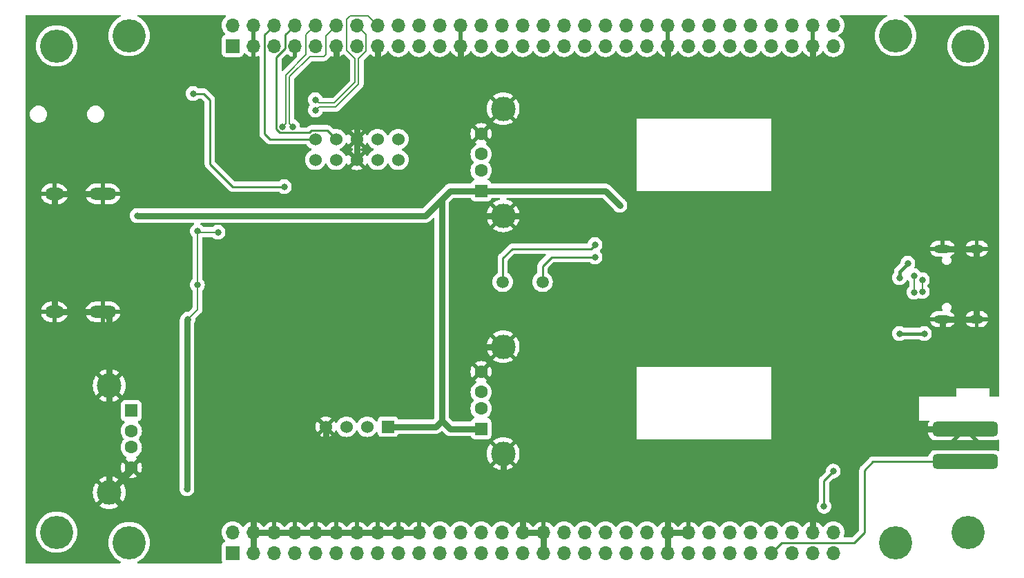
<source format=gbr>
%TF.GenerationSoftware,KiCad,Pcbnew,7.0.6*%
%TF.CreationDate,2023-08-02T21:58:42+08:00*%
%TF.ProjectId,Adapter,41646170-7465-4722-9e6b-696361645f70,rev?*%
%TF.SameCoordinates,Original*%
%TF.FileFunction,Copper,L2,Bot*%
%TF.FilePolarity,Positive*%
%FSLAX46Y46*%
G04 Gerber Fmt 4.6, Leading zero omitted, Abs format (unit mm)*
G04 Created by KiCad (PCBNEW 7.0.6) date 2023-08-02 21:58:42*
%MOMM*%
%LPD*%
G01*
G04 APERTURE LIST*
G04 Aperture macros list*
%AMRoundRect*
0 Rectangle with rounded corners*
0 $1 Rounding radius*
0 $2 $3 $4 $5 $6 $7 $8 $9 X,Y pos of 4 corners*
0 Add a 4 corners polygon primitive as box body*
4,1,4,$2,$3,$4,$5,$6,$7,$8,$9,$2,$3,0*
0 Add four circle primitives for the rounded corners*
1,1,$1+$1,$2,$3*
1,1,$1+$1,$4,$5*
1,1,$1+$1,$6,$7*
1,1,$1+$1,$8,$9*
0 Add four rect primitives between the rounded corners*
20,1,$1+$1,$2,$3,$4,$5,0*
20,1,$1+$1,$4,$5,$6,$7,0*
20,1,$1+$1,$6,$7,$8,$9,0*
20,1,$1+$1,$8,$9,$2,$3,0*%
G04 Aperture macros list end*
%TA.AperFunction,ComponentPad*%
%ADD10R,1.700000X1.700000*%
%TD*%
%TA.AperFunction,ComponentPad*%
%ADD11O,1.700000X1.700000*%
%TD*%
%TA.AperFunction,ComponentPad*%
%ADD12O,2.100000X1.000000*%
%TD*%
%TA.AperFunction,ComponentPad*%
%ADD13O,1.800000X1.000000*%
%TD*%
%TA.AperFunction,ComponentPad*%
%ADD14R,1.500000X1.600000*%
%TD*%
%TA.AperFunction,ComponentPad*%
%ADD15C,1.600000*%
%TD*%
%TA.AperFunction,ComponentPad*%
%ADD16C,3.000000*%
%TD*%
%TA.AperFunction,ComponentPad*%
%ADD17C,1.524000*%
%TD*%
%TA.AperFunction,ComponentPad*%
%ADD18R,1.524000X1.524000*%
%TD*%
%TA.AperFunction,ComponentPad*%
%ADD19C,1.500000*%
%TD*%
%TA.AperFunction,ConnectorPad*%
%ADD20RoundRect,0.450000X-3.550000X0.450000X-3.550000X-0.450000X3.550000X-0.450000X3.550000X0.450000X0*%
%TD*%
%TA.AperFunction,ComponentPad*%
%ADD21O,3.300000X1.500000*%
%TD*%
%TA.AperFunction,ComponentPad*%
%ADD22O,2.300000X1.500000*%
%TD*%
%TA.AperFunction,ViaPad*%
%ADD23C,4.064000*%
%TD*%
%TA.AperFunction,ViaPad*%
%ADD24C,0.800000*%
%TD*%
%TA.AperFunction,Conductor*%
%ADD25C,0.762000*%
%TD*%
%TA.AperFunction,Conductor*%
%ADD26C,0.381000*%
%TD*%
%TA.AperFunction,Conductor*%
%ADD27C,0.200000*%
%TD*%
%TA.AperFunction,Conductor*%
%ADD28C,0.250000*%
%TD*%
%TA.AperFunction,Conductor*%
%ADD29C,0.203200*%
%TD*%
G04 APERTURE END LIST*
D10*
%TO.P,P1,1,Pin_1*%
%TO.N,unconnected-(P1-Pin_1-Pad1)*%
X116840000Y-80010000D03*
D11*
%TO.P,P1,2,Pin_2*%
%TO.N,unconnected-(P1-Pin_2-Pad2)*%
X116840000Y-77470000D03*
%TO.P,P1,3,Pin_3*%
%TO.N,GND*%
X119380000Y-80010000D03*
%TO.P,P1,4,Pin_4*%
X119380000Y-77470000D03*
%TO.P,P1,5,Pin_5*%
X121920000Y-80010000D03*
%TO.P,P1,6,Pin_6*%
%TO.N,/SWCLK*%
X121920000Y-77470000D03*
%TO.P,P1,7,Pin_7*%
%TO.N,GND*%
X124460000Y-80010000D03*
%TO.P,P1,8,Pin_8*%
%TO.N,/SWDIO*%
X124460000Y-77470000D03*
%TO.P,P1,9,Pin_9*%
%TO.N,GND*%
X127000000Y-80010000D03*
%TO.P,P1,10,Pin_10*%
%TO.N,/HDMI_D2_N*%
X127000000Y-77470000D03*
%TO.P,P1,11,Pin_11*%
%TO.N,GND*%
X129540000Y-80010000D03*
%TO.P,P1,12,Pin_12*%
%TO.N,/HDMI_D2_P*%
X129540000Y-77470000D03*
%TO.P,P1,13,Pin_13*%
%TO.N,GND*%
X132080000Y-80010000D03*
%TO.P,P1,14,Pin_14*%
%TO.N,/HDMI_D1_P*%
X132080000Y-77470000D03*
%TO.P,P1,15,Pin_15*%
%TO.N,GND*%
X134620000Y-80010000D03*
%TO.P,P1,16,Pin_16*%
%TO.N,/HDMI_D1_N*%
X134620000Y-77470000D03*
%TO.P,P1,17,Pin_17*%
%TO.N,/HDMI_D0_N*%
X137160000Y-80010000D03*
%TO.P,P1,18,Pin_18*%
%TO.N,/HDMI_CLK_P*%
X137160000Y-77470000D03*
%TO.P,P1,19,Pin_19*%
%TO.N,/HDMI_D0_P*%
X139700000Y-80010000D03*
%TO.P,P1,20,Pin_20*%
%TO.N,/HDMI_CLK_N*%
X139700000Y-77470000D03*
%TO.P,P1,21,Pin_21*%
%TO.N,unconnected-(P1-Pin_21-Pad21)*%
X142240000Y-80010000D03*
%TO.P,P1,22,Pin_22*%
%TO.N,unconnected-(P1-Pin_22-Pad22)*%
X142240000Y-77470000D03*
%TO.P,P1,23,Pin_23*%
%TO.N,GND*%
X144780000Y-80010000D03*
%TO.P,P1,24,Pin_24*%
X144780000Y-77470000D03*
%TO.P,P1,25,Pin_25*%
%TO.N,unconnected-(P1-Pin_25-Pad25)*%
X147320000Y-80010000D03*
%TO.P,P1,26,Pin_26*%
%TO.N,unconnected-(P1-Pin_26-Pad26)*%
X147320000Y-77470000D03*
%TO.P,P1,27,Pin_27*%
%TO.N,unconnected-(P1-Pin_27-Pad27)*%
X149860000Y-80010000D03*
%TO.P,P1,28,Pin_28*%
%TO.N,unconnected-(P1-Pin_28-Pad28)*%
X149860000Y-77470000D03*
%TO.P,P1,29,Pin_29*%
%TO.N,unconnected-(P1-Pin_29-Pad29)*%
X152400000Y-80010000D03*
%TO.P,P1,30,Pin_30*%
%TO.N,unconnected-(P1-Pin_30-Pad30)*%
X152400000Y-77470000D03*
%TO.P,P1,31,Pin_31*%
%TO.N,unconnected-(P1-Pin_31-Pad31)*%
X154940000Y-80010000D03*
%TO.P,P1,32,Pin_32*%
%TO.N,unconnected-(P1-Pin_32-Pad32)*%
X154940000Y-77470000D03*
%TO.P,P1,33,Pin_33*%
%TO.N,unconnected-(P1-Pin_33-Pad33)*%
X157480000Y-80010000D03*
%TO.P,P1,34,Pin_34*%
%TO.N,unconnected-(P1-Pin_34-Pad34)*%
X157480000Y-77470000D03*
%TO.P,P1,35,Pin_35*%
%TO.N,unconnected-(P1-Pin_35-Pad35)*%
X160020000Y-80010000D03*
%TO.P,P1,36,Pin_36*%
%TO.N,unconnected-(P1-Pin_36-Pad36)*%
X160020000Y-77470000D03*
%TO.P,P1,37,Pin_37*%
%TO.N,unconnected-(P1-Pin_37-Pad37)*%
X162560000Y-80010000D03*
%TO.P,P1,38,Pin_38*%
%TO.N,unconnected-(P1-Pin_38-Pad38)*%
X162560000Y-77470000D03*
%TO.P,P1,39,Pin_39*%
%TO.N,unconnected-(P1-Pin_39-Pad39)*%
X165100000Y-80010000D03*
%TO.P,P1,40,Pin_40*%
%TO.N,unconnected-(P1-Pin_40-Pad40)*%
X165100000Y-77470000D03*
%TO.P,P1,41,Pin_41*%
%TO.N,unconnected-(P1-Pin_41-Pad41)*%
X167640000Y-80010000D03*
%TO.P,P1,42,Pin_42*%
%TO.N,unconnected-(P1-Pin_42-Pad42)*%
X167640000Y-77470000D03*
%TO.P,P1,43,Pin_43*%
%TO.N,GND*%
X170180000Y-80010000D03*
%TO.P,P1,44,Pin_44*%
X170180000Y-77470000D03*
%TO.P,P1,45,Pin_45*%
%TO.N,unconnected-(P1-Pin_45-Pad45)*%
X172720000Y-80010000D03*
%TO.P,P1,46,Pin_46*%
%TO.N,unconnected-(P1-Pin_46-Pad46)*%
X172720000Y-77470000D03*
%TO.P,P1,47,Pin_47*%
%TO.N,unconnected-(P1-Pin_47-Pad47)*%
X175260000Y-80010000D03*
%TO.P,P1,48,Pin_48*%
%TO.N,unconnected-(P1-Pin_48-Pad48)*%
X175260000Y-77470000D03*
%TO.P,P1,49,Pin_49*%
%TO.N,unconnected-(P1-Pin_49-Pad49)*%
X177800000Y-80010000D03*
%TO.P,P1,50,Pin_50*%
%TO.N,/TX*%
X177800000Y-77470000D03*
%TO.P,P1,51,Pin_51*%
%TO.N,unconnected-(P1-Pin_51-Pad51)*%
X180340000Y-80010000D03*
%TO.P,P1,52,Pin_52*%
%TO.N,/RX*%
X180340000Y-77470000D03*
%TO.P,P1,53,Pin_53*%
%TO.N,unconnected-(P1-Pin_53-Pad53)*%
X182880000Y-80010000D03*
%TO.P,P1,54,Pin_54*%
%TO.N,/BUZ*%
X182880000Y-77470000D03*
%TO.P,P1,55,Pin_55*%
%TO.N,unconnected-(P1-Pin_55-Pad55)*%
X185420000Y-80010000D03*
%TO.P,P1,56,Pin_56*%
%TO.N,unconnected-(P1-Pin_56-Pad56)*%
X185420000Y-77470000D03*
%TO.P,P1,57,Pin_57*%
%TO.N,GND*%
X187960000Y-80010000D03*
%TO.P,P1,58,Pin_58*%
X187960000Y-77470000D03*
%TO.P,P1,59,Pin_59*%
%TO.N,unconnected-(P1-Pin_59-Pad59)*%
X190500000Y-80010000D03*
%TO.P,P1,60,Pin_60*%
%TO.N,unconnected-(P1-Pin_60-Pad60)*%
X190500000Y-77470000D03*
%TD*%
D10*
%TO.P,P4,1,Pin_1*%
%TO.N,unconnected-(P4-Pin_1-Pad1)*%
X116840000Y-142240000D03*
D11*
%TO.P,P4,2,Pin_2*%
%TO.N,unconnected-(P4-Pin_2-Pad2)*%
X116840000Y-139700000D03*
%TO.P,P4,3,Pin_3*%
%TO.N,GND*%
X119380000Y-142240000D03*
%TO.P,P4,4,Pin_4*%
X119380000Y-139700000D03*
%TO.P,P4,5,Pin_5*%
%TO.N,unconnected-(P4-Pin_5-Pad5)*%
X121920000Y-142240000D03*
%TO.P,P4,6,Pin_6*%
%TO.N,GND*%
X121920000Y-139700000D03*
%TO.P,P4,7,Pin_7*%
%TO.N,unconnected-(P4-Pin_7-Pad7)*%
X124460000Y-142240000D03*
%TO.P,P4,8,Pin_8*%
%TO.N,GND*%
X124460000Y-139700000D03*
%TO.P,P4,9,Pin_9*%
%TO.N,unconnected-(P4-Pin_9-Pad9)*%
X127000000Y-142240000D03*
%TO.P,P4,10,Pin_10*%
%TO.N,GND*%
X127000000Y-139700000D03*
%TO.P,P4,11,Pin_11*%
%TO.N,unconnected-(P4-Pin_11-Pad11)*%
X129540000Y-142240000D03*
%TO.P,P4,12,Pin_12*%
%TO.N,GND*%
X129540000Y-139700000D03*
%TO.P,P4,13,Pin_13*%
%TO.N,unconnected-(P4-Pin_13-Pad13)*%
X132080000Y-142240000D03*
%TO.P,P4,14,Pin_14*%
%TO.N,GND*%
X132080000Y-139700000D03*
%TO.P,P4,15,Pin_15*%
%TO.N,unconnected-(P4-Pin_15-Pad15)*%
X134620000Y-142240000D03*
%TO.P,P4,16,Pin_16*%
%TO.N,GND*%
X134620000Y-139700000D03*
%TO.P,P4,17,Pin_17*%
%TO.N,unconnected-(P4-Pin_17-Pad17)*%
X137160000Y-142240000D03*
%TO.P,P4,18,Pin_18*%
%TO.N,GND*%
X137160000Y-139700000D03*
%TO.P,P4,19,Pin_19*%
%TO.N,unconnected-(P4-Pin_19-Pad19)*%
X139700000Y-142240000D03*
%TO.P,P4,20,Pin_20*%
%TO.N,GND*%
X139700000Y-139700000D03*
%TO.P,P4,21,Pin_21*%
%TO.N,unconnected-(P4-Pin_21-Pad21)*%
X142240000Y-142240000D03*
%TO.P,P4,22,Pin_22*%
%TO.N,unconnected-(P4-Pin_22-Pad22)*%
X142240000Y-139700000D03*
%TO.P,P4,23,Pin_23*%
%TO.N,unconnected-(P4-Pin_23-Pad23)*%
X144780000Y-142240000D03*
%TO.P,P4,24,Pin_24*%
%TO.N,unconnected-(P4-Pin_24-Pad24)*%
X144780000Y-139700000D03*
%TO.P,P4,25,Pin_25*%
%TO.N,unconnected-(P4-Pin_25-Pad25)*%
X147320000Y-142240000D03*
%TO.P,P4,26,Pin_26*%
%TO.N,unconnected-(P4-Pin_26-Pad26)*%
X147320000Y-139700000D03*
%TO.P,P4,27,Pin_27*%
%TO.N,unconnected-(P4-Pin_27-Pad27)*%
X149860000Y-142240000D03*
%TO.P,P4,28,Pin_28*%
%TO.N,unconnected-(P4-Pin_28-Pad28)*%
X149860000Y-139700000D03*
%TO.P,P4,29,Pin_29*%
%TO.N,unconnected-(P4-Pin_29-Pad29)*%
X152400000Y-142240000D03*
%TO.P,P4,30,Pin_30*%
%TO.N,GND*%
X152400000Y-139700000D03*
%TO.P,P4,31,Pin_31*%
X154940000Y-142240000D03*
%TO.P,P4,32,Pin_32*%
X154940000Y-139700000D03*
%TO.P,P4,33,Pin_33*%
%TO.N,unconnected-(P4-Pin_33-Pad33)*%
X157480000Y-142240000D03*
%TO.P,P4,34,Pin_34*%
%TO.N,unconnected-(P4-Pin_34-Pad34)*%
X157480000Y-139700000D03*
%TO.P,P4,35,Pin_35*%
%TO.N,unconnected-(P4-Pin_35-Pad35)*%
X160020000Y-142240000D03*
%TO.P,P4,36,Pin_36*%
%TO.N,unconnected-(P4-Pin_36-Pad36)*%
X160020000Y-139700000D03*
%TO.P,P4,37,Pin_37*%
%TO.N,unconnected-(P4-Pin_37-Pad37)*%
X162560000Y-142240000D03*
%TO.P,P4,38,Pin_38*%
%TO.N,unconnected-(P4-Pin_38-Pad38)*%
X162560000Y-139700000D03*
%TO.P,P4,39,Pin_39*%
%TO.N,unconnected-(P4-Pin_39-Pad39)*%
X165100000Y-142240000D03*
%TO.P,P4,40,Pin_40*%
%TO.N,unconnected-(P4-Pin_40-Pad40)*%
X165100000Y-139700000D03*
%TO.P,P4,41,Pin_41*%
%TO.N,unconnected-(P4-Pin_41-Pad41)*%
X167640000Y-142240000D03*
%TO.P,P4,42,Pin_42*%
%TO.N,unconnected-(P4-Pin_42-Pad42)*%
X167640000Y-139700000D03*
%TO.P,P4,43,Pin_43*%
%TO.N,GND*%
X170180000Y-142240000D03*
%TO.P,P4,44,Pin_44*%
X170180000Y-139700000D03*
%TO.P,P4,45,Pin_45*%
%TO.N,unconnected-(P4-Pin_45-Pad45)*%
X172720000Y-142240000D03*
%TO.P,P4,46,Pin_46*%
%TO.N,GND*%
X172720000Y-139700000D03*
%TO.P,P4,47,Pin_47*%
%TO.N,unconnected-(P4-Pin_47-Pad47)*%
X175260000Y-142240000D03*
%TO.P,P4,48,Pin_48*%
%TO.N,unconnected-(P4-Pin_48-Pad48)*%
X175260000Y-139700000D03*
%TO.P,P4,49,Pin_49*%
%TO.N,unconnected-(P4-Pin_49-Pad49)*%
X177800000Y-142240000D03*
%TO.P,P4,50,Pin_50*%
%TO.N,unconnected-(P4-Pin_50-Pad50)*%
X177800000Y-139700000D03*
%TO.P,P4,51,Pin_51*%
%TO.N,unconnected-(P4-Pin_51-Pad51)*%
X180340000Y-142240000D03*
%TO.P,P4,52,Pin_52*%
%TO.N,unconnected-(P4-Pin_52-Pad52)*%
X180340000Y-139700000D03*
%TO.P,P4,53,Pin_53*%
%TO.N,/SCL*%
X182880000Y-142240000D03*
%TO.P,P4,54,Pin_54*%
%TO.N,unconnected-(P4-Pin_54-Pad54)*%
X182880000Y-139700000D03*
%TO.P,P4,55,Pin_55*%
%TO.N,/SDA*%
X185420000Y-142240000D03*
%TO.P,P4,56,Pin_56*%
%TO.N,unconnected-(P4-Pin_56-Pad56)*%
X185420000Y-139700000D03*
%TO.P,P4,57,Pin_57*%
%TO.N,GND*%
X187960000Y-142240000D03*
%TO.P,P4,58,Pin_58*%
X187960000Y-139700000D03*
%TO.P,P4,59,Pin_59*%
%TO.N,+3V3*%
X190500000Y-142240000D03*
%TO.P,P4,60,Pin_60*%
X190500000Y-139700000D03*
%TD*%
D12*
%TO.P,J1,S1,SHIELD*%
%TO.N,GND*%
X203905000Y-113540000D03*
D13*
X208085000Y-113540000D03*
D12*
X203905000Y-104900000D03*
D13*
X208085000Y-104900000D03*
%TD*%
D14*
%TO.P,J3,1,VBUS*%
%TO.N,VBUS*%
X104420000Y-124770000D03*
D15*
%TO.P,J3,2,D-*%
%TO.N,/USB1_D-*%
X104420000Y-127270000D03*
%TO.P,J3,3,D+*%
%TO.N,/USB1_D+*%
X104420000Y-129270000D03*
%TO.P,J3,4,GND*%
%TO.N,GND*%
X104420000Y-131770000D03*
D16*
%TO.P,J3,5,Shield*%
X101710000Y-121700000D03*
X101710000Y-134840000D03*
%TD*%
D17*
%TO.P,U3,1,RX*%
%TO.N,/RX*%
X127000000Y-93980000D03*
%TO.P,U3,2,CLK*%
%TO.N,/SWCLK*%
X127000000Y-91440000D03*
%TO.P,U3,3,TX*%
%TO.N,/TX*%
X129540000Y-93980000D03*
%TO.P,U3,4,DIO*%
%TO.N,/SWDIO*%
X129540000Y-91440000D03*
%TO.P,U3,5,GND*%
%TO.N,GND*%
X132080000Y-93980000D03*
%TO.P,U3,6,GND*%
X132080000Y-91440000D03*
%TO.P,U3,7,3.3V*%
%TO.N,unconnected-(U3-3.3V-Pad7)*%
X134620000Y-93980000D03*
%TO.P,U3,8,3.3V*%
%TO.N,unconnected-(U3-3.3V-Pad8)*%
X134620000Y-91440000D03*
%TO.P,U3,9,5V*%
%TO.N,unconnected-(U3-5V-Pad9)*%
X137160000Y-93980000D03*
%TO.P,U3,10,5V*%
%TO.N,unconnected-(U3-5V-Pad10)*%
X137160000Y-91440000D03*
D18*
%TO.P,U3,11,VBUS*%
%TO.N,VBUS*%
X135890000Y-126746000D03*
D17*
%TO.P,U3,12,D-*%
%TO.N,/USB2_D-*%
X133350000Y-126746000D03*
%TO.P,U3,13,D+*%
%TO.N,/USB2_D+*%
X130810000Y-126746000D03*
%TO.P,U3,14,GND*%
%TO.N,GND*%
X128270000Y-126746000D03*
%TD*%
D19*
%TO.P,Y1,1,1*%
%TO.N,Net-(U2-XI)*%
X154850000Y-108966000D03*
%TO.P,Y1,2,2*%
%TO.N,Net-(U2-XO)*%
X149970000Y-108966000D03*
%TD*%
D20*
%TO.P,J2,4,GND*%
%TO.N,GND*%
X206646000Y-127032000D03*
%TO.P,J2,6,SCL*%
%TO.N,/SCL*%
X206646000Y-131032000D03*
%TD*%
D21*
%TO.P,J4,SH,SH*%
%TO.N,GND*%
X100950000Y-112660000D03*
X100950000Y-98160000D03*
D22*
X94990000Y-112660000D03*
X94990000Y-98160000D03*
%TD*%
D14*
%TO.P,P2,1,VBUS*%
%TO.N,VBUS*%
X147320000Y-127000000D03*
D15*
%TO.P,P2,2,D-*%
%TO.N,/USB3_D-*%
X147320000Y-124500000D03*
%TO.P,P2,3,D+*%
%TO.N,/USB3_D+*%
X147320000Y-122500000D03*
%TO.P,P2,4,GND*%
%TO.N,GND*%
X147320000Y-120000000D03*
D16*
%TO.P,P2,5,Shield*%
X150030000Y-130070000D03*
X150030000Y-116930000D03*
%TD*%
D14*
%TO.P,P3,1,VBUS*%
%TO.N,VBUS*%
X147320000Y-97790000D03*
D15*
%TO.P,P3,2,D-*%
%TO.N,/USB4_D-*%
X147320000Y-95290000D03*
%TO.P,P3,3,D+*%
%TO.N,/USB4_D+*%
X147320000Y-93290000D03*
%TO.P,P3,4,GND*%
%TO.N,GND*%
X147320000Y-90790000D03*
D16*
%TO.P,P3,5,Shield*%
X150030000Y-100860000D03*
X150030000Y-87720000D03*
%TD*%
D23*
%TO.N,*%
X207010000Y-139700000D03*
X207010000Y-80010000D03*
X95250000Y-139700000D03*
X95250000Y-80010000D03*
X104140000Y-140970000D03*
X198120000Y-140970000D03*
X198120000Y-78740000D03*
X104140000Y-78740000D03*
D24*
%TO.N,GND*%
X192532000Y-113030000D03*
X109855000Y-105156000D03*
X109855000Y-109093000D03*
X195580000Y-122936000D03*
X179832000Y-104140000D03*
X168910000Y-100838000D03*
%TO.N,/VBUS_IN*%
X198628000Y-115316000D03*
X199644000Y-106680000D03*
X201676000Y-115316000D03*
X198628000Y-108458000D03*
%TO.N,VBUS*%
X164338000Y-99568000D03*
X105156000Y-100838000D03*
%TO.N,/UP_D+*%
X200406000Y-108204000D03*
X200406000Y-110236000D03*
%TO.N,/UP_D-*%
X201422000Y-108712000D03*
X201422000Y-110169500D03*
%TO.N,/SDA*%
X189357000Y-136525000D03*
X190500000Y-132207000D03*
%TO.N,+3V3*%
X115062000Y-102870000D03*
X112522000Y-102743000D03*
X111252000Y-134366000D03*
X111379000Y-113538000D03*
X112528350Y-109336519D03*
%TO.N,/HDMI_D2_P*%
X124206000Y-89916000D03*
%TO.N,/HDMI_D2_N*%
X122936000Y-89916000D03*
%TO.N,/HDMI_D1_P*%
X127000000Y-87884000D03*
%TO.N,/HDMI_D1_N*%
X127000000Y-86614000D03*
%TO.N,/BUZ*%
X123190000Y-97282000D03*
X112014000Y-85852000D03*
%TO.N,Net-(U2-XO)*%
X161290000Y-104394000D03*
%TO.N,Net-(U2-XI)*%
X161290000Y-105918000D03*
%TD*%
D25*
%TO.N,GND*%
X172720000Y-139700000D02*
X170180000Y-139700000D01*
X152400000Y-135382000D02*
X169672000Y-135382000D01*
X149352000Y-135382000D02*
X152400000Y-135382000D01*
X152400000Y-139700000D02*
X152400000Y-135382000D01*
X154940000Y-139700000D02*
X152400000Y-139700000D01*
X154940000Y-142240000D02*
X154940000Y-139700000D01*
X119380000Y-139700000D02*
X139700000Y-139700000D01*
X94990000Y-112660000D02*
X100950000Y-112660000D01*
X101710000Y-134840000D02*
X104538000Y-137668000D01*
X150030000Y-134704000D02*
X149352000Y-135382000D01*
X186690000Y-83058000D02*
X187960000Y-81788000D01*
X94990000Y-107188000D02*
X94990000Y-107194000D01*
X203905000Y-117405000D02*
X200660000Y-120650000D01*
X146028000Y-100860000D02*
X144780000Y-102108000D01*
X125222000Y-84328000D02*
X125730000Y-83820000D01*
X169672000Y-135382000D02*
X170180000Y-135890000D01*
X128270000Y-126746000D02*
X128270000Y-135382000D01*
X191516000Y-127000000D02*
X191135000Y-127381000D01*
X192532000Y-125984000D02*
X191135000Y-127381000D01*
X168910000Y-100838000D02*
X168888000Y-100860000D01*
X144780000Y-102108000D02*
X144780000Y-115316000D01*
X101710000Y-121700000D02*
X101710000Y-113420000D01*
X187960000Y-81788000D02*
X187960000Y-80010000D01*
X109855000Y-105156000D02*
X109855000Y-107188000D01*
X203905000Y-104900000D02*
X208085000Y-104900000D01*
X101710000Y-113420000D02*
X100950000Y-112660000D01*
X146304000Y-135382000D02*
X149352000Y-135382000D01*
X94990000Y-98160000D02*
X100950000Y-98160000D01*
X109855000Y-107188000D02*
X109855000Y-109093000D01*
X128270000Y-135382000D02*
X146304000Y-135382000D01*
X134874000Y-88392000D02*
X134112000Y-89154000D01*
X197866000Y-120650000D02*
X195580000Y-122936000D01*
X170180000Y-81788000D02*
X171450000Y-83058000D01*
X144780000Y-115316000D02*
X146394000Y-116930000D01*
X138176000Y-83058000D02*
X143510000Y-83058000D01*
X94990000Y-98160000D02*
X94990000Y-107188000D01*
X170180000Y-139700000D02*
X170180000Y-136398000D01*
X170180000Y-142240000D02*
X170180000Y-135890000D01*
X206614000Y-127000000D02*
X195326000Y-127000000D01*
X143510000Y-83058000D02*
X144780000Y-81788000D01*
X192532000Y-113030000D02*
X192532000Y-125984000D01*
X208085000Y-104900000D02*
X208085000Y-113540000D01*
X134874000Y-84074000D02*
X134874000Y-88392000D01*
X200660000Y-120650000D02*
X197866000Y-120650000D01*
X132080000Y-93980000D02*
X132080000Y-91440000D01*
X120396000Y-135382000D02*
X128270000Y-135382000D01*
X191135000Y-127381000D02*
X187960000Y-130556000D01*
X104420000Y-132130000D02*
X101710000Y-134840000D01*
X203905000Y-113540000D02*
X208085000Y-113540000D01*
X146394000Y-116930000D02*
X150030000Y-116930000D01*
X150030000Y-130070000D02*
X150030000Y-134704000D01*
X109855000Y-107188000D02*
X94996000Y-107188000D01*
X132080000Y-89154000D02*
X125984000Y-89154000D01*
X135890000Y-83058000D02*
X138176000Y-83058000D01*
X195580000Y-122936000D02*
X195072000Y-123444000D01*
X134112000Y-89154000D02*
X132080000Y-89154000D01*
X203905000Y-113540000D02*
X203905000Y-117405000D01*
X104538000Y-137668000D02*
X119380000Y-137668000D01*
X168910000Y-83058000D02*
X170180000Y-81788000D01*
X168888000Y-100860000D02*
X150030000Y-100860000D01*
X171450000Y-83058000D02*
X186690000Y-83058000D01*
X187960000Y-134620000D02*
X187960000Y-139700000D01*
X125222000Y-88392000D02*
X125222000Y-84328000D01*
X119380000Y-136398000D02*
X120396000Y-135382000D01*
X150030000Y-100860000D02*
X146028000Y-100860000D01*
X132080000Y-91440000D02*
X132080000Y-89154000D01*
X187198000Y-135382000D02*
X187960000Y-134620000D01*
X134620000Y-81788000D02*
X135890000Y-83058000D01*
X128270000Y-83820000D02*
X129540000Y-82550000D01*
X94990000Y-107194000D02*
X94990000Y-112660000D01*
X146050000Y-83058000D02*
X168910000Y-83058000D01*
X135890000Y-83058000D02*
X134874000Y-84074000D01*
X101710000Y-121700000D02*
X101710000Y-134840000D01*
X179832000Y-102870000D02*
X177822000Y-100860000D01*
X187960000Y-133858000D02*
X187960000Y-134620000D01*
X206646000Y-127032000D02*
X206614000Y-127000000D01*
X144780000Y-81788000D02*
X146050000Y-83058000D01*
X134620000Y-80010000D02*
X134620000Y-81788000D01*
X119380000Y-142240000D02*
X119380000Y-137668000D01*
X179832000Y-104140000D02*
X179832000Y-102870000D01*
X129540000Y-82550000D02*
X129540000Y-80010000D01*
X119380000Y-137668000D02*
X119380000Y-136398000D01*
X104420000Y-131770000D02*
X104420000Y-132130000D01*
X125730000Y-83820000D02*
X128270000Y-83820000D01*
X94996000Y-107188000D02*
X94990000Y-107194000D01*
X195072000Y-123444000D02*
X195072000Y-126746000D01*
X187960000Y-130556000D02*
X187960000Y-133858000D01*
X168932000Y-100860000D02*
X168910000Y-100838000D01*
X177822000Y-100860000D02*
X168932000Y-100860000D01*
X195326000Y-127000000D02*
X191516000Y-127000000D01*
X144780000Y-81788000D02*
X144780000Y-80010000D01*
X170180000Y-136398000D02*
X171196000Y-135382000D01*
X171196000Y-135382000D02*
X187198000Y-135382000D01*
X195072000Y-126746000D02*
X195326000Y-127000000D01*
X125984000Y-89154000D02*
X125222000Y-88392000D01*
X170180000Y-81788000D02*
X170180000Y-80010000D01*
D26*
%TO.N,/VBUS_IN*%
X198628000Y-107696000D02*
X199644000Y-106680000D01*
X198628000Y-108458000D02*
X198628000Y-107696000D01*
X201676000Y-115316000D02*
X198628000Y-115316000D01*
D25*
%TO.N,VBUS*%
X147320000Y-97790000D02*
X162560000Y-97790000D01*
X143510000Y-127000000D02*
X147320000Y-127000000D01*
X141732000Y-126746000D02*
X142494000Y-125984000D01*
X140462000Y-100838000D02*
X142494000Y-98806000D01*
X142494000Y-125984000D02*
X143510000Y-127000000D01*
X162560000Y-97790000D02*
X164338000Y-99568000D01*
X143510000Y-97790000D02*
X142494000Y-98806000D01*
X142494000Y-98806000D02*
X142494000Y-125984000D01*
X147320000Y-97790000D02*
X143510000Y-97790000D01*
X135890000Y-126746000D02*
X141732000Y-126746000D01*
X105156000Y-100838000D02*
X140462000Y-100838000D01*
D27*
%TO.N,/UP_D+*%
X200406000Y-110236000D02*
X200406000Y-108204000D01*
%TO.N,/UP_D-*%
X201422000Y-108712000D02*
X201422000Y-109982000D01*
D28*
%TO.N,/SDA*%
X189357000Y-133350000D02*
X190500000Y-132207000D01*
X189357000Y-136525000D02*
X189357000Y-133350000D01*
D29*
%TO.N,+3V3*%
X115062000Y-102870000D02*
X112649000Y-102870000D01*
D25*
X111252000Y-113665000D02*
X111379000Y-113538000D01*
D29*
X111379000Y-113538000D02*
X112522000Y-112395000D01*
D25*
X111252000Y-134366000D02*
X111252000Y-113665000D01*
D29*
X112522000Y-112395000D02*
X112522000Y-102743000D01*
X112649000Y-102870000D02*
X112522000Y-102743000D01*
D28*
%TO.N,/SCL*%
X195358000Y-131032000D02*
X206646000Y-131032000D01*
X206646000Y-131032000D02*
X206614000Y-131064000D01*
X193040000Y-140970000D02*
X194310000Y-139700000D01*
X184150000Y-140970000D02*
X193040000Y-140970000D01*
X194310000Y-139700000D02*
X194310000Y-132080000D01*
X182880000Y-142240000D02*
X184150000Y-140970000D01*
X194310000Y-132080000D02*
X195358000Y-131032000D01*
D27*
%TO.N,/HDMI_D2_P*%
X128016000Y-81280000D02*
X126302200Y-81280000D01*
X126302200Y-81280000D02*
X123796001Y-83786199D01*
X123796001Y-89506001D02*
X124206000Y-89916000D01*
X128270000Y-81026000D02*
X128016000Y-81280000D01*
X129540000Y-77470000D02*
X128270000Y-78740000D01*
X128270000Y-78740000D02*
X128270000Y-81026000D01*
X123796001Y-83786199D02*
X123796001Y-89506001D01*
%TO.N,/HDMI_D2_N*%
X125850000Y-81095800D02*
X123345999Y-83599801D01*
X123345999Y-83599801D02*
X123345999Y-89506001D01*
X123345999Y-89506001D02*
X122936000Y-89916000D01*
X125850000Y-78620000D02*
X125850000Y-81095800D01*
X127000000Y-77470000D02*
X125850000Y-78620000D01*
%TO.N,/HDMI_D1_P*%
X133230000Y-78620000D02*
X133230000Y-80609000D01*
X133230000Y-80609000D02*
X132305000Y-81534000D01*
X129506200Y-87474000D02*
X132305000Y-84675200D01*
X127410000Y-87474000D02*
X129506200Y-87474000D01*
X132080000Y-77470000D02*
X133230000Y-78620000D01*
X127000000Y-87884000D02*
X127410000Y-87474000D01*
X132305000Y-84675200D02*
X132305000Y-81534000D01*
%TO.N,/HDMI_D1_N*%
X131218000Y-76300000D02*
X133450000Y-76300000D01*
X130810000Y-76708000D02*
X131218000Y-76300000D01*
X131826000Y-81534000D02*
X130810000Y-80518000D01*
X131855000Y-84488800D02*
X131855000Y-81534000D01*
X129319800Y-87024000D02*
X131855000Y-84488800D01*
X127000000Y-86614000D02*
X127410000Y-87024000D01*
X131855000Y-81534000D02*
X131826000Y-81534000D01*
X130810000Y-80518000D02*
X130810000Y-76708000D01*
X133450000Y-76300000D02*
X134620000Y-77470000D01*
X127410000Y-87024000D02*
X129319800Y-87024000D01*
D28*
%TO.N,/SWCLK*%
X121412000Y-91440000D02*
X120745000Y-90773000D01*
X120745000Y-78645000D02*
X121920000Y-77470000D01*
X127000000Y-91440000D02*
X121412000Y-91440000D01*
X120745000Y-90773000D02*
X120745000Y-78645000D01*
%TO.N,/SWDIO*%
X123285000Y-78645000D02*
X124460000Y-77470000D01*
X128453000Y-90353000D02*
X126549749Y-90353000D01*
X126261749Y-90641000D02*
X122635695Y-90641000D01*
X122211000Y-90216305D02*
X122211000Y-81380701D01*
X126549749Y-90353000D02*
X126261749Y-90641000D01*
X123285000Y-80306701D02*
X123285000Y-78645000D01*
X122211000Y-81380701D02*
X123285000Y-80306701D01*
X129540000Y-91440000D02*
X128453000Y-90353000D01*
X122635695Y-90641000D02*
X122211000Y-90216305D01*
%TO.N,/BUZ*%
X114046000Y-86614000D02*
X114046000Y-94488000D01*
X116840000Y-97282000D02*
X123190000Y-97282000D01*
X112014000Y-85852000D02*
X113284000Y-85852000D01*
X113284000Y-85852000D02*
X114046000Y-86614000D01*
X114046000Y-94488000D02*
X116840000Y-97282000D01*
%TO.N,Net-(U2-XO)*%
X149970000Y-106062000D02*
X149970000Y-108966000D01*
X160782000Y-104902000D02*
X151130000Y-104902000D01*
X151130000Y-104902000D02*
X149970000Y-106062000D01*
X161290000Y-104394000D02*
X160782000Y-104902000D01*
%TO.N,Net-(U2-XI)*%
X161290000Y-105918000D02*
X155956000Y-105918000D01*
X155956000Y-105918000D02*
X154850000Y-107024000D01*
X154850000Y-107024000D02*
X154850000Y-108966000D01*
%TD*%
%TA.AperFunction,Conductor*%
%TO.N,GND*%
G36*
X103091587Y-76220185D02*
G01*
X103137342Y-76272989D01*
X103147286Y-76342147D01*
X103118261Y-76405703D01*
X103070197Y-76439792D01*
X103059581Y-76443995D01*
X102780342Y-76597507D01*
X102780324Y-76597519D01*
X102522540Y-76784810D01*
X102522530Y-76784818D01*
X102290238Y-77002955D01*
X102087110Y-77248495D01*
X101916367Y-77517544D01*
X101916364Y-77517550D01*
X101780688Y-77805874D01*
X101780686Y-77805879D01*
X101682214Y-78108943D01*
X101622501Y-78421969D01*
X101622500Y-78421976D01*
X101602493Y-78739994D01*
X101602493Y-78740005D01*
X101622500Y-79058023D01*
X101622501Y-79058030D01*
X101637870Y-79138596D01*
X101681589Y-79367783D01*
X101682214Y-79371056D01*
X101780686Y-79674120D01*
X101780688Y-79674125D01*
X101916364Y-79962449D01*
X101916367Y-79962455D01*
X102087110Y-80231504D01*
X102087113Y-80231508D01*
X102087114Y-80231509D01*
X102290237Y-80477043D01*
X102503470Y-80677283D01*
X102522530Y-80695181D01*
X102522540Y-80695189D01*
X102780324Y-80882480D01*
X102780342Y-80882492D01*
X103033434Y-81021630D01*
X103059582Y-81036005D01*
X103355867Y-81153313D01*
X103355866Y-81153313D01*
X103640882Y-81226492D01*
X103664519Y-81232561D01*
X103699531Y-81236984D01*
X103980657Y-81272499D01*
X103980666Y-81272499D01*
X103980669Y-81272500D01*
X103980671Y-81272500D01*
X104299329Y-81272500D01*
X104299331Y-81272500D01*
X104299334Y-81272499D01*
X104299342Y-81272499D01*
X104487989Y-81248666D01*
X104615481Y-81232561D01*
X104924133Y-81153313D01*
X105220418Y-81036005D01*
X105446271Y-80911841D01*
X105499657Y-80882492D01*
X105499658Y-80882491D01*
X105499664Y-80882488D01*
X105757468Y-80695183D01*
X105989763Y-80477043D01*
X106192886Y-80231509D01*
X106363634Y-79962453D01*
X106499314Y-79674119D01*
X106597787Y-79371052D01*
X106657498Y-79058034D01*
X106661858Y-78988735D01*
X106677507Y-78740005D01*
X106677507Y-78739994D01*
X106657499Y-78421976D01*
X106657498Y-78421969D01*
X106657498Y-78421966D01*
X106597787Y-78108948D01*
X106499314Y-77805881D01*
X106363634Y-77517547D01*
X106192886Y-77248491D01*
X105989763Y-77002957D01*
X105954667Y-76970000D01*
X105757469Y-76784818D01*
X105757459Y-76784810D01*
X105499675Y-76597519D01*
X105499657Y-76597507D01*
X105220418Y-76443995D01*
X105209803Y-76439792D01*
X105154718Y-76396810D01*
X105131616Y-76330870D01*
X105147830Y-76262908D01*
X105198214Y-76214501D01*
X105255452Y-76200500D01*
X115905230Y-76200500D01*
X115972269Y-76220185D01*
X116018024Y-76272989D01*
X116027968Y-76342147D01*
X115998943Y-76405703D01*
X115976354Y-76426074D01*
X115968598Y-76431504D01*
X115801505Y-76598597D01*
X115665965Y-76792169D01*
X115665964Y-76792171D01*
X115566098Y-77006335D01*
X115566094Y-77006344D01*
X115504938Y-77234586D01*
X115504936Y-77234596D01*
X115484341Y-77469999D01*
X115484341Y-77470000D01*
X115504936Y-77705403D01*
X115504938Y-77705413D01*
X115566094Y-77933655D01*
X115566096Y-77933659D01*
X115566097Y-77933663D01*
X115645801Y-78104588D01*
X115665965Y-78147830D01*
X115665967Y-78147834D01*
X115753580Y-78272957D01*
X115801504Y-78341400D01*
X115801506Y-78341402D01*
X115923430Y-78463326D01*
X115956915Y-78524649D01*
X115951931Y-78594341D01*
X115910059Y-78650274D01*
X115879083Y-78667189D01*
X115747669Y-78716203D01*
X115747664Y-78716206D01*
X115632455Y-78802452D01*
X115632452Y-78802455D01*
X115546206Y-78917664D01*
X115546202Y-78917671D01*
X115495908Y-79052517D01*
X115489501Y-79112116D01*
X115489500Y-79112135D01*
X115489500Y-80907870D01*
X115489501Y-80907876D01*
X115495908Y-80967483D01*
X115546202Y-81102328D01*
X115546206Y-81102335D01*
X115632452Y-81217544D01*
X115632455Y-81217547D01*
X115747664Y-81303793D01*
X115747671Y-81303797D01*
X115882517Y-81354091D01*
X115882516Y-81354091D01*
X115889444Y-81354835D01*
X115942127Y-81360500D01*
X117737872Y-81360499D01*
X117797483Y-81354091D01*
X117932331Y-81303796D01*
X118047546Y-81217546D01*
X118133796Y-81102331D01*
X118183002Y-80970401D01*
X118224872Y-80914468D01*
X118290337Y-80890050D01*
X118358610Y-80904901D01*
X118386865Y-80926053D01*
X118508917Y-81048105D01*
X118702421Y-81183600D01*
X118916507Y-81283429D01*
X118916516Y-81283433D01*
X119130000Y-81340634D01*
X119130000Y-80445501D01*
X119237685Y-80494680D01*
X119344237Y-80510000D01*
X119415763Y-80510000D01*
X119522315Y-80494680D01*
X119630000Y-80445501D01*
X119630000Y-81340633D01*
X119843483Y-81283433D01*
X119843492Y-81283430D01*
X119943095Y-81236984D01*
X120012172Y-81226492D01*
X120075956Y-81255011D01*
X120114196Y-81313488D01*
X120119500Y-81349366D01*
X120119500Y-90690255D01*
X120117775Y-90705872D01*
X120118061Y-90705899D01*
X120117326Y-90713665D01*
X120119500Y-90782814D01*
X120119500Y-90812343D01*
X120119501Y-90812360D01*
X120120368Y-90819231D01*
X120120826Y-90825050D01*
X120122290Y-90871624D01*
X120122291Y-90871627D01*
X120127880Y-90890867D01*
X120131824Y-90909911D01*
X120134336Y-90929792D01*
X120136708Y-90935782D01*
X120151490Y-90973119D01*
X120153382Y-90978647D01*
X120166381Y-91023388D01*
X120176580Y-91040634D01*
X120185138Y-91058103D01*
X120192514Y-91076732D01*
X120219898Y-91114423D01*
X120223106Y-91119307D01*
X120246827Y-91159416D01*
X120246833Y-91159424D01*
X120260990Y-91173580D01*
X120273627Y-91188375D01*
X120285406Y-91204587D01*
X120314591Y-91228731D01*
X120321309Y-91234288D01*
X120325620Y-91238210D01*
X120789021Y-91701612D01*
X120911197Y-91823788D01*
X120921022Y-91836051D01*
X120921243Y-91835869D01*
X120926214Y-91841878D01*
X120952217Y-91866295D01*
X120976635Y-91889226D01*
X120997529Y-91910120D01*
X121003011Y-91914373D01*
X121007443Y-91918157D01*
X121041418Y-91950062D01*
X121058976Y-91959714D01*
X121075235Y-91970395D01*
X121091064Y-91982673D01*
X121133838Y-92001182D01*
X121139056Y-92003738D01*
X121179908Y-92026197D01*
X121199316Y-92031180D01*
X121217717Y-92037480D01*
X121236104Y-92045437D01*
X121279488Y-92052308D01*
X121282119Y-92052725D01*
X121287839Y-92053909D01*
X121332981Y-92065500D01*
X121353016Y-92065500D01*
X121372414Y-92067026D01*
X121392194Y-92070159D01*
X121392195Y-92070160D01*
X121392195Y-92070159D01*
X121392196Y-92070160D01*
X121438583Y-92065775D01*
X121444422Y-92065500D01*
X125832200Y-92065500D01*
X125899239Y-92085185D01*
X125933775Y-92118376D01*
X126029174Y-92254620D01*
X126029175Y-92254621D01*
X126185378Y-92410824D01*
X126185384Y-92410829D01*
X126366333Y-92537531D01*
X126366335Y-92537532D01*
X126366338Y-92537534D01*
X126485748Y-92593215D01*
X126495189Y-92597618D01*
X126547628Y-92643790D01*
X126566780Y-92710984D01*
X126546564Y-92777865D01*
X126495189Y-92822382D01*
X126366340Y-92882465D01*
X126366338Y-92882466D01*
X126185377Y-93009175D01*
X126029175Y-93165377D01*
X125902466Y-93346338D01*
X125902465Y-93346340D01*
X125809107Y-93546548D01*
X125809104Y-93546554D01*
X125751930Y-93759929D01*
X125751929Y-93759937D01*
X125732677Y-93979997D01*
X125732677Y-93980002D01*
X125751929Y-94200062D01*
X125751930Y-94200070D01*
X125809104Y-94413445D01*
X125809105Y-94413447D01*
X125809106Y-94413450D01*
X125862215Y-94527343D01*
X125902466Y-94613662D01*
X125902468Y-94613666D01*
X126029170Y-94794615D01*
X126029175Y-94794621D01*
X126185378Y-94950824D01*
X126185384Y-94950829D01*
X126366333Y-95077531D01*
X126366335Y-95077532D01*
X126366338Y-95077534D01*
X126566550Y-95170894D01*
X126779932Y-95228070D01*
X126937123Y-95241822D01*
X126999998Y-95247323D01*
X127000000Y-95247323D01*
X127000002Y-95247323D01*
X127055017Y-95242509D01*
X127220068Y-95228070D01*
X127433450Y-95170894D01*
X127633662Y-95077534D01*
X127814620Y-94950826D01*
X127970826Y-94794620D01*
X128097534Y-94613662D01*
X128157617Y-94484811D01*
X128203790Y-94432371D01*
X128270983Y-94413219D01*
X128337865Y-94433435D01*
X128382382Y-94484811D01*
X128442464Y-94613658D01*
X128442468Y-94613666D01*
X128569170Y-94794615D01*
X128569175Y-94794621D01*
X128725378Y-94950824D01*
X128725384Y-94950829D01*
X128906333Y-95077531D01*
X128906335Y-95077532D01*
X128906338Y-95077534D01*
X129106550Y-95170894D01*
X129319932Y-95228070D01*
X129477123Y-95241822D01*
X129539998Y-95247323D01*
X129540000Y-95247323D01*
X129540002Y-95247323D01*
X129595017Y-95242509D01*
X129760068Y-95228070D01*
X129973450Y-95170894D01*
X130173662Y-95077534D01*
X130354620Y-94950826D01*
X130510826Y-94794620D01*
X130637534Y-94613662D01*
X130697894Y-94484218D01*
X130744066Y-94431779D01*
X130811259Y-94412627D01*
X130878141Y-94432843D01*
X130922658Y-94484219D01*
X130982899Y-94613407D01*
X130982900Y-94613409D01*
X131028258Y-94678187D01*
X131695096Y-94011349D01*
X131695051Y-94011898D01*
X131726266Y-94135162D01*
X131795813Y-94241612D01*
X131896157Y-94319713D01*
X132016422Y-94361000D01*
X132052553Y-94361000D01*
X131381811Y-95031741D01*
X131446582Y-95077094D01*
X131446592Y-95077100D01*
X131646715Y-95170419D01*
X131646729Y-95170424D01*
X131860013Y-95227573D01*
X131860023Y-95227575D01*
X132079999Y-95246821D01*
X132080001Y-95246821D01*
X132299976Y-95227575D01*
X132299986Y-95227573D01*
X132513270Y-95170424D01*
X132513284Y-95170419D01*
X132713408Y-95077100D01*
X132713420Y-95077093D01*
X132778186Y-95031742D01*
X132778187Y-95031740D01*
X132107448Y-94361000D01*
X132111569Y-94361000D01*
X132205421Y-94345339D01*
X132317251Y-94284820D01*
X132403371Y-94191269D01*
X132454448Y-94074823D01*
X132460105Y-94006552D01*
X133131740Y-94678187D01*
X133131742Y-94678186D01*
X133177093Y-94613420D01*
X133177100Y-94613408D01*
X133237342Y-94484219D01*
X133283514Y-94431779D01*
X133350707Y-94412627D01*
X133417588Y-94432842D01*
X133462106Y-94484219D01*
X133522464Y-94613658D01*
X133522468Y-94613666D01*
X133649170Y-94794615D01*
X133649175Y-94794621D01*
X133805378Y-94950824D01*
X133805384Y-94950829D01*
X133986333Y-95077531D01*
X133986335Y-95077532D01*
X133986338Y-95077534D01*
X134186550Y-95170894D01*
X134399932Y-95228070D01*
X134557123Y-95241822D01*
X134619998Y-95247323D01*
X134620000Y-95247323D01*
X134620002Y-95247323D01*
X134675016Y-95242509D01*
X134840068Y-95228070D01*
X135053450Y-95170894D01*
X135253662Y-95077534D01*
X135434620Y-94950826D01*
X135590826Y-94794620D01*
X135717534Y-94613662D01*
X135777617Y-94484811D01*
X135823790Y-94432371D01*
X135890983Y-94413219D01*
X135957865Y-94433435D01*
X136002382Y-94484811D01*
X136062464Y-94613658D01*
X136062468Y-94613666D01*
X136189170Y-94794615D01*
X136189175Y-94794621D01*
X136345378Y-94950824D01*
X136345384Y-94950829D01*
X136526333Y-95077531D01*
X136526335Y-95077532D01*
X136526338Y-95077534D01*
X136726550Y-95170894D01*
X136939932Y-95228070D01*
X137097123Y-95241822D01*
X137159998Y-95247323D01*
X137160000Y-95247323D01*
X137160002Y-95247323D01*
X137215017Y-95242509D01*
X137380068Y-95228070D01*
X137593450Y-95170894D01*
X137793662Y-95077534D01*
X137974620Y-94950826D01*
X138130826Y-94794620D01*
X138257534Y-94613662D01*
X138350894Y-94413450D01*
X138408070Y-94200068D01*
X138427323Y-93980000D01*
X138424532Y-93948102D01*
X138413748Y-93824838D01*
X138408070Y-93759932D01*
X138350894Y-93546550D01*
X138257534Y-93346339D01*
X138130826Y-93165380D01*
X137974620Y-93009174D01*
X137974616Y-93009171D01*
X137974615Y-93009170D01*
X137793666Y-92882468D01*
X137793658Y-92882464D01*
X137664811Y-92822382D01*
X137612371Y-92776210D01*
X137593219Y-92709017D01*
X137613435Y-92642135D01*
X137664811Y-92597618D01*
X137670802Y-92594824D01*
X137793662Y-92537534D01*
X137974620Y-92410826D01*
X138130826Y-92254620D01*
X138257534Y-92073662D01*
X138350894Y-91873450D01*
X138408070Y-91660068D01*
X138427323Y-91440000D01*
X138424532Y-91408102D01*
X138412013Y-91265000D01*
X138408070Y-91219932D01*
X138350894Y-91006550D01*
X138257534Y-90806339D01*
X138130826Y-90625380D01*
X137974620Y-90469174D01*
X137974616Y-90469171D01*
X137974615Y-90469170D01*
X137793666Y-90342468D01*
X137793662Y-90342466D01*
X137765972Y-90329554D01*
X137593450Y-90249106D01*
X137593447Y-90249105D01*
X137593445Y-90249104D01*
X137380070Y-90191930D01*
X137380062Y-90191929D01*
X137160002Y-90172677D01*
X137159998Y-90172677D01*
X136939937Y-90191929D01*
X136939929Y-90191930D01*
X136726554Y-90249104D01*
X136726548Y-90249107D01*
X136526340Y-90342465D01*
X136526338Y-90342466D01*
X136345377Y-90469175D01*
X136189175Y-90625377D01*
X136062466Y-90806338D01*
X136062465Y-90806340D01*
X136002382Y-90935189D01*
X135956209Y-90987628D01*
X135889016Y-91006780D01*
X135822135Y-90986564D01*
X135777618Y-90935189D01*
X135747977Y-90871624D01*
X135717534Y-90806339D01*
X135590826Y-90625380D01*
X135434620Y-90469174D01*
X135434616Y-90469171D01*
X135434615Y-90469170D01*
X135253666Y-90342468D01*
X135253662Y-90342466D01*
X135225972Y-90329554D01*
X135053450Y-90249106D01*
X135053447Y-90249105D01*
X135053445Y-90249104D01*
X134840070Y-90191930D01*
X134840062Y-90191929D01*
X134620002Y-90172677D01*
X134619998Y-90172677D01*
X134399937Y-90191929D01*
X134399929Y-90191930D01*
X134186554Y-90249104D01*
X134186548Y-90249107D01*
X133986340Y-90342465D01*
X133986338Y-90342466D01*
X133805377Y-90469175D01*
X133649175Y-90625377D01*
X133533905Y-90790002D01*
X133522466Y-90806339D01*
X133522348Y-90806593D01*
X133462105Y-90935782D01*
X133415932Y-90988221D01*
X133348738Y-91007372D01*
X133281857Y-90987156D01*
X133237341Y-90935780D01*
X133177100Y-90806593D01*
X133177099Y-90806591D01*
X133131740Y-90741811D01*
X132464903Y-91408648D01*
X132464949Y-91408102D01*
X132433734Y-91284838D01*
X132364187Y-91178388D01*
X132263843Y-91100287D01*
X132143578Y-91059000D01*
X132107447Y-91059000D01*
X132778187Y-90388258D01*
X132713409Y-90342900D01*
X132713407Y-90342899D01*
X132513284Y-90249580D01*
X132513270Y-90249575D01*
X132299986Y-90192426D01*
X132299976Y-90192424D01*
X132080001Y-90173179D01*
X132079999Y-90173179D01*
X131860023Y-90192424D01*
X131860013Y-90192426D01*
X131646729Y-90249575D01*
X131646720Y-90249579D01*
X131446586Y-90342903D01*
X131381812Y-90388257D01*
X131381811Y-90388258D01*
X132052554Y-91059000D01*
X132048431Y-91059000D01*
X131954579Y-91074661D01*
X131842749Y-91135180D01*
X131756629Y-91228731D01*
X131705552Y-91345177D01*
X131699894Y-91413447D01*
X131028258Y-90741811D01*
X131028257Y-90741812D01*
X130982903Y-90806586D01*
X130922658Y-90935781D01*
X130876485Y-90988220D01*
X130809292Y-91007372D01*
X130742411Y-90987156D01*
X130697894Y-90935781D01*
X130667977Y-90871624D01*
X130637534Y-90806339D01*
X130510826Y-90625380D01*
X130354620Y-90469174D01*
X130354616Y-90469171D01*
X130354615Y-90469170D01*
X130173666Y-90342468D01*
X130173662Y-90342466D01*
X130145972Y-90329554D01*
X129973450Y-90249106D01*
X129973447Y-90249105D01*
X129973445Y-90249104D01*
X129760070Y-90191930D01*
X129760062Y-90191929D01*
X129540002Y-90172677D01*
X129539998Y-90172677D01*
X129393287Y-90185512D01*
X129319932Y-90191930D01*
X129319930Y-90191930D01*
X129319926Y-90191931D01*
X129275977Y-90203707D01*
X129206127Y-90202044D01*
X129156204Y-90171613D01*
X128953803Y-89969212D01*
X128943980Y-89956950D01*
X128943759Y-89957134D01*
X128938786Y-89951123D01*
X128930148Y-89943011D01*
X128888364Y-89903773D01*
X128877919Y-89893328D01*
X128867475Y-89882883D01*
X128861986Y-89878625D01*
X128857561Y-89874847D01*
X128823582Y-89842938D01*
X128823580Y-89842936D01*
X128823577Y-89842935D01*
X128806029Y-89833288D01*
X128789763Y-89822604D01*
X128773933Y-89810325D01*
X128731168Y-89791818D01*
X128725922Y-89789248D01*
X128685093Y-89766803D01*
X128685092Y-89766802D01*
X128665693Y-89761822D01*
X128647281Y-89755518D01*
X128628898Y-89747562D01*
X128628892Y-89747560D01*
X128582874Y-89740272D01*
X128577152Y-89739087D01*
X128532021Y-89727500D01*
X128532019Y-89727500D01*
X128511984Y-89727500D01*
X128492586Y-89725973D01*
X128485162Y-89724797D01*
X128472805Y-89722840D01*
X128472804Y-89722840D01*
X128426416Y-89727225D01*
X128420578Y-89727500D01*
X126632492Y-89727500D01*
X126616871Y-89725775D01*
X126616844Y-89726061D01*
X126609082Y-89725326D01*
X126539921Y-89727500D01*
X126510398Y-89727500D01*
X126503527Y-89728367D01*
X126497708Y-89728825D01*
X126451123Y-89730289D01*
X126451117Y-89730290D01*
X126431875Y-89735880D01*
X126412836Y-89739823D01*
X126392966Y-89742334D01*
X126392949Y-89742338D01*
X126349631Y-89759488D01*
X126344107Y-89761379D01*
X126299356Y-89774383D01*
X126299353Y-89774384D01*
X126282107Y-89784583D01*
X126264642Y-89793139D01*
X126258759Y-89795468D01*
X126246015Y-89800514D01*
X126208321Y-89827899D01*
X126203440Y-89831105D01*
X126163329Y-89854828D01*
X126149157Y-89869000D01*
X126134372Y-89881628D01*
X126118162Y-89893406D01*
X126109586Y-89903773D01*
X126088464Y-89929304D01*
X126084532Y-89933625D01*
X126038977Y-89979180D01*
X125977654Y-90012666D01*
X125951295Y-90015500D01*
X125233568Y-90015500D01*
X125166529Y-89995815D01*
X125120774Y-89943011D01*
X125110247Y-89904462D01*
X125107847Y-89881628D01*
X125091674Y-89727744D01*
X125033179Y-89547716D01*
X124938533Y-89383784D01*
X124811871Y-89243112D01*
X124811870Y-89243111D01*
X124658734Y-89131851D01*
X124658729Y-89131848D01*
X124485799Y-89054853D01*
X124482178Y-89053677D01*
X124480352Y-89052428D01*
X124479866Y-89052212D01*
X124479905Y-89052123D01*
X124424504Y-89014237D01*
X124397309Y-88949878D01*
X124396501Y-88935748D01*
X124396501Y-84086295D01*
X124416186Y-84019256D01*
X124432820Y-83998614D01*
X126514616Y-81916819D01*
X126575939Y-81883334D01*
X126602297Y-81880500D01*
X127972572Y-81880500D01*
X127980670Y-81881030D01*
X128016000Y-81885682D01*
X128016001Y-81885682D01*
X128068254Y-81878802D01*
X128172762Y-81865044D01*
X128318841Y-81804536D01*
X128361480Y-81771818D01*
X128444282Y-81708282D01*
X128465983Y-81679999D01*
X128471311Y-81673922D01*
X128663922Y-81481311D01*
X128669999Y-81475983D01*
X128698282Y-81454282D01*
X128794536Y-81328841D01*
X128806378Y-81300251D01*
X128850217Y-81245851D01*
X128916511Y-81223785D01*
X128973342Y-81235324D01*
X129076502Y-81283428D01*
X129076516Y-81283433D01*
X129290000Y-81340634D01*
X129290000Y-80445501D01*
X129397685Y-80494680D01*
X129504237Y-80510000D01*
X129575763Y-80510000D01*
X129682315Y-80494680D01*
X129790000Y-80445501D01*
X129790000Y-81340633D01*
X130003483Y-81283433D01*
X130003492Y-81283429D01*
X130217578Y-81183600D01*
X130372780Y-81074926D01*
X130438986Y-81052599D01*
X130506754Y-81069609D01*
X130531585Y-81088820D01*
X131218181Y-81775416D01*
X131251666Y-81836739D01*
X131254500Y-81863097D01*
X131254500Y-84188702D01*
X131234815Y-84255741D01*
X131218181Y-84276383D01*
X129107384Y-86387181D01*
X129046061Y-86420666D01*
X129019703Y-86423500D01*
X127975036Y-86423500D01*
X127907997Y-86403815D01*
X127862242Y-86351011D01*
X127857105Y-86337818D01*
X127827181Y-86245721D01*
X127827178Y-86245715D01*
X127732533Y-86081784D01*
X127605871Y-85941112D01*
X127543905Y-85896091D01*
X127452734Y-85829851D01*
X127452729Y-85829848D01*
X127279807Y-85752857D01*
X127279802Y-85752855D01*
X127134000Y-85721865D01*
X127094646Y-85713500D01*
X126905354Y-85713500D01*
X126872897Y-85720398D01*
X126720197Y-85752855D01*
X126720192Y-85752857D01*
X126547270Y-85829848D01*
X126547265Y-85829851D01*
X126394129Y-85941111D01*
X126267466Y-86081785D01*
X126172821Y-86245715D01*
X126172818Y-86245722D01*
X126121451Y-86403815D01*
X126114326Y-86425744D01*
X126094540Y-86614000D01*
X126114326Y-86802256D01*
X126114327Y-86802259D01*
X126172818Y-86982277D01*
X126172821Y-86982284D01*
X126267467Y-87146216D01*
X126275470Y-87155104D01*
X126285307Y-87166030D01*
X126315535Y-87229022D01*
X126306909Y-87298357D01*
X126285307Y-87331970D01*
X126267466Y-87351785D01*
X126172821Y-87515715D01*
X126172818Y-87515722D01*
X126141069Y-87613437D01*
X126114326Y-87695744D01*
X126111777Y-87719998D01*
X126096232Y-87867906D01*
X126094540Y-87884000D01*
X126114326Y-88072256D01*
X126114327Y-88072259D01*
X126172818Y-88252277D01*
X126172821Y-88252284D01*
X126267467Y-88416216D01*
X126390590Y-88552958D01*
X126394129Y-88556888D01*
X126547265Y-88668148D01*
X126547270Y-88668151D01*
X126720192Y-88745142D01*
X126720197Y-88745144D01*
X126905354Y-88784500D01*
X126905355Y-88784500D01*
X127094644Y-88784500D01*
X127094646Y-88784500D01*
X127279803Y-88745144D01*
X127452730Y-88668151D01*
X127605871Y-88556888D01*
X127732533Y-88416216D01*
X127827179Y-88252284D01*
X127857105Y-88160181D01*
X127896542Y-88102506D01*
X127960901Y-88075308D01*
X127975036Y-88074500D01*
X129462772Y-88074500D01*
X129470870Y-88075030D01*
X129506200Y-88079682D01*
X129506201Y-88079682D01*
X129562606Y-88072256D01*
X129662962Y-88059044D01*
X129809041Y-87998536D01*
X129822712Y-87988046D01*
X129934482Y-87902282D01*
X129956183Y-87873999D01*
X129961511Y-87867922D01*
X130109432Y-87720001D01*
X148024891Y-87720001D01*
X148045300Y-88005362D01*
X148106109Y-88284895D01*
X148206091Y-88552958D01*
X148343191Y-88804038D01*
X148343196Y-88804046D01*
X148449882Y-88946561D01*
X148449883Y-88946562D01*
X149059438Y-88337006D01*
X149108348Y-88415999D01*
X149251931Y-88573501D01*
X149410388Y-88693163D01*
X148803436Y-89300115D01*
X148945960Y-89406807D01*
X148945961Y-89406808D01*
X149197042Y-89543908D01*
X149197041Y-89543908D01*
X149465104Y-89643890D01*
X149744637Y-89704699D01*
X150029999Y-89725109D01*
X150030001Y-89725109D01*
X150315362Y-89704699D01*
X150594895Y-89643890D01*
X150862958Y-89543908D01*
X151114047Y-89406803D01*
X151256561Y-89300116D01*
X151256562Y-89300115D01*
X150649611Y-88693163D01*
X150808069Y-88573501D01*
X150951652Y-88415999D01*
X151000560Y-88337007D01*
X151610115Y-88946562D01*
X151610116Y-88946561D01*
X151716803Y-88804047D01*
X151853908Y-88552958D01*
X151953890Y-88284895D01*
X152014699Y-88005362D01*
X152035109Y-87720001D01*
X152035109Y-87719998D01*
X152014699Y-87434637D01*
X151953890Y-87155104D01*
X151853908Y-86887041D01*
X151716808Y-86635961D01*
X151716807Y-86635960D01*
X151610115Y-86493436D01*
X151000560Y-87102991D01*
X150951652Y-87024001D01*
X150808069Y-86866499D01*
X150649610Y-86746835D01*
X151256562Y-86139883D01*
X151256561Y-86139882D01*
X151114046Y-86033196D01*
X151114038Y-86033191D01*
X150862957Y-85896091D01*
X150862958Y-85896091D01*
X150594895Y-85796109D01*
X150315362Y-85735300D01*
X150030001Y-85714891D01*
X150029999Y-85714891D01*
X149744637Y-85735300D01*
X149465104Y-85796109D01*
X149197041Y-85896091D01*
X148945961Y-86033191D01*
X148945953Y-86033196D01*
X148803437Y-86139882D01*
X148803436Y-86139883D01*
X149410389Y-86746835D01*
X149251931Y-86866499D01*
X149108348Y-87024001D01*
X149059439Y-87102992D01*
X148449883Y-86493436D01*
X148449882Y-86493437D01*
X148343196Y-86635953D01*
X148343191Y-86635961D01*
X148206091Y-86887041D01*
X148106109Y-87155104D01*
X148045300Y-87434637D01*
X148024891Y-87719998D01*
X148024891Y-87720001D01*
X130109432Y-87720001D01*
X132698922Y-85130511D01*
X132704999Y-85125183D01*
X132733282Y-85103482D01*
X132829536Y-84978041D01*
X132890044Y-84831962D01*
X132905500Y-84714561D01*
X132910682Y-84675200D01*
X132906028Y-84639852D01*
X132905499Y-84631787D01*
X132905500Y-81834096D01*
X132925185Y-81767057D01*
X132941815Y-81746419D01*
X133611358Y-81076875D01*
X133672681Y-81043391D01*
X133742373Y-81048375D01*
X133770163Y-81062982D01*
X133942421Y-81183600D01*
X134156507Y-81283429D01*
X134156516Y-81283433D01*
X134370000Y-81340634D01*
X134370000Y-80445501D01*
X134477685Y-80494680D01*
X134584237Y-80510000D01*
X134655763Y-80510000D01*
X134762315Y-80494680D01*
X134870000Y-80445501D01*
X134870000Y-81340634D01*
X135083483Y-81283433D01*
X135083492Y-81283429D01*
X135297578Y-81183600D01*
X135491082Y-81048105D01*
X135658105Y-80881082D01*
X135788119Y-80695405D01*
X135842696Y-80651781D01*
X135912195Y-80644588D01*
X135974549Y-80676110D01*
X135991269Y-80695405D01*
X136121505Y-80881401D01*
X136288599Y-81048495D01*
X136385384Y-81116265D01*
X136482165Y-81184032D01*
X136482167Y-81184033D01*
X136482170Y-81184035D01*
X136696337Y-81283903D01*
X136924592Y-81345063D01*
X137101034Y-81360500D01*
X137159999Y-81365659D01*
X137160000Y-81365659D01*
X137160001Y-81365659D01*
X137199234Y-81362226D01*
X137395408Y-81345063D01*
X137623663Y-81283903D01*
X137837830Y-81184035D01*
X138031401Y-81048495D01*
X138198495Y-80881401D01*
X138328424Y-80695842D01*
X138383002Y-80652217D01*
X138452500Y-80645023D01*
X138514855Y-80676546D01*
X138531575Y-80695842D01*
X138661500Y-80881395D01*
X138661505Y-80881401D01*
X138828599Y-81048495D01*
X138925384Y-81116265D01*
X139022165Y-81184032D01*
X139022167Y-81184033D01*
X139022170Y-81184035D01*
X139236337Y-81283903D01*
X139464592Y-81345063D01*
X139641034Y-81360500D01*
X139699999Y-81365659D01*
X139700000Y-81365659D01*
X139700001Y-81365659D01*
X139739234Y-81362226D01*
X139935408Y-81345063D01*
X140163663Y-81283903D01*
X140377830Y-81184035D01*
X140571401Y-81048495D01*
X140738495Y-80881401D01*
X140868424Y-80695842D01*
X140923002Y-80652217D01*
X140992500Y-80645023D01*
X141054855Y-80676546D01*
X141071575Y-80695842D01*
X141201500Y-80881395D01*
X141201505Y-80881401D01*
X141368599Y-81048495D01*
X141465384Y-81116265D01*
X141562165Y-81184032D01*
X141562167Y-81184033D01*
X141562170Y-81184035D01*
X141776337Y-81283903D01*
X142004592Y-81345063D01*
X142181034Y-81360500D01*
X142239999Y-81365659D01*
X142240000Y-81365659D01*
X142240001Y-81365659D01*
X142279234Y-81362226D01*
X142475408Y-81345063D01*
X142703663Y-81283903D01*
X142917830Y-81184035D01*
X143111401Y-81048495D01*
X143278495Y-80881401D01*
X143408730Y-80695405D01*
X143463307Y-80651781D01*
X143532805Y-80644587D01*
X143595160Y-80676110D01*
X143611879Y-80695405D01*
X143741890Y-80881078D01*
X143908917Y-81048105D01*
X144102421Y-81183600D01*
X144316507Y-81283429D01*
X144316516Y-81283433D01*
X144530000Y-81340634D01*
X144530000Y-80445501D01*
X144637685Y-80494680D01*
X144744237Y-80510000D01*
X144815763Y-80510000D01*
X144922315Y-80494680D01*
X145030000Y-80445501D01*
X145030000Y-81340633D01*
X145243483Y-81283433D01*
X145243492Y-81283429D01*
X145457578Y-81183600D01*
X145651082Y-81048105D01*
X145818105Y-80881082D01*
X145948119Y-80695405D01*
X146002696Y-80651781D01*
X146072195Y-80644588D01*
X146134549Y-80676110D01*
X146151269Y-80695405D01*
X146281505Y-80881401D01*
X146448599Y-81048495D01*
X146545384Y-81116265D01*
X146642165Y-81184032D01*
X146642167Y-81184033D01*
X146642170Y-81184035D01*
X146856337Y-81283903D01*
X147084592Y-81345063D01*
X147261034Y-81360500D01*
X147319999Y-81365659D01*
X147320000Y-81365659D01*
X147320001Y-81365659D01*
X147359234Y-81362226D01*
X147555408Y-81345063D01*
X147783663Y-81283903D01*
X147997830Y-81184035D01*
X148191401Y-81048495D01*
X148358495Y-80881401D01*
X148488424Y-80695842D01*
X148543002Y-80652217D01*
X148612500Y-80645023D01*
X148674855Y-80676546D01*
X148691575Y-80695842D01*
X148821500Y-80881395D01*
X148821505Y-80881401D01*
X148988599Y-81048495D01*
X149085384Y-81116264D01*
X149182165Y-81184032D01*
X149182167Y-81184033D01*
X149182170Y-81184035D01*
X149396337Y-81283903D01*
X149624592Y-81345063D01*
X149801034Y-81360500D01*
X149859999Y-81365659D01*
X149860000Y-81365659D01*
X149860001Y-81365659D01*
X149899234Y-81362226D01*
X150095408Y-81345063D01*
X150323663Y-81283903D01*
X150537830Y-81184035D01*
X150731401Y-81048495D01*
X150898495Y-80881401D01*
X151028424Y-80695842D01*
X151083002Y-80652217D01*
X151152500Y-80645023D01*
X151214855Y-80676546D01*
X151231575Y-80695842D01*
X151361500Y-80881395D01*
X151361505Y-80881401D01*
X151528599Y-81048495D01*
X151625384Y-81116264D01*
X151722165Y-81184032D01*
X151722167Y-81184033D01*
X151722170Y-81184035D01*
X151936337Y-81283903D01*
X152164592Y-81345063D01*
X152341034Y-81360500D01*
X152399999Y-81365659D01*
X152400000Y-81365659D01*
X152400001Y-81365659D01*
X152439234Y-81362226D01*
X152635408Y-81345063D01*
X152863663Y-81283903D01*
X153077830Y-81184035D01*
X153271401Y-81048495D01*
X153438495Y-80881401D01*
X153568424Y-80695842D01*
X153623002Y-80652217D01*
X153692500Y-80645023D01*
X153754855Y-80676546D01*
X153771575Y-80695842D01*
X153901500Y-80881395D01*
X153901505Y-80881401D01*
X154068599Y-81048495D01*
X154165384Y-81116264D01*
X154262165Y-81184032D01*
X154262167Y-81184033D01*
X154262170Y-81184035D01*
X154476337Y-81283903D01*
X154704592Y-81345063D01*
X154881034Y-81360500D01*
X154939999Y-81365659D01*
X154940000Y-81365659D01*
X154940001Y-81365659D01*
X154979234Y-81362226D01*
X155175408Y-81345063D01*
X155403663Y-81283903D01*
X155617830Y-81184035D01*
X155811401Y-81048495D01*
X155978495Y-80881401D01*
X156108424Y-80695842D01*
X156163002Y-80652217D01*
X156232500Y-80645023D01*
X156294855Y-80676546D01*
X156311575Y-80695842D01*
X156441500Y-80881395D01*
X156441505Y-80881401D01*
X156608599Y-81048495D01*
X156705384Y-81116264D01*
X156802165Y-81184032D01*
X156802167Y-81184033D01*
X156802170Y-81184035D01*
X157016337Y-81283903D01*
X157244592Y-81345063D01*
X157421034Y-81360500D01*
X157479999Y-81365659D01*
X157480000Y-81365659D01*
X157480001Y-81365659D01*
X157519234Y-81362226D01*
X157715408Y-81345063D01*
X157943663Y-81283903D01*
X158157830Y-81184035D01*
X158351401Y-81048495D01*
X158518495Y-80881401D01*
X158648424Y-80695842D01*
X158703002Y-80652217D01*
X158772500Y-80645023D01*
X158834855Y-80676546D01*
X158851575Y-80695842D01*
X158981500Y-80881395D01*
X158981505Y-80881401D01*
X159148599Y-81048495D01*
X159245384Y-81116264D01*
X159342165Y-81184032D01*
X159342167Y-81184033D01*
X159342170Y-81184035D01*
X159556337Y-81283903D01*
X159784592Y-81345063D01*
X159961034Y-81360500D01*
X160019999Y-81365659D01*
X160020000Y-81365659D01*
X160020001Y-81365659D01*
X160059234Y-81362226D01*
X160255408Y-81345063D01*
X160483663Y-81283903D01*
X160697830Y-81184035D01*
X160891401Y-81048495D01*
X161058495Y-80881401D01*
X161188424Y-80695842D01*
X161243002Y-80652217D01*
X161312500Y-80645023D01*
X161374855Y-80676546D01*
X161391575Y-80695842D01*
X161521500Y-80881395D01*
X161521505Y-80881401D01*
X161688599Y-81048495D01*
X161785384Y-81116264D01*
X161882165Y-81184032D01*
X161882167Y-81184033D01*
X161882170Y-81184035D01*
X162096337Y-81283903D01*
X162324592Y-81345063D01*
X162501034Y-81360500D01*
X162559999Y-81365659D01*
X162560000Y-81365659D01*
X162560001Y-81365659D01*
X162599234Y-81362226D01*
X162795408Y-81345063D01*
X163023663Y-81283903D01*
X163237830Y-81184035D01*
X163431401Y-81048495D01*
X163598495Y-80881401D01*
X163728424Y-80695842D01*
X163783002Y-80652217D01*
X163852500Y-80645023D01*
X163914855Y-80676546D01*
X163931575Y-80695842D01*
X164061500Y-80881395D01*
X164061505Y-80881401D01*
X164228599Y-81048495D01*
X164325384Y-81116264D01*
X164422165Y-81184032D01*
X164422167Y-81184033D01*
X164422170Y-81184035D01*
X164636337Y-81283903D01*
X164864592Y-81345063D01*
X165041034Y-81360500D01*
X165099999Y-81365659D01*
X165100000Y-81365659D01*
X165100001Y-81365659D01*
X165139234Y-81362226D01*
X165335408Y-81345063D01*
X165563663Y-81283903D01*
X165777830Y-81184035D01*
X165971401Y-81048495D01*
X166138495Y-80881401D01*
X166268424Y-80695842D01*
X166323002Y-80652217D01*
X166392500Y-80645023D01*
X166454855Y-80676546D01*
X166471575Y-80695842D01*
X166601500Y-80881395D01*
X166601505Y-80881401D01*
X166768599Y-81048495D01*
X166865384Y-81116264D01*
X166962165Y-81184032D01*
X166962167Y-81184033D01*
X166962170Y-81184035D01*
X167176337Y-81283903D01*
X167404592Y-81345063D01*
X167581034Y-81360500D01*
X167639999Y-81365659D01*
X167640000Y-81365659D01*
X167640001Y-81365659D01*
X167679234Y-81362226D01*
X167875408Y-81345063D01*
X168103663Y-81283903D01*
X168317830Y-81184035D01*
X168511401Y-81048495D01*
X168678495Y-80881401D01*
X168808730Y-80695405D01*
X168863307Y-80651781D01*
X168932805Y-80644587D01*
X168995160Y-80676110D01*
X169011879Y-80695405D01*
X169141890Y-80881078D01*
X169308917Y-81048105D01*
X169502421Y-81183600D01*
X169716507Y-81283429D01*
X169716516Y-81283433D01*
X169930000Y-81340634D01*
X169930000Y-80445501D01*
X170037685Y-80494680D01*
X170144237Y-80510000D01*
X170215763Y-80510000D01*
X170322315Y-80494680D01*
X170430000Y-80445501D01*
X170430000Y-81340634D01*
X170643483Y-81283433D01*
X170643492Y-81283429D01*
X170857578Y-81183600D01*
X171051082Y-81048105D01*
X171218105Y-80881082D01*
X171348119Y-80695405D01*
X171402696Y-80651781D01*
X171472195Y-80644588D01*
X171534549Y-80676110D01*
X171551269Y-80695405D01*
X171681505Y-80881401D01*
X171848599Y-81048495D01*
X171945384Y-81116264D01*
X172042165Y-81184032D01*
X172042167Y-81184033D01*
X172042170Y-81184035D01*
X172256337Y-81283903D01*
X172484592Y-81345063D01*
X172661034Y-81360500D01*
X172719999Y-81365659D01*
X172720000Y-81365659D01*
X172720001Y-81365659D01*
X172759234Y-81362226D01*
X172955408Y-81345063D01*
X173183663Y-81283903D01*
X173397830Y-81184035D01*
X173591401Y-81048495D01*
X173758495Y-80881401D01*
X173888424Y-80695842D01*
X173943002Y-80652217D01*
X174012500Y-80645023D01*
X174074855Y-80676546D01*
X174091575Y-80695842D01*
X174221500Y-80881395D01*
X174221505Y-80881401D01*
X174388599Y-81048495D01*
X174485384Y-81116264D01*
X174582165Y-81184032D01*
X174582167Y-81184033D01*
X174582170Y-81184035D01*
X174796337Y-81283903D01*
X175024592Y-81345063D01*
X175201034Y-81360500D01*
X175259999Y-81365659D01*
X175260000Y-81365659D01*
X175260001Y-81365659D01*
X175299234Y-81362226D01*
X175495408Y-81345063D01*
X175723663Y-81283903D01*
X175937830Y-81184035D01*
X176131401Y-81048495D01*
X176298495Y-80881401D01*
X176428424Y-80695842D01*
X176483002Y-80652217D01*
X176552500Y-80645023D01*
X176614855Y-80676546D01*
X176631575Y-80695842D01*
X176761500Y-80881395D01*
X176761505Y-80881401D01*
X176928599Y-81048495D01*
X177025384Y-81116264D01*
X177122165Y-81184032D01*
X177122167Y-81184033D01*
X177122170Y-81184035D01*
X177336337Y-81283903D01*
X177564592Y-81345063D01*
X177741034Y-81360500D01*
X177799999Y-81365659D01*
X177800000Y-81365659D01*
X177800001Y-81365659D01*
X177839234Y-81362226D01*
X178035408Y-81345063D01*
X178263663Y-81283903D01*
X178477830Y-81184035D01*
X178671401Y-81048495D01*
X178838495Y-80881401D01*
X178968424Y-80695842D01*
X179023002Y-80652217D01*
X179092500Y-80645023D01*
X179154855Y-80676546D01*
X179171575Y-80695842D01*
X179301500Y-80881395D01*
X179301505Y-80881401D01*
X179468599Y-81048495D01*
X179565384Y-81116264D01*
X179662165Y-81184032D01*
X179662167Y-81184033D01*
X179662170Y-81184035D01*
X179876337Y-81283903D01*
X180104592Y-81345063D01*
X180281034Y-81360500D01*
X180339999Y-81365659D01*
X180340000Y-81365659D01*
X180340001Y-81365659D01*
X180379234Y-81362226D01*
X180575408Y-81345063D01*
X180803663Y-81283903D01*
X181017830Y-81184035D01*
X181211401Y-81048495D01*
X181378495Y-80881401D01*
X181508424Y-80695842D01*
X181563002Y-80652217D01*
X181632500Y-80645023D01*
X181694855Y-80676546D01*
X181711575Y-80695842D01*
X181841500Y-80881395D01*
X181841505Y-80881401D01*
X182008599Y-81048495D01*
X182105384Y-81116264D01*
X182202165Y-81184032D01*
X182202167Y-81184033D01*
X182202170Y-81184035D01*
X182416337Y-81283903D01*
X182644592Y-81345063D01*
X182821034Y-81360500D01*
X182879999Y-81365659D01*
X182880000Y-81365659D01*
X182880001Y-81365659D01*
X182919234Y-81362226D01*
X183115408Y-81345063D01*
X183343663Y-81283903D01*
X183557830Y-81184035D01*
X183751401Y-81048495D01*
X183918495Y-80881401D01*
X184048424Y-80695842D01*
X184103002Y-80652217D01*
X184172500Y-80645023D01*
X184234855Y-80676546D01*
X184251575Y-80695842D01*
X184381500Y-80881395D01*
X184381505Y-80881401D01*
X184548599Y-81048495D01*
X184645384Y-81116264D01*
X184742165Y-81184032D01*
X184742167Y-81184033D01*
X184742170Y-81184035D01*
X184956337Y-81283903D01*
X185184592Y-81345063D01*
X185361034Y-81360500D01*
X185419999Y-81365659D01*
X185420000Y-81365659D01*
X185420001Y-81365659D01*
X185459234Y-81362226D01*
X185655408Y-81345063D01*
X185883663Y-81283903D01*
X186097830Y-81184035D01*
X186291401Y-81048495D01*
X186458495Y-80881401D01*
X186588730Y-80695405D01*
X186643307Y-80651781D01*
X186712805Y-80644587D01*
X186775160Y-80676110D01*
X186791879Y-80695405D01*
X186921890Y-80881078D01*
X187088917Y-81048105D01*
X187282421Y-81183600D01*
X187496507Y-81283429D01*
X187496516Y-81283433D01*
X187710000Y-81340634D01*
X187710000Y-80445501D01*
X187817685Y-80494680D01*
X187924237Y-80510000D01*
X187995763Y-80510000D01*
X188102315Y-80494680D01*
X188210000Y-80445501D01*
X188210000Y-81340634D01*
X188423483Y-81283433D01*
X188423492Y-81283429D01*
X188637578Y-81183600D01*
X188831082Y-81048105D01*
X188998105Y-80881082D01*
X189128119Y-80695405D01*
X189182696Y-80651781D01*
X189252195Y-80644588D01*
X189314549Y-80676110D01*
X189331269Y-80695405D01*
X189461505Y-80881401D01*
X189628599Y-81048495D01*
X189725384Y-81116264D01*
X189822165Y-81184032D01*
X189822167Y-81184033D01*
X189822170Y-81184035D01*
X190036337Y-81283903D01*
X190264592Y-81345063D01*
X190441034Y-81360500D01*
X190499999Y-81365659D01*
X190500000Y-81365659D01*
X190500001Y-81365659D01*
X190539234Y-81362226D01*
X190735408Y-81345063D01*
X190963663Y-81283903D01*
X191177830Y-81184035D01*
X191371401Y-81048495D01*
X191538495Y-80881401D01*
X191674035Y-80687830D01*
X191773903Y-80473663D01*
X191835063Y-80245408D01*
X191855659Y-80010000D01*
X191855658Y-80009994D01*
X191838770Y-79816960D01*
X191835063Y-79774592D01*
X191773903Y-79546337D01*
X191674035Y-79332171D01*
X191668731Y-79324595D01*
X191538494Y-79138597D01*
X191371402Y-78971506D01*
X191371396Y-78971501D01*
X191185842Y-78841575D01*
X191142217Y-78786998D01*
X191135023Y-78717500D01*
X191166546Y-78655145D01*
X191185842Y-78638425D01*
X191208026Y-78622891D01*
X191371401Y-78508495D01*
X191538495Y-78341401D01*
X191674035Y-78147830D01*
X191773903Y-77933663D01*
X191835063Y-77705408D01*
X191855659Y-77470000D01*
X191835063Y-77234592D01*
X191773903Y-77006337D01*
X191674035Y-76792171D01*
X191668887Y-76784818D01*
X191538494Y-76598597D01*
X191371402Y-76431506D01*
X191371393Y-76431498D01*
X191363646Y-76426074D01*
X191320021Y-76371497D01*
X191312829Y-76301998D01*
X191344352Y-76239644D01*
X191404582Y-76204231D01*
X191434770Y-76200500D01*
X197004548Y-76200500D01*
X197071587Y-76220185D01*
X197117342Y-76272989D01*
X197127286Y-76342147D01*
X197098261Y-76405703D01*
X197050197Y-76439792D01*
X197039581Y-76443995D01*
X196760342Y-76597507D01*
X196760324Y-76597519D01*
X196502540Y-76784810D01*
X196502530Y-76784818D01*
X196270238Y-77002955D01*
X196067110Y-77248495D01*
X195896367Y-77517544D01*
X195896364Y-77517550D01*
X195760688Y-77805874D01*
X195760686Y-77805879D01*
X195662214Y-78108943D01*
X195602501Y-78421969D01*
X195602500Y-78421976D01*
X195582493Y-78739994D01*
X195582493Y-78740005D01*
X195602500Y-79058023D01*
X195602501Y-79058030D01*
X195617870Y-79138596D01*
X195661589Y-79367783D01*
X195662214Y-79371056D01*
X195760686Y-79674120D01*
X195760688Y-79674125D01*
X195896364Y-79962449D01*
X195896367Y-79962455D01*
X196067110Y-80231504D01*
X196067113Y-80231508D01*
X196067114Y-80231509D01*
X196270237Y-80477043D01*
X196483470Y-80677283D01*
X196502530Y-80695181D01*
X196502540Y-80695189D01*
X196760324Y-80882480D01*
X196760342Y-80882492D01*
X197013434Y-81021630D01*
X197039582Y-81036005D01*
X197335867Y-81153313D01*
X197335866Y-81153313D01*
X197620882Y-81226492D01*
X197644519Y-81232561D01*
X197679531Y-81236984D01*
X197960657Y-81272499D01*
X197960666Y-81272499D01*
X197960669Y-81272500D01*
X197960671Y-81272500D01*
X198279329Y-81272500D01*
X198279331Y-81272500D01*
X198279334Y-81272499D01*
X198279342Y-81272499D01*
X198467989Y-81248666D01*
X198595481Y-81232561D01*
X198904133Y-81153313D01*
X199200418Y-81036005D01*
X199426271Y-80911841D01*
X199479657Y-80882492D01*
X199479658Y-80882491D01*
X199479664Y-80882488D01*
X199737468Y-80695183D01*
X199969763Y-80477043D01*
X200172886Y-80231509D01*
X200313457Y-80010005D01*
X204472493Y-80010005D01*
X204492500Y-80328023D01*
X204492501Y-80328030D01*
X204520282Y-80473663D01*
X204540984Y-80582189D01*
X204552214Y-80641056D01*
X204650686Y-80944120D01*
X204650688Y-80944125D01*
X204786364Y-81232449D01*
X204786367Y-81232455D01*
X204957110Y-81501504D01*
X204957113Y-81501508D01*
X204957114Y-81501509D01*
X205159717Y-81746415D01*
X205160238Y-81747044D01*
X205392530Y-81965181D01*
X205392540Y-81965189D01*
X205650324Y-82152480D01*
X205650342Y-82152492D01*
X205929581Y-82306005D01*
X205929582Y-82306005D01*
X206225867Y-82423313D01*
X206225866Y-82423313D01*
X206534515Y-82502560D01*
X206534519Y-82502561D01*
X206600843Y-82510939D01*
X206850657Y-82542499D01*
X206850666Y-82542499D01*
X206850669Y-82542500D01*
X206850671Y-82542500D01*
X207169329Y-82542500D01*
X207169331Y-82542500D01*
X207169334Y-82542499D01*
X207169342Y-82542499D01*
X207357989Y-82518666D01*
X207485481Y-82502561D01*
X207794133Y-82423313D01*
X208090418Y-82306005D01*
X208369664Y-82152488D01*
X208627468Y-81965183D01*
X208859763Y-81747043D01*
X209062886Y-81501509D01*
X209233634Y-81232453D01*
X209369314Y-80944119D01*
X209467787Y-80641052D01*
X209527498Y-80328034D01*
X209527499Y-80328023D01*
X209547507Y-80010005D01*
X209547507Y-80009994D01*
X209527499Y-79691976D01*
X209527498Y-79691969D01*
X209527498Y-79691966D01*
X209467787Y-79378948D01*
X209369314Y-79075881D01*
X209320378Y-78971888D01*
X209294865Y-78917669D01*
X209233634Y-78787547D01*
X209146518Y-78650274D01*
X209062889Y-78518495D01*
X209062886Y-78518491D01*
X208859763Y-78272957D01*
X208627468Y-78054817D01*
X208627465Y-78054815D01*
X208627459Y-78054810D01*
X208369675Y-77867519D01*
X208369657Y-77867507D01*
X208090417Y-77713994D01*
X208090414Y-77713993D01*
X207794130Y-77596686D01*
X207794133Y-77596686D01*
X207485484Y-77517439D01*
X207485471Y-77517437D01*
X207169342Y-77477500D01*
X207169331Y-77477500D01*
X206850669Y-77477500D01*
X206850657Y-77477500D01*
X206534528Y-77517437D01*
X206534515Y-77517439D01*
X206225867Y-77596686D01*
X205929585Y-77713993D01*
X205929582Y-77713994D01*
X205650342Y-77867507D01*
X205650324Y-77867519D01*
X205392540Y-78054810D01*
X205392530Y-78054818D01*
X205160238Y-78272955D01*
X204957110Y-78518495D01*
X204786367Y-78787544D01*
X204786364Y-78787550D01*
X204650688Y-79075874D01*
X204650686Y-79075879D01*
X204552214Y-79378943D01*
X204492501Y-79691969D01*
X204492500Y-79691976D01*
X204472493Y-80009994D01*
X204472493Y-80010005D01*
X200313457Y-80010005D01*
X200343634Y-79962453D01*
X200479314Y-79674119D01*
X200577787Y-79371052D01*
X200637498Y-79058034D01*
X200641858Y-78988735D01*
X200657507Y-78740005D01*
X200657507Y-78739994D01*
X200637499Y-78421976D01*
X200637498Y-78421969D01*
X200637498Y-78421966D01*
X200577787Y-78108948D01*
X200479314Y-77805881D01*
X200343634Y-77517547D01*
X200172886Y-77248491D01*
X199969763Y-77002957D01*
X199934667Y-76970000D01*
X199737469Y-76784818D01*
X199737459Y-76784810D01*
X199479675Y-76597519D01*
X199479657Y-76597507D01*
X199200418Y-76443995D01*
X199189803Y-76439792D01*
X199134718Y-76396810D01*
X199111616Y-76330870D01*
X199127830Y-76262908D01*
X199178214Y-76214501D01*
X199235452Y-76200500D01*
X210695500Y-76200500D01*
X210762539Y-76220185D01*
X210808294Y-76272989D01*
X210819500Y-76324500D01*
X210819500Y-122938500D01*
X210799815Y-123005539D01*
X210747011Y-123051294D01*
X210695500Y-123062500D01*
X209801500Y-123062500D01*
X209734461Y-123042815D01*
X209688706Y-122990011D01*
X209677500Y-122938500D01*
X209677500Y-122071759D01*
X209677528Y-122071616D01*
X209677524Y-122071616D01*
X209677539Y-122047002D01*
X209677541Y-122047000D01*
X209677462Y-122046808D01*
X209677384Y-122046618D01*
X209677382Y-122046616D01*
X209677099Y-122046500D01*
X209677000Y-122046459D01*
X209652446Y-122046459D01*
X209652240Y-122046500D01*
X205637760Y-122046500D01*
X205637554Y-122046459D01*
X205613000Y-122046459D01*
X205612901Y-122046500D01*
X205612617Y-122046616D01*
X205612615Y-122046618D01*
X205612459Y-122046999D01*
X205612476Y-122071616D01*
X205612471Y-122071616D01*
X205612500Y-122071759D01*
X205612500Y-122938500D01*
X205592815Y-123005539D01*
X205540011Y-123051294D01*
X205488500Y-123062500D01*
X201065760Y-123062500D01*
X201065554Y-123062459D01*
X201041000Y-123062459D01*
X201040901Y-123062500D01*
X201040617Y-123062616D01*
X201040615Y-123062618D01*
X201040459Y-123062999D01*
X201040476Y-123087616D01*
X201040471Y-123087616D01*
X201040500Y-123087759D01*
X201040500Y-125959467D01*
X201040416Y-125959889D01*
X201040459Y-125984001D01*
X201040500Y-125984099D01*
X201040616Y-125984382D01*
X201040618Y-125984384D01*
X201040808Y-125984462D01*
X201041000Y-125984541D01*
X201041002Y-125984539D01*
X201065616Y-125984524D01*
X201065616Y-125984528D01*
X201065760Y-125984500D01*
X202131640Y-125984500D01*
X202198679Y-126004185D01*
X202244434Y-126056989D01*
X202254378Y-126126147D01*
X202241549Y-126165912D01*
X202209228Y-126227786D01*
X202156079Y-126413538D01*
X202156078Y-126413541D01*
X202146000Y-126526901D01*
X202146000Y-126526902D01*
X202146001Y-127537096D01*
X202146001Y-127537097D01*
X202156078Y-127650460D01*
X202209228Y-127836215D01*
X202298686Y-128007474D01*
X202420784Y-128157215D01*
X202570525Y-128279313D01*
X202741784Y-128368771D01*
X202927538Y-128421920D01*
X202927541Y-128421921D01*
X203040901Y-128432000D01*
X203040902Y-128432000D01*
X204892446Y-128431999D01*
X204892447Y-128431998D01*
X205599552Y-128431998D01*
X205599553Y-128431999D01*
X207692446Y-128431999D01*
X207692446Y-128431998D01*
X206646001Y-127385552D01*
X206646000Y-127385552D01*
X205599552Y-128431998D01*
X204892447Y-128431998D01*
X206558318Y-126766127D01*
X206619641Y-126732642D01*
X206689333Y-126737626D01*
X206733680Y-126766127D01*
X208399552Y-128431999D01*
X210251097Y-128431999D01*
X210364460Y-128421921D01*
X210550215Y-128368771D01*
X210638089Y-128322870D01*
X210706624Y-128309279D01*
X210771627Y-128334898D01*
X210812461Y-128391594D01*
X210819500Y-128432779D01*
X210819500Y-129630655D01*
X210799815Y-129697694D01*
X210747011Y-129743449D01*
X210677853Y-129753393D01*
X210638089Y-129740564D01*
X210588007Y-129714404D01*
X210550406Y-129694763D01*
X210364552Y-129641583D01*
X210364551Y-129641582D01*
X210364548Y-129641582D01*
X210291465Y-129635085D01*
X210251138Y-129631500D01*
X203040862Y-129631500D01*
X203003826Y-129634792D01*
X202927451Y-129641582D01*
X202741594Y-129694762D01*
X202570250Y-129784265D01*
X202420428Y-129906428D01*
X202298265Y-130056250D01*
X202208761Y-130227597D01*
X202183290Y-130316613D01*
X202145923Y-130375650D01*
X202082569Y-130405113D01*
X202064075Y-130406500D01*
X195440743Y-130406500D01*
X195425122Y-130404775D01*
X195425096Y-130405061D01*
X195417334Y-130404327D01*
X195417333Y-130404327D01*
X195348186Y-130406500D01*
X195318649Y-130406500D01*
X195311766Y-130407369D01*
X195305949Y-130407826D01*
X195259373Y-130409290D01*
X195240129Y-130414881D01*
X195221079Y-130418825D01*
X195201211Y-130421334D01*
X195157884Y-130438488D01*
X195152358Y-130440379D01*
X195107614Y-130453379D01*
X195107610Y-130453381D01*
X195090366Y-130463579D01*
X195072905Y-130472133D01*
X195054274Y-130479510D01*
X195054262Y-130479517D01*
X195016570Y-130506902D01*
X195011687Y-130510109D01*
X194971580Y-130533829D01*
X194957414Y-130547995D01*
X194942624Y-130560627D01*
X194926414Y-130572404D01*
X194926411Y-130572407D01*
X194896710Y-130608309D01*
X194892777Y-130612631D01*
X193926208Y-131579199D01*
X193913951Y-131589020D01*
X193914134Y-131589241D01*
X193908123Y-131594213D01*
X193860772Y-131644636D01*
X193839889Y-131665518D01*
X193839877Y-131665532D01*
X193835621Y-131671017D01*
X193831837Y-131675447D01*
X193799937Y-131709418D01*
X193799936Y-131709420D01*
X193790284Y-131726976D01*
X193779610Y-131743226D01*
X193767329Y-131759061D01*
X193767324Y-131759068D01*
X193748815Y-131801838D01*
X193746245Y-131807084D01*
X193723803Y-131847906D01*
X193718822Y-131867307D01*
X193712521Y-131885710D01*
X193704562Y-131904102D01*
X193704561Y-131904105D01*
X193697271Y-131950127D01*
X193696087Y-131955846D01*
X193684501Y-132000972D01*
X193684499Y-132000984D01*
X193684499Y-132021020D01*
X193682973Y-132040411D01*
X193679840Y-132060194D01*
X193679840Y-132060196D01*
X193681759Y-132080500D01*
X193684225Y-132106583D01*
X193684500Y-132112421D01*
X193684500Y-139389547D01*
X193664815Y-139456586D01*
X193648181Y-139477228D01*
X192817228Y-140308181D01*
X192755905Y-140341666D01*
X192729547Y-140344500D01*
X191884218Y-140344500D01*
X191817179Y-140324815D01*
X191771424Y-140272011D01*
X191761480Y-140202853D01*
X191771837Y-140168094D01*
X191773900Y-140163669D01*
X191773903Y-140163663D01*
X191835063Y-139935408D01*
X191855659Y-139700000D01*
X191855658Y-139699994D01*
X191849369Y-139628111D01*
X191835063Y-139464592D01*
X191773903Y-139236337D01*
X191674035Y-139022171D01*
X191668887Y-139014818D01*
X191538494Y-138828597D01*
X191371402Y-138661506D01*
X191371395Y-138661501D01*
X191177834Y-138525967D01*
X191177830Y-138525965D01*
X191177829Y-138525964D01*
X190963663Y-138426097D01*
X190963659Y-138426096D01*
X190963655Y-138426094D01*
X190735413Y-138364938D01*
X190735403Y-138364936D01*
X190500001Y-138344341D01*
X190499999Y-138344341D01*
X190264596Y-138364936D01*
X190264586Y-138364938D01*
X190036344Y-138426094D01*
X190036335Y-138426098D01*
X189822171Y-138525964D01*
X189822169Y-138525965D01*
X189628597Y-138661505D01*
X189461508Y-138828594D01*
X189331269Y-139014595D01*
X189276692Y-139058219D01*
X189207193Y-139065412D01*
X189144839Y-139033890D01*
X189128119Y-139014594D01*
X188998113Y-138828926D01*
X188998108Y-138828920D01*
X188831082Y-138661894D01*
X188637578Y-138526399D01*
X188423492Y-138426570D01*
X188423486Y-138426567D01*
X188210000Y-138369364D01*
X188210000Y-139264498D01*
X188102315Y-139215320D01*
X187995763Y-139200000D01*
X187924237Y-139200000D01*
X187817685Y-139215320D01*
X187709999Y-139264498D01*
X187710000Y-138369364D01*
X187709999Y-138369364D01*
X187496513Y-138426567D01*
X187496507Y-138426570D01*
X187282422Y-138526399D01*
X187282420Y-138526400D01*
X187088926Y-138661886D01*
X187088920Y-138661891D01*
X186921891Y-138828920D01*
X186921890Y-138828922D01*
X186791880Y-139014595D01*
X186737303Y-139058219D01*
X186667804Y-139065412D01*
X186605450Y-139033890D01*
X186588730Y-139014594D01*
X186458494Y-138828597D01*
X186291402Y-138661506D01*
X186291395Y-138661501D01*
X186097834Y-138525967D01*
X186097830Y-138525965D01*
X186097830Y-138525964D01*
X185883663Y-138426097D01*
X185883659Y-138426096D01*
X185883655Y-138426094D01*
X185655413Y-138364938D01*
X185655403Y-138364936D01*
X185420001Y-138344341D01*
X185419999Y-138344341D01*
X185184596Y-138364936D01*
X185184586Y-138364938D01*
X184956344Y-138426094D01*
X184956335Y-138426098D01*
X184742171Y-138525964D01*
X184742169Y-138525965D01*
X184548597Y-138661505D01*
X184381508Y-138828594D01*
X184251574Y-139014160D01*
X184196997Y-139057784D01*
X184127498Y-139064977D01*
X184065144Y-139033455D01*
X184048429Y-139014164D01*
X183918495Y-138828599D01*
X183918493Y-138828596D01*
X183751402Y-138661506D01*
X183751395Y-138661501D01*
X183557834Y-138525967D01*
X183557830Y-138525965D01*
X183557829Y-138525964D01*
X183343663Y-138426097D01*
X183343659Y-138426096D01*
X183343655Y-138426094D01*
X183115413Y-138364938D01*
X183115403Y-138364936D01*
X182880001Y-138344341D01*
X182879999Y-138344341D01*
X182644596Y-138364936D01*
X182644586Y-138364938D01*
X182416344Y-138426094D01*
X182416335Y-138426098D01*
X182202171Y-138525964D01*
X182202169Y-138525965D01*
X182008597Y-138661505D01*
X181841505Y-138828597D01*
X181711575Y-139014158D01*
X181656998Y-139057783D01*
X181587500Y-139064977D01*
X181525145Y-139033454D01*
X181508425Y-139014158D01*
X181378494Y-138828597D01*
X181211402Y-138661506D01*
X181211395Y-138661501D01*
X181017834Y-138525967D01*
X181017830Y-138525965D01*
X181017830Y-138525964D01*
X180803663Y-138426097D01*
X180803659Y-138426096D01*
X180803655Y-138426094D01*
X180575413Y-138364938D01*
X180575403Y-138364936D01*
X180340001Y-138344341D01*
X180339999Y-138344341D01*
X180104596Y-138364936D01*
X180104586Y-138364938D01*
X179876344Y-138426094D01*
X179876335Y-138426098D01*
X179662171Y-138525964D01*
X179662169Y-138525965D01*
X179468597Y-138661505D01*
X179301505Y-138828597D01*
X179171575Y-139014158D01*
X179116998Y-139057783D01*
X179047500Y-139064977D01*
X178985145Y-139033454D01*
X178968425Y-139014158D01*
X178838494Y-138828597D01*
X178671402Y-138661506D01*
X178671395Y-138661501D01*
X178477834Y-138525967D01*
X178477830Y-138525965D01*
X178477828Y-138525964D01*
X178263663Y-138426097D01*
X178263659Y-138426096D01*
X178263655Y-138426094D01*
X178035413Y-138364938D01*
X178035403Y-138364936D01*
X177800001Y-138344341D01*
X177799999Y-138344341D01*
X177564596Y-138364936D01*
X177564586Y-138364938D01*
X177336344Y-138426094D01*
X177336335Y-138426098D01*
X177122171Y-138525964D01*
X177122169Y-138525965D01*
X176928597Y-138661505D01*
X176761505Y-138828597D01*
X176631575Y-139014158D01*
X176576998Y-139057783D01*
X176507500Y-139064977D01*
X176445145Y-139033454D01*
X176428425Y-139014158D01*
X176298494Y-138828597D01*
X176131402Y-138661506D01*
X176131395Y-138661501D01*
X175937834Y-138525967D01*
X175937830Y-138525965D01*
X175937830Y-138525964D01*
X175723663Y-138426097D01*
X175723659Y-138426096D01*
X175723655Y-138426094D01*
X175495413Y-138364938D01*
X175495403Y-138364936D01*
X175260001Y-138344341D01*
X175259999Y-138344341D01*
X175024596Y-138364936D01*
X175024586Y-138364938D01*
X174796344Y-138426094D01*
X174796335Y-138426098D01*
X174582171Y-138525964D01*
X174582169Y-138525965D01*
X174388597Y-138661505D01*
X174221508Y-138828594D01*
X174091269Y-139014595D01*
X174036692Y-139058219D01*
X173967193Y-139065412D01*
X173904839Y-139033890D01*
X173888119Y-139014594D01*
X173758113Y-138828926D01*
X173758108Y-138828920D01*
X173591082Y-138661894D01*
X173397578Y-138526399D01*
X173183492Y-138426570D01*
X173183486Y-138426567D01*
X172970000Y-138369364D01*
X172970000Y-139264498D01*
X172862315Y-139215320D01*
X172755763Y-139200000D01*
X172684237Y-139200000D01*
X172577685Y-139215320D01*
X172470000Y-139264498D01*
X172470000Y-138369364D01*
X172469999Y-138369364D01*
X172256513Y-138426567D01*
X172256507Y-138426570D01*
X172042422Y-138526399D01*
X172042420Y-138526400D01*
X171848926Y-138661886D01*
X171848920Y-138661891D01*
X171681891Y-138828920D01*
X171681890Y-138828922D01*
X171551575Y-139015031D01*
X171496998Y-139058655D01*
X171427499Y-139065848D01*
X171365145Y-139034326D01*
X171348425Y-139015031D01*
X171218109Y-138828922D01*
X171218108Y-138828920D01*
X171051082Y-138661894D01*
X170857578Y-138526399D01*
X170643492Y-138426570D01*
X170643486Y-138426567D01*
X170430000Y-138369364D01*
X170430000Y-139264498D01*
X170322315Y-139215320D01*
X170215763Y-139200000D01*
X170144237Y-139200000D01*
X170037685Y-139215320D01*
X169930000Y-139264498D01*
X169930000Y-138369364D01*
X169929999Y-138369364D01*
X169716513Y-138426567D01*
X169716507Y-138426570D01*
X169502422Y-138526399D01*
X169502420Y-138526400D01*
X169308926Y-138661886D01*
X169308920Y-138661891D01*
X169141891Y-138828920D01*
X169141890Y-138828922D01*
X169011880Y-139014595D01*
X168957303Y-139058219D01*
X168887804Y-139065412D01*
X168825450Y-139033890D01*
X168808730Y-139014594D01*
X168678494Y-138828597D01*
X168511402Y-138661506D01*
X168511395Y-138661501D01*
X168317834Y-138525967D01*
X168317830Y-138525965D01*
X168317828Y-138525964D01*
X168103663Y-138426097D01*
X168103659Y-138426096D01*
X168103655Y-138426094D01*
X167875413Y-138364938D01*
X167875403Y-138364936D01*
X167640001Y-138344341D01*
X167639999Y-138344341D01*
X167404596Y-138364936D01*
X167404586Y-138364938D01*
X167176344Y-138426094D01*
X167176335Y-138426098D01*
X166962171Y-138525964D01*
X166962169Y-138525965D01*
X166768597Y-138661505D01*
X166601505Y-138828597D01*
X166471575Y-139014158D01*
X166416998Y-139057783D01*
X166347500Y-139064977D01*
X166285145Y-139033454D01*
X166268425Y-139014158D01*
X166138494Y-138828597D01*
X165971402Y-138661506D01*
X165971395Y-138661501D01*
X165777834Y-138525967D01*
X165777830Y-138525965D01*
X165777830Y-138525964D01*
X165563663Y-138426097D01*
X165563659Y-138426096D01*
X165563655Y-138426094D01*
X165335413Y-138364938D01*
X165335403Y-138364936D01*
X165100001Y-138344341D01*
X165099999Y-138344341D01*
X164864596Y-138364936D01*
X164864586Y-138364938D01*
X164636344Y-138426094D01*
X164636335Y-138426098D01*
X164422171Y-138525964D01*
X164422169Y-138525965D01*
X164228597Y-138661505D01*
X164061508Y-138828594D01*
X163931574Y-139014160D01*
X163876997Y-139057784D01*
X163807498Y-139064977D01*
X163745144Y-139033455D01*
X163728429Y-139014164D01*
X163598495Y-138828599D01*
X163598493Y-138828596D01*
X163431402Y-138661506D01*
X163431395Y-138661501D01*
X163237834Y-138525967D01*
X163237830Y-138525965D01*
X163237828Y-138525964D01*
X163023663Y-138426097D01*
X163023659Y-138426096D01*
X163023655Y-138426094D01*
X162795413Y-138364938D01*
X162795403Y-138364936D01*
X162560001Y-138344341D01*
X162559999Y-138344341D01*
X162324596Y-138364936D01*
X162324586Y-138364938D01*
X162096344Y-138426094D01*
X162096335Y-138426098D01*
X161882171Y-138525964D01*
X161882169Y-138525965D01*
X161688597Y-138661505D01*
X161521505Y-138828597D01*
X161391575Y-139014158D01*
X161336998Y-139057783D01*
X161267500Y-139064977D01*
X161205145Y-139033454D01*
X161188425Y-139014158D01*
X161058494Y-138828597D01*
X160891402Y-138661506D01*
X160891395Y-138661501D01*
X160697834Y-138525967D01*
X160697830Y-138525965D01*
X160697830Y-138525964D01*
X160483663Y-138426097D01*
X160483659Y-138426096D01*
X160483655Y-138426094D01*
X160255413Y-138364938D01*
X160255403Y-138364936D01*
X160020001Y-138344341D01*
X160019999Y-138344341D01*
X159784596Y-138364936D01*
X159784586Y-138364938D01*
X159556344Y-138426094D01*
X159556335Y-138426098D01*
X159342171Y-138525964D01*
X159342169Y-138525965D01*
X159148597Y-138661505D01*
X158981505Y-138828597D01*
X158851575Y-139014158D01*
X158796998Y-139057783D01*
X158727500Y-139064977D01*
X158665145Y-139033454D01*
X158648425Y-139014158D01*
X158518494Y-138828597D01*
X158351402Y-138661506D01*
X158351395Y-138661501D01*
X158157834Y-138525967D01*
X158157830Y-138525965D01*
X158157828Y-138525964D01*
X157943663Y-138426097D01*
X157943659Y-138426096D01*
X157943655Y-138426094D01*
X157715413Y-138364938D01*
X157715403Y-138364936D01*
X157480001Y-138344341D01*
X157479999Y-138344341D01*
X157244596Y-138364936D01*
X157244586Y-138364938D01*
X157016344Y-138426094D01*
X157016335Y-138426098D01*
X156802171Y-138525964D01*
X156802169Y-138525965D01*
X156608597Y-138661505D01*
X156441508Y-138828594D01*
X156311269Y-139014595D01*
X156256692Y-139058219D01*
X156187193Y-139065412D01*
X156124839Y-139033890D01*
X156108119Y-139014594D01*
X155978113Y-138828926D01*
X155978108Y-138828920D01*
X155811082Y-138661894D01*
X155617578Y-138526399D01*
X155403492Y-138426570D01*
X155403486Y-138426567D01*
X155190000Y-138369364D01*
X155190000Y-139264498D01*
X155082315Y-139215320D01*
X154975763Y-139200000D01*
X154904237Y-139200000D01*
X154797685Y-139215320D01*
X154690000Y-139264498D01*
X154690000Y-138369364D01*
X154689999Y-138369364D01*
X154476513Y-138426567D01*
X154476507Y-138426570D01*
X154262422Y-138526399D01*
X154262420Y-138526400D01*
X154068926Y-138661886D01*
X154068920Y-138661891D01*
X153901891Y-138828920D01*
X153901890Y-138828922D01*
X153771574Y-139015031D01*
X153716996Y-139058656D01*
X153647498Y-139065848D01*
X153585143Y-139034326D01*
X153568424Y-139015030D01*
X153438113Y-138828926D01*
X153438108Y-138828920D01*
X153271082Y-138661894D01*
X153077578Y-138526399D01*
X152863492Y-138426570D01*
X152863486Y-138426567D01*
X152650000Y-138369364D01*
X152650000Y-139264498D01*
X152542315Y-139215320D01*
X152435763Y-139200000D01*
X152364237Y-139200000D01*
X152257685Y-139215320D01*
X152150000Y-139264498D01*
X152150000Y-138369364D01*
X152149999Y-138369364D01*
X151936513Y-138426567D01*
X151936507Y-138426570D01*
X151722422Y-138526399D01*
X151722420Y-138526400D01*
X151528926Y-138661886D01*
X151528920Y-138661891D01*
X151361891Y-138828920D01*
X151361890Y-138828922D01*
X151231880Y-139014595D01*
X151177303Y-139058219D01*
X151107804Y-139065412D01*
X151045450Y-139033890D01*
X151028730Y-139014594D01*
X150898494Y-138828597D01*
X150731402Y-138661506D01*
X150731395Y-138661501D01*
X150537834Y-138525967D01*
X150537830Y-138525965D01*
X150537830Y-138525964D01*
X150323663Y-138426097D01*
X150323659Y-138426096D01*
X150323655Y-138426094D01*
X150095413Y-138364938D01*
X150095403Y-138364936D01*
X149860001Y-138344341D01*
X149859999Y-138344341D01*
X149624596Y-138364936D01*
X149624586Y-138364938D01*
X149396344Y-138426094D01*
X149396335Y-138426098D01*
X149182171Y-138525964D01*
X149182169Y-138525965D01*
X148988597Y-138661505D01*
X148821505Y-138828597D01*
X148691575Y-139014158D01*
X148636998Y-139057783D01*
X148567500Y-139064977D01*
X148505145Y-139033454D01*
X148488425Y-139014158D01*
X148358494Y-138828597D01*
X148191402Y-138661506D01*
X148191395Y-138661501D01*
X147997834Y-138525967D01*
X147997830Y-138525965D01*
X147997828Y-138525964D01*
X147783663Y-138426097D01*
X147783659Y-138426096D01*
X147783655Y-138426094D01*
X147555413Y-138364938D01*
X147555403Y-138364936D01*
X147320001Y-138344341D01*
X147319999Y-138344341D01*
X147084596Y-138364936D01*
X147084586Y-138364938D01*
X146856344Y-138426094D01*
X146856335Y-138426098D01*
X146642171Y-138525964D01*
X146642169Y-138525965D01*
X146448597Y-138661505D01*
X146281505Y-138828597D01*
X146151575Y-139014158D01*
X146096998Y-139057783D01*
X146027500Y-139064977D01*
X145965145Y-139033454D01*
X145948425Y-139014158D01*
X145818494Y-138828597D01*
X145651402Y-138661506D01*
X145651395Y-138661501D01*
X145457834Y-138525967D01*
X145457830Y-138525965D01*
X145457830Y-138525964D01*
X145243663Y-138426097D01*
X145243659Y-138426096D01*
X145243655Y-138426094D01*
X145015413Y-138364938D01*
X145015403Y-138364936D01*
X144780001Y-138344341D01*
X144779999Y-138344341D01*
X144544596Y-138364936D01*
X144544586Y-138364938D01*
X144316344Y-138426094D01*
X144316335Y-138426098D01*
X144102171Y-138525964D01*
X144102169Y-138525965D01*
X143908597Y-138661505D01*
X143741505Y-138828597D01*
X143611575Y-139014158D01*
X143556998Y-139057783D01*
X143487500Y-139064977D01*
X143425145Y-139033454D01*
X143408425Y-139014158D01*
X143278494Y-138828597D01*
X143111402Y-138661506D01*
X143111395Y-138661501D01*
X142917834Y-138525967D01*
X142917830Y-138525965D01*
X142917828Y-138525964D01*
X142703663Y-138426097D01*
X142703659Y-138426096D01*
X142703655Y-138426094D01*
X142475413Y-138364938D01*
X142475403Y-138364936D01*
X142240001Y-138344341D01*
X142239999Y-138344341D01*
X142004596Y-138364936D01*
X142004586Y-138364938D01*
X141776344Y-138426094D01*
X141776335Y-138426098D01*
X141562171Y-138525964D01*
X141562169Y-138525965D01*
X141368597Y-138661505D01*
X141201508Y-138828594D01*
X141071269Y-139014595D01*
X141016692Y-139058219D01*
X140947193Y-139065412D01*
X140884839Y-139033890D01*
X140868119Y-139014594D01*
X140738113Y-138828926D01*
X140738108Y-138828920D01*
X140571082Y-138661894D01*
X140377578Y-138526399D01*
X140163492Y-138426570D01*
X140163486Y-138426567D01*
X139950000Y-138369364D01*
X139950000Y-139264498D01*
X139842315Y-139215320D01*
X139735763Y-139200000D01*
X139664237Y-139200000D01*
X139557685Y-139215320D01*
X139450000Y-139264498D01*
X139450000Y-138369364D01*
X139449999Y-138369364D01*
X139236513Y-138426567D01*
X139236507Y-138426570D01*
X139022422Y-138526399D01*
X139022420Y-138526400D01*
X138828926Y-138661886D01*
X138828920Y-138661891D01*
X138661891Y-138828920D01*
X138661890Y-138828922D01*
X138531575Y-139015031D01*
X138476998Y-139058655D01*
X138407499Y-139065848D01*
X138345145Y-139034326D01*
X138328425Y-139015031D01*
X138198109Y-138828922D01*
X138198108Y-138828920D01*
X138031082Y-138661894D01*
X137837578Y-138526399D01*
X137623492Y-138426570D01*
X137623486Y-138426567D01*
X137410000Y-138369364D01*
X137410000Y-139264498D01*
X137302315Y-139215320D01*
X137195763Y-139200000D01*
X137124237Y-139200000D01*
X137017685Y-139215320D01*
X136910000Y-139264498D01*
X136910000Y-138369364D01*
X136909999Y-138369364D01*
X136696513Y-138426567D01*
X136696507Y-138426570D01*
X136482422Y-138526399D01*
X136482420Y-138526400D01*
X136288926Y-138661886D01*
X136288920Y-138661891D01*
X136121891Y-138828920D01*
X136121890Y-138828922D01*
X135991575Y-139015031D01*
X135936998Y-139058655D01*
X135867499Y-139065848D01*
X135805145Y-139034326D01*
X135788425Y-139015031D01*
X135658109Y-138828922D01*
X135658108Y-138828920D01*
X135491082Y-138661894D01*
X135297578Y-138526399D01*
X135083492Y-138426570D01*
X135083486Y-138426567D01*
X134870000Y-138369364D01*
X134870000Y-139264498D01*
X134762315Y-139215320D01*
X134655763Y-139200000D01*
X134584237Y-139200000D01*
X134477685Y-139215320D01*
X134370000Y-139264498D01*
X134370000Y-138369364D01*
X134369999Y-138369364D01*
X134156513Y-138426567D01*
X134156507Y-138426570D01*
X133942422Y-138526399D01*
X133942420Y-138526400D01*
X133748926Y-138661886D01*
X133748920Y-138661891D01*
X133581891Y-138828920D01*
X133581890Y-138828922D01*
X133451574Y-139015031D01*
X133396996Y-139058656D01*
X133327498Y-139065848D01*
X133265143Y-139034326D01*
X133248424Y-139015030D01*
X133118113Y-138828926D01*
X133118108Y-138828920D01*
X132951082Y-138661894D01*
X132757578Y-138526399D01*
X132543492Y-138426570D01*
X132543486Y-138426567D01*
X132330000Y-138369364D01*
X132330000Y-139264498D01*
X132222315Y-139215320D01*
X132115763Y-139200000D01*
X132044237Y-139200000D01*
X131937685Y-139215320D01*
X131830000Y-139264498D01*
X131830000Y-138369364D01*
X131829999Y-138369364D01*
X131616513Y-138426567D01*
X131616507Y-138426570D01*
X131402422Y-138526399D01*
X131402420Y-138526400D01*
X131208926Y-138661886D01*
X131208920Y-138661891D01*
X131041891Y-138828920D01*
X131041890Y-138828922D01*
X130911575Y-139015031D01*
X130856998Y-139058655D01*
X130787499Y-139065848D01*
X130725145Y-139034326D01*
X130708425Y-139015031D01*
X130578109Y-138828922D01*
X130578108Y-138828920D01*
X130411082Y-138661894D01*
X130217578Y-138526399D01*
X130003492Y-138426570D01*
X130003486Y-138426567D01*
X129790000Y-138369364D01*
X129790000Y-139264498D01*
X129682315Y-139215320D01*
X129575763Y-139200000D01*
X129504237Y-139200000D01*
X129397685Y-139215320D01*
X129290000Y-139264498D01*
X129290000Y-138369364D01*
X129289999Y-138369364D01*
X129076513Y-138426567D01*
X129076507Y-138426570D01*
X128862422Y-138526399D01*
X128862420Y-138526400D01*
X128668926Y-138661886D01*
X128668920Y-138661891D01*
X128501891Y-138828920D01*
X128501890Y-138828922D01*
X128371575Y-139015031D01*
X128316998Y-139058655D01*
X128247499Y-139065848D01*
X128185145Y-139034326D01*
X128168425Y-139015031D01*
X128038109Y-138828922D01*
X128038108Y-138828920D01*
X127871082Y-138661894D01*
X127677578Y-138526399D01*
X127463492Y-138426570D01*
X127463486Y-138426567D01*
X127250000Y-138369364D01*
X127250000Y-139264498D01*
X127142315Y-139215320D01*
X127035763Y-139200000D01*
X126964237Y-139200000D01*
X126857685Y-139215320D01*
X126750000Y-139264498D01*
X126750000Y-138369364D01*
X126749999Y-138369364D01*
X126536513Y-138426567D01*
X126536507Y-138426570D01*
X126322422Y-138526399D01*
X126322420Y-138526400D01*
X126128926Y-138661886D01*
X126128920Y-138661891D01*
X125961891Y-138828920D01*
X125961890Y-138828922D01*
X125831575Y-139015031D01*
X125776998Y-139058655D01*
X125707499Y-139065848D01*
X125645145Y-139034326D01*
X125628425Y-139015031D01*
X125498109Y-138828922D01*
X125498108Y-138828920D01*
X125331082Y-138661894D01*
X125137578Y-138526399D01*
X124923492Y-138426570D01*
X124923486Y-138426567D01*
X124710000Y-138369364D01*
X124709999Y-139264498D01*
X124602315Y-139215320D01*
X124495763Y-139200000D01*
X124424237Y-139200000D01*
X124317685Y-139215320D01*
X124210000Y-139264498D01*
X124210000Y-138369364D01*
X124209999Y-138369364D01*
X123996513Y-138426567D01*
X123996507Y-138426570D01*
X123782422Y-138526399D01*
X123782420Y-138526400D01*
X123588926Y-138661886D01*
X123588920Y-138661891D01*
X123421891Y-138828920D01*
X123421890Y-138828922D01*
X123291575Y-139015031D01*
X123236998Y-139058655D01*
X123167499Y-139065848D01*
X123105145Y-139034326D01*
X123088425Y-139015031D01*
X122958109Y-138828922D01*
X122958108Y-138828920D01*
X122791082Y-138661894D01*
X122597578Y-138526399D01*
X122383492Y-138426570D01*
X122383486Y-138426567D01*
X122170000Y-138369364D01*
X122170000Y-139264498D01*
X122062315Y-139215320D01*
X121955763Y-139200000D01*
X121884237Y-139200000D01*
X121777685Y-139215320D01*
X121669999Y-139264498D01*
X121670000Y-138369364D01*
X121669999Y-138369364D01*
X121456513Y-138426567D01*
X121456507Y-138426570D01*
X121242422Y-138526399D01*
X121242420Y-138526400D01*
X121048926Y-138661886D01*
X121048920Y-138661891D01*
X120881891Y-138828920D01*
X120881890Y-138828922D01*
X120751575Y-139015031D01*
X120696998Y-139058655D01*
X120627499Y-139065848D01*
X120565145Y-139034326D01*
X120548425Y-139015031D01*
X120418109Y-138828922D01*
X120418108Y-138828920D01*
X120251082Y-138661894D01*
X120057578Y-138526399D01*
X119843492Y-138426570D01*
X119843486Y-138426567D01*
X119630000Y-138369364D01*
X119629999Y-138369364D01*
X119629999Y-139264498D01*
X119522315Y-139215320D01*
X119415763Y-139200000D01*
X119344237Y-139200000D01*
X119237685Y-139215320D01*
X119130000Y-139264498D01*
X119130000Y-138369364D01*
X119129999Y-138369364D01*
X118916513Y-138426567D01*
X118916507Y-138426570D01*
X118702422Y-138526399D01*
X118702420Y-138526400D01*
X118508926Y-138661886D01*
X118508920Y-138661891D01*
X118341891Y-138828920D01*
X118341890Y-138828922D01*
X118211880Y-139014595D01*
X118157303Y-139058219D01*
X118087804Y-139065412D01*
X118025450Y-139033890D01*
X118008730Y-139014594D01*
X117878494Y-138828597D01*
X117711402Y-138661506D01*
X117711395Y-138661501D01*
X117517834Y-138525967D01*
X117517830Y-138525965D01*
X117517828Y-138525964D01*
X117303663Y-138426097D01*
X117303659Y-138426096D01*
X117303655Y-138426094D01*
X117075413Y-138364938D01*
X117075403Y-138364936D01*
X116840001Y-138344341D01*
X116839999Y-138344341D01*
X116604596Y-138364936D01*
X116604586Y-138364938D01*
X116376344Y-138426094D01*
X116376335Y-138426098D01*
X116162171Y-138525964D01*
X116162169Y-138525965D01*
X115968597Y-138661505D01*
X115801505Y-138828597D01*
X115665965Y-139022169D01*
X115665964Y-139022171D01*
X115566098Y-139236335D01*
X115566094Y-139236344D01*
X115504938Y-139464586D01*
X115504936Y-139464596D01*
X115484341Y-139699999D01*
X115484341Y-139700000D01*
X115504936Y-139935403D01*
X115504938Y-139935413D01*
X115566094Y-140163655D01*
X115566096Y-140163659D01*
X115566097Y-140163663D01*
X115645801Y-140334588D01*
X115665965Y-140377830D01*
X115665967Y-140377834D01*
X115774281Y-140532521D01*
X115801504Y-140571400D01*
X115801506Y-140571402D01*
X115923430Y-140693326D01*
X115956915Y-140754649D01*
X115951931Y-140824341D01*
X115910059Y-140880274D01*
X115879083Y-140897189D01*
X115747669Y-140946203D01*
X115747664Y-140946206D01*
X115632455Y-141032452D01*
X115632452Y-141032455D01*
X115546206Y-141147664D01*
X115546202Y-141147671D01*
X115495908Y-141282517D01*
X115489501Y-141342116D01*
X115489500Y-141342135D01*
X115489500Y-143137870D01*
X115489501Y-143137876D01*
X115495908Y-143197483D01*
X115549303Y-143340641D01*
X115546208Y-143341795D01*
X115557637Y-143394362D01*
X115533211Y-143459823D01*
X115477272Y-143501687D01*
X115433954Y-143509500D01*
X105255452Y-143509500D01*
X105188413Y-143489815D01*
X105142658Y-143437011D01*
X105132714Y-143367853D01*
X105161739Y-143304297D01*
X105209803Y-143270208D01*
X105211626Y-143269486D01*
X105220418Y-143266005D01*
X105499664Y-143112488D01*
X105757468Y-142925183D01*
X105989763Y-142707043D01*
X106192886Y-142461509D01*
X106363634Y-142192453D01*
X106499314Y-141904119D01*
X106597787Y-141601052D01*
X106657498Y-141288034D01*
X106658029Y-141279598D01*
X106677507Y-140970005D01*
X106677507Y-140969994D01*
X106657499Y-140651976D01*
X106657498Y-140651969D01*
X106657498Y-140651966D01*
X106597787Y-140338948D01*
X106499314Y-140035881D01*
X106492281Y-140020936D01*
X106432097Y-139893039D01*
X106363634Y-139747547D01*
X106192886Y-139478491D01*
X105989763Y-139232957D01*
X105954667Y-139200000D01*
X105757469Y-139014818D01*
X105757459Y-139014810D01*
X105499675Y-138827519D01*
X105499657Y-138827507D01*
X105220417Y-138673994D01*
X105220414Y-138673993D01*
X104924130Y-138556686D01*
X104924133Y-138556686D01*
X104615484Y-138477439D01*
X104615471Y-138477437D01*
X104299342Y-138437500D01*
X104299331Y-138437500D01*
X103980669Y-138437500D01*
X103980657Y-138437500D01*
X103664528Y-138477437D01*
X103664515Y-138477439D01*
X103355867Y-138556686D01*
X103059585Y-138673993D01*
X103059582Y-138673994D01*
X102780342Y-138827507D01*
X102780324Y-138827519D01*
X102522540Y-139014810D01*
X102522530Y-139014818D01*
X102290238Y-139232955D01*
X102087110Y-139478495D01*
X101916367Y-139747544D01*
X101916364Y-139747550D01*
X101780688Y-140035874D01*
X101780686Y-140035879D01*
X101682214Y-140338943D01*
X101622501Y-140651969D01*
X101622500Y-140651976D01*
X101602493Y-140969994D01*
X101602493Y-140970005D01*
X101622500Y-141288023D01*
X101622501Y-141288030D01*
X101637870Y-141368596D01*
X101681589Y-141597783D01*
X101682214Y-141601056D01*
X101780686Y-141904120D01*
X101780688Y-141904125D01*
X101916364Y-142192449D01*
X101916367Y-142192455D01*
X102087110Y-142461504D01*
X102087113Y-142461508D01*
X102087114Y-142461509D01*
X102255416Y-142664952D01*
X102290238Y-142707044D01*
X102522530Y-142925181D01*
X102522540Y-142925189D01*
X102780324Y-143112480D01*
X102780342Y-143112492D01*
X102859580Y-143156053D01*
X103059582Y-143266005D01*
X103067484Y-143269133D01*
X103070197Y-143270208D01*
X103125282Y-143313190D01*
X103148384Y-143379130D01*
X103132170Y-143447092D01*
X103081786Y-143495499D01*
X103024548Y-143509500D01*
X91564500Y-143509500D01*
X91497461Y-143489815D01*
X91451706Y-143437011D01*
X91440500Y-143385500D01*
X91440500Y-139700005D01*
X92712493Y-139700005D01*
X92732500Y-140018023D01*
X92732501Y-140018030D01*
X92760282Y-140163663D01*
X92780950Y-140272011D01*
X92792214Y-140331056D01*
X92890686Y-140634120D01*
X92890688Y-140634125D01*
X93026364Y-140922449D01*
X93026367Y-140922455D01*
X93197110Y-141191504D01*
X93197113Y-141191508D01*
X93197114Y-141191509D01*
X93400237Y-141437043D01*
X93574888Y-141601052D01*
X93632530Y-141655181D01*
X93632540Y-141655189D01*
X93890324Y-141842480D01*
X93890342Y-141842492D01*
X94169582Y-141996004D01*
X94169582Y-141996005D01*
X94465867Y-142113313D01*
X94465866Y-142113313D01*
X94679292Y-142168111D01*
X94774519Y-142192561D01*
X94840843Y-142200939D01*
X95090657Y-142232499D01*
X95090666Y-142232499D01*
X95090669Y-142232500D01*
X95090671Y-142232500D01*
X95409329Y-142232500D01*
X95409331Y-142232500D01*
X95409334Y-142232499D01*
X95409342Y-142232499D01*
X95597989Y-142208666D01*
X95725481Y-142192561D01*
X96034133Y-142113313D01*
X96330418Y-141996005D01*
X96609664Y-141842488D01*
X96867468Y-141655183D01*
X97099763Y-141437043D01*
X97302886Y-141191509D01*
X97473634Y-140922453D01*
X97609314Y-140634119D01*
X97707787Y-140331052D01*
X97767498Y-140018034D01*
X97770337Y-139972917D01*
X97787507Y-139700005D01*
X97787507Y-139699994D01*
X97767499Y-139381976D01*
X97767498Y-139381969D01*
X97767498Y-139381966D01*
X97707787Y-139068948D01*
X97609314Y-138765881D01*
X97473634Y-138477547D01*
X97441281Y-138426567D01*
X97302889Y-138208495D01*
X97099761Y-137962955D01*
X96867469Y-137744818D01*
X96867459Y-137744810D01*
X96609675Y-137557519D01*
X96609657Y-137557507D01*
X96330417Y-137403994D01*
X96330414Y-137403993D01*
X96034130Y-137286686D01*
X96034133Y-137286686D01*
X95725484Y-137207439D01*
X95725471Y-137207437D01*
X95409342Y-137167500D01*
X95409331Y-137167500D01*
X95090669Y-137167500D01*
X95090657Y-137167500D01*
X94774528Y-137207437D01*
X94774515Y-137207439D01*
X94465867Y-137286686D01*
X94169585Y-137403993D01*
X94169582Y-137403994D01*
X93890342Y-137557507D01*
X93890324Y-137557519D01*
X93632540Y-137744810D01*
X93632530Y-137744818D01*
X93400238Y-137962955D01*
X93197110Y-138208495D01*
X93026367Y-138477544D01*
X93026364Y-138477550D01*
X92890688Y-138765874D01*
X92890686Y-138765879D01*
X92792214Y-139068943D01*
X92732501Y-139381969D01*
X92732500Y-139381976D01*
X92712493Y-139699994D01*
X92712493Y-139700005D01*
X91440500Y-139700005D01*
X91440500Y-134840001D01*
X99704891Y-134840001D01*
X99725300Y-135125362D01*
X99786109Y-135404895D01*
X99886091Y-135672958D01*
X100023191Y-135924038D01*
X100023196Y-135924046D01*
X100129882Y-136066561D01*
X100129883Y-136066562D01*
X100739438Y-135457006D01*
X100788348Y-135535999D01*
X100931931Y-135693501D01*
X101090388Y-135813163D01*
X100483436Y-136420115D01*
X100625960Y-136526807D01*
X100625961Y-136526808D01*
X100877042Y-136663908D01*
X100877041Y-136663908D01*
X101145104Y-136763890D01*
X101424637Y-136824699D01*
X101709999Y-136845109D01*
X101710001Y-136845109D01*
X101995362Y-136824699D01*
X102274895Y-136763890D01*
X102542958Y-136663908D01*
X102794047Y-136526803D01*
X102796455Y-136525000D01*
X188451540Y-136525000D01*
X188471326Y-136713256D01*
X188471327Y-136713259D01*
X188529818Y-136893277D01*
X188529821Y-136893284D01*
X188624467Y-137057216D01*
X188751128Y-137197888D01*
X188751129Y-137197888D01*
X188904265Y-137309148D01*
X188904270Y-137309151D01*
X189077192Y-137386142D01*
X189077197Y-137386144D01*
X189262354Y-137425500D01*
X189262355Y-137425500D01*
X189451644Y-137425500D01*
X189451646Y-137425500D01*
X189636803Y-137386144D01*
X189809730Y-137309151D01*
X189962871Y-137197888D01*
X190089533Y-137057216D01*
X190184179Y-136893284D01*
X190242674Y-136713256D01*
X190262460Y-136525000D01*
X190242674Y-136336744D01*
X190184179Y-136156716D01*
X190089533Y-135992784D01*
X190073756Y-135975262D01*
X190014350Y-135909284D01*
X189984120Y-135846292D01*
X189982500Y-135826312D01*
X189982500Y-133660452D01*
X190002185Y-133593413D01*
X190018819Y-133572771D01*
X190447772Y-133143819D01*
X190509095Y-133110334D01*
X190535453Y-133107500D01*
X190594644Y-133107500D01*
X190594646Y-133107500D01*
X190779803Y-133068144D01*
X190952730Y-132991151D01*
X191105871Y-132879888D01*
X191232533Y-132739216D01*
X191327179Y-132575284D01*
X191385674Y-132395256D01*
X191405460Y-132207000D01*
X191385674Y-132018744D01*
X191327179Y-131838716D01*
X191232533Y-131674784D01*
X191105871Y-131534112D01*
X191105870Y-131534111D01*
X190952734Y-131422851D01*
X190952729Y-131422848D01*
X190779807Y-131345857D01*
X190779802Y-131345855D01*
X190634001Y-131314865D01*
X190594646Y-131306500D01*
X190405354Y-131306500D01*
X190390986Y-131309554D01*
X190220197Y-131345855D01*
X190220192Y-131345857D01*
X190047270Y-131422848D01*
X190047265Y-131422851D01*
X189894129Y-131534111D01*
X189767466Y-131674785D01*
X189672821Y-131838715D01*
X189672818Y-131838722D01*
X189617898Y-132007751D01*
X189614326Y-132018744D01*
X189599735Y-132157571D01*
X189596679Y-132186649D01*
X189570094Y-132251263D01*
X189561039Y-132261368D01*
X188973208Y-132849199D01*
X188960951Y-132859020D01*
X188961134Y-132859241D01*
X188955123Y-132864213D01*
X188907772Y-132914636D01*
X188886889Y-132935518D01*
X188886877Y-132935532D01*
X188882621Y-132941017D01*
X188878837Y-132945447D01*
X188846937Y-132979418D01*
X188846936Y-132979420D01*
X188837284Y-132996976D01*
X188826610Y-133013226D01*
X188814329Y-133029061D01*
X188814324Y-133029068D01*
X188795815Y-133071838D01*
X188793245Y-133077084D01*
X188770803Y-133117906D01*
X188765822Y-133137307D01*
X188759521Y-133155710D01*
X188751562Y-133174102D01*
X188751561Y-133174105D01*
X188744271Y-133220127D01*
X188743087Y-133225846D01*
X188731501Y-133270972D01*
X188731500Y-133270982D01*
X188731500Y-133291016D01*
X188729973Y-133310415D01*
X188726840Y-133330194D01*
X188726839Y-133330197D01*
X188731224Y-133376585D01*
X188731499Y-133382421D01*
X188731500Y-135826312D01*
X188711815Y-135893351D01*
X188699650Y-135909284D01*
X188624466Y-135992784D01*
X188529821Y-136156715D01*
X188529818Y-136156722D01*
X188471327Y-136336740D01*
X188471326Y-136336744D01*
X188451540Y-136525000D01*
X102796455Y-136525000D01*
X102936561Y-136420116D01*
X102936562Y-136420115D01*
X102329611Y-135813163D01*
X102488069Y-135693501D01*
X102631652Y-135535999D01*
X102680561Y-135457007D01*
X103290115Y-136066562D01*
X103290116Y-136066561D01*
X103396803Y-135924047D01*
X103533908Y-135672958D01*
X103633890Y-135404895D01*
X103694699Y-135125362D01*
X103715108Y-134840001D01*
X103715108Y-134839998D01*
X103694699Y-134554637D01*
X103633890Y-134275104D01*
X103533908Y-134007041D01*
X103396808Y-133755961D01*
X103396807Y-133755960D01*
X103290115Y-133613436D01*
X102680560Y-134222991D01*
X102631652Y-134144001D01*
X102488069Y-133986499D01*
X102329609Y-133866835D01*
X102936562Y-133259883D01*
X102936561Y-133259882D01*
X102794046Y-133153196D01*
X102794038Y-133153191D01*
X102542957Y-133016091D01*
X102542958Y-133016091D01*
X102274895Y-132916109D01*
X101995362Y-132855300D01*
X101710001Y-132834891D01*
X101709999Y-132834891D01*
X101424637Y-132855300D01*
X101145104Y-132916109D01*
X100877041Y-133016091D01*
X100625961Y-133153191D01*
X100625953Y-133153196D01*
X100483436Y-133259882D01*
X100483436Y-133259883D01*
X101090388Y-133866836D01*
X100931931Y-133986499D01*
X100788348Y-134144001D01*
X100739439Y-134222991D01*
X100129883Y-133613436D01*
X100129882Y-133613436D01*
X100023196Y-133755953D01*
X100023191Y-133755961D01*
X99886091Y-134007041D01*
X99786109Y-134275104D01*
X99725300Y-134554637D01*
X99704891Y-134839998D01*
X99704891Y-134840001D01*
X91440500Y-134840001D01*
X91440500Y-129270001D01*
X103114532Y-129270001D01*
X103134364Y-129496686D01*
X103134366Y-129496697D01*
X103193258Y-129716488D01*
X103193261Y-129716497D01*
X103289431Y-129922732D01*
X103289432Y-129922734D01*
X103419954Y-130109141D01*
X103580858Y-130270045D01*
X103580861Y-130270047D01*
X103767266Y-130400568D01*
X103782975Y-130407893D01*
X103835414Y-130454064D01*
X103854567Y-130521257D01*
X103834352Y-130588138D01*
X103782979Y-130632656D01*
X103767512Y-130639868D01*
X103694527Y-130690972D01*
X103694526Y-130690973D01*
X104309549Y-131305995D01*
X104284801Y-131309554D01*
X104160555Y-131366295D01*
X104057327Y-131455742D01*
X103983481Y-131570649D01*
X103957064Y-131660616D01*
X103340973Y-131044526D01*
X103289868Y-131117513D01*
X103193734Y-131323673D01*
X103193730Y-131323682D01*
X103134860Y-131543389D01*
X103134858Y-131543400D01*
X103115034Y-131769997D01*
X103115034Y-131770002D01*
X103134858Y-131996599D01*
X103134860Y-131996610D01*
X103193730Y-132216317D01*
X103193734Y-132216326D01*
X103289865Y-132422481D01*
X103289866Y-132422483D01*
X103340973Y-132495471D01*
X103340973Y-132495472D01*
X103957063Y-131879381D01*
X103983481Y-131969351D01*
X104057327Y-132084258D01*
X104160555Y-132173705D01*
X104284801Y-132230446D01*
X104309548Y-132234004D01*
X103694526Y-132849025D01*
X103694526Y-132849026D01*
X103767512Y-132900131D01*
X103767516Y-132900133D01*
X103973673Y-132996265D01*
X103973682Y-132996269D01*
X104193389Y-133055139D01*
X104193400Y-133055141D01*
X104419998Y-133074966D01*
X104420002Y-133074966D01*
X104646599Y-133055141D01*
X104646610Y-133055139D01*
X104866317Y-132996269D01*
X104866331Y-132996264D01*
X105072478Y-132900136D01*
X105145472Y-132849025D01*
X104530451Y-132234004D01*
X104555199Y-132230446D01*
X104679445Y-132173705D01*
X104782673Y-132084258D01*
X104856519Y-131969351D01*
X104882935Y-131879382D01*
X105499025Y-132495472D01*
X105550136Y-132422478D01*
X105646264Y-132216331D01*
X105646269Y-132216317D01*
X105705139Y-131996610D01*
X105705141Y-131996599D01*
X105724966Y-131770002D01*
X105724966Y-131769997D01*
X105705141Y-131543400D01*
X105705139Y-131543389D01*
X105646269Y-131323682D01*
X105646265Y-131323673D01*
X105550133Y-131117516D01*
X105550131Y-131117512D01*
X105499026Y-131044526D01*
X105499025Y-131044526D01*
X104882935Y-131660615D01*
X104856519Y-131570649D01*
X104782673Y-131455742D01*
X104679445Y-131366295D01*
X104555199Y-131309554D01*
X104530451Y-131305995D01*
X105145472Y-130690974D01*
X105145471Y-130690973D01*
X105072483Y-130639866D01*
X105072481Y-130639865D01*
X105057023Y-130632657D01*
X105004584Y-130586484D01*
X104985432Y-130519290D01*
X105005648Y-130452409D01*
X105057023Y-130407893D01*
X105072734Y-130400568D01*
X105259139Y-130270047D01*
X105420047Y-130109139D01*
X105550568Y-129922734D01*
X105646739Y-129716496D01*
X105705635Y-129496692D01*
X105725468Y-129270000D01*
X105722584Y-129237041D01*
X105705635Y-129043313D01*
X105705635Y-129043308D01*
X105646739Y-128823504D01*
X105550568Y-128617266D01*
X105420047Y-128430861D01*
X105346865Y-128357679D01*
X105313382Y-128296359D01*
X105318366Y-128226667D01*
X105346865Y-128182320D01*
X105420047Y-128109139D01*
X105550568Y-127922734D01*
X105646739Y-127716496D01*
X105705635Y-127496692D01*
X105725468Y-127270000D01*
X105723737Y-127250219D01*
X105705635Y-127043313D01*
X105705635Y-127043308D01*
X105646739Y-126823504D01*
X105550568Y-126617266D01*
X105420047Y-126430861D01*
X105420045Y-126430858D01*
X105259147Y-126269960D01*
X105257980Y-126268981D01*
X105257606Y-126268419D01*
X105255311Y-126266124D01*
X105255772Y-126265662D01*
X105219272Y-126210813D01*
X105218158Y-126140952D01*
X105254989Y-126081579D01*
X105294345Y-126057802D01*
X105412326Y-126013798D01*
X105412326Y-126013797D01*
X105412331Y-126013796D01*
X105527546Y-125927546D01*
X105613796Y-125812331D01*
X105664091Y-125677483D01*
X105670500Y-125617873D01*
X105670499Y-123922128D01*
X105664091Y-123862517D01*
X105658402Y-123847265D01*
X105613797Y-123727671D01*
X105613793Y-123727664D01*
X105527547Y-123612455D01*
X105527544Y-123612452D01*
X105412335Y-123526206D01*
X105412328Y-123526202D01*
X105277482Y-123475908D01*
X105277483Y-123475908D01*
X105217883Y-123469501D01*
X105217881Y-123469500D01*
X105217873Y-123469500D01*
X105217864Y-123469500D01*
X103622129Y-123469500D01*
X103622123Y-123469501D01*
X103562516Y-123475908D01*
X103427671Y-123526202D01*
X103427664Y-123526206D01*
X103312455Y-123612452D01*
X103312452Y-123612455D01*
X103226206Y-123727664D01*
X103226202Y-123727671D01*
X103175908Y-123862517D01*
X103169501Y-123922116D01*
X103169501Y-123922123D01*
X103169500Y-123922135D01*
X103169500Y-125617870D01*
X103169501Y-125617876D01*
X103175908Y-125677483D01*
X103226202Y-125812328D01*
X103226206Y-125812335D01*
X103312452Y-125927544D01*
X103312455Y-125927547D01*
X103427664Y-126013793D01*
X103427671Y-126013797D01*
X103545655Y-126057802D01*
X103601589Y-126099673D01*
X103626006Y-126165137D01*
X103611155Y-126233410D01*
X103584508Y-126265943D01*
X103584689Y-126266124D01*
X103582878Y-126267934D01*
X103582028Y-126268973D01*
X103580859Y-126269953D01*
X103419954Y-126430858D01*
X103289432Y-126617265D01*
X103289431Y-126617267D01*
X103193261Y-126823502D01*
X103193258Y-126823511D01*
X103134366Y-127043302D01*
X103134364Y-127043313D01*
X103114532Y-127269998D01*
X103114532Y-127270001D01*
X103134364Y-127496686D01*
X103134366Y-127496697D01*
X103193258Y-127716488D01*
X103193261Y-127716497D01*
X103289431Y-127922732D01*
X103289432Y-127922734D01*
X103419954Y-128109141D01*
X103493132Y-128182319D01*
X103526617Y-128243642D01*
X103521633Y-128313334D01*
X103493132Y-128357681D01*
X103419954Y-128430858D01*
X103289432Y-128617265D01*
X103289431Y-128617267D01*
X103193261Y-128823502D01*
X103193258Y-128823511D01*
X103134366Y-129043302D01*
X103134364Y-129043313D01*
X103114532Y-129269998D01*
X103114532Y-129270001D01*
X91440500Y-129270001D01*
X91440500Y-121700001D01*
X99704891Y-121700001D01*
X99725300Y-121985362D01*
X99786109Y-122264895D01*
X99886091Y-122532958D01*
X100023191Y-122784038D01*
X100023196Y-122784046D01*
X100129882Y-122926561D01*
X100129883Y-122926562D01*
X100739438Y-122317006D01*
X100788348Y-122395999D01*
X100931931Y-122553501D01*
X101090388Y-122673163D01*
X100483436Y-123280115D01*
X100625960Y-123386807D01*
X100625961Y-123386808D01*
X100877042Y-123523908D01*
X100877041Y-123523908D01*
X101145104Y-123623890D01*
X101424637Y-123684699D01*
X101709999Y-123705109D01*
X101710001Y-123705109D01*
X101995362Y-123684699D01*
X102274895Y-123623890D01*
X102542958Y-123523908D01*
X102794047Y-123386803D01*
X102936561Y-123280116D01*
X102936562Y-123280115D01*
X102329611Y-122673163D01*
X102488069Y-122553501D01*
X102631652Y-122395999D01*
X102680560Y-122317007D01*
X103290115Y-122926562D01*
X103290116Y-122926561D01*
X103396803Y-122784047D01*
X103533908Y-122532958D01*
X103633890Y-122264895D01*
X103694699Y-121985362D01*
X103715108Y-121700001D01*
X103715108Y-121699998D01*
X103694699Y-121414637D01*
X103633890Y-121135104D01*
X103533908Y-120867041D01*
X103396808Y-120615961D01*
X103396807Y-120615960D01*
X103290115Y-120473436D01*
X102680560Y-121082991D01*
X102631652Y-121004001D01*
X102488069Y-120846499D01*
X102329610Y-120726835D01*
X102936562Y-120119883D01*
X102936561Y-120119882D01*
X102794046Y-120013196D01*
X102794038Y-120013191D01*
X102542957Y-119876091D01*
X102542958Y-119876091D01*
X102274895Y-119776109D01*
X101995362Y-119715300D01*
X101710001Y-119694891D01*
X101709999Y-119694891D01*
X101424637Y-119715300D01*
X101145104Y-119776109D01*
X100877041Y-119876091D01*
X100625961Y-120013191D01*
X100625953Y-120013196D01*
X100483437Y-120119882D01*
X100483436Y-120119883D01*
X101090389Y-120726835D01*
X100931931Y-120846499D01*
X100788348Y-121004001D01*
X100739439Y-121082992D01*
X100129883Y-120473436D01*
X100129882Y-120473437D01*
X100023196Y-120615953D01*
X100023191Y-120615961D01*
X99886091Y-120867041D01*
X99786109Y-121135104D01*
X99725300Y-121414637D01*
X99704891Y-121699998D01*
X99704891Y-121700001D01*
X91440500Y-121700001D01*
X91440500Y-112910000D01*
X93362449Y-112910000D01*
X93366415Y-112939278D01*
X93435945Y-113153268D01*
X93542565Y-113351401D01*
X93542567Y-113351404D01*
X93682854Y-113527320D01*
X93852292Y-113675352D01*
X93852300Y-113675359D01*
X94045446Y-113790759D01*
X94045451Y-113790761D01*
X94256110Y-113869824D01*
X94477494Y-113910000D01*
X94740000Y-113910000D01*
X94740000Y-113110000D01*
X95240000Y-113110000D01*
X95240000Y-113910000D01*
X95446126Y-113910000D01*
X95446129Y-113909999D01*
X95614096Y-113894883D01*
X95614102Y-113894882D01*
X95830984Y-113835026D01*
X95830997Y-113835021D01*
X96033708Y-113737401D01*
X96033716Y-113737397D01*
X96215741Y-113605148D01*
X96215749Y-113605142D01*
X96371237Y-113442513D01*
X96495191Y-113254733D01*
X96583624Y-113047830D01*
X96583627Y-113047821D01*
X96615084Y-112910000D01*
X98822449Y-112910000D01*
X98826415Y-112939278D01*
X98895945Y-113153268D01*
X99002565Y-113351401D01*
X99002567Y-113351404D01*
X99142854Y-113527320D01*
X99312292Y-113675352D01*
X99312300Y-113675359D01*
X99505446Y-113790759D01*
X99505451Y-113790761D01*
X99716110Y-113869824D01*
X99937494Y-113910000D01*
X100700000Y-113910000D01*
X100700000Y-113110000D01*
X101200000Y-113110000D01*
X101200000Y-113910000D01*
X101906126Y-113910000D01*
X101906129Y-113909999D01*
X102074096Y-113894883D01*
X102074102Y-113894882D01*
X102290984Y-113835026D01*
X102290997Y-113835021D01*
X102493708Y-113737401D01*
X102493716Y-113737397D01*
X102675741Y-113605148D01*
X102675749Y-113605142D01*
X102831237Y-113442513D01*
X102955191Y-113254733D01*
X103043624Y-113047830D01*
X103043627Y-113047821D01*
X103075084Y-112910000D01*
X102225278Y-112910000D01*
X102273625Y-112826260D01*
X102303810Y-112694008D01*
X102293673Y-112558735D01*
X102244113Y-112432459D01*
X102226203Y-112410000D01*
X103077550Y-112410000D01*
X103077550Y-112409999D01*
X103073584Y-112380721D01*
X103004054Y-112166731D01*
X102897434Y-111968598D01*
X102897432Y-111968595D01*
X102757145Y-111792679D01*
X102587707Y-111644647D01*
X102587699Y-111644640D01*
X102394553Y-111529240D01*
X102394548Y-111529238D01*
X102183889Y-111450175D01*
X101962506Y-111410000D01*
X101200000Y-111410000D01*
X101200000Y-112210000D01*
X100700000Y-112210000D01*
X100700000Y-111410000D01*
X99993870Y-111410000D01*
X99825903Y-111425116D01*
X99825897Y-111425117D01*
X99609015Y-111484973D01*
X99609002Y-111484978D01*
X99406291Y-111582598D01*
X99406283Y-111582602D01*
X99224258Y-111714851D01*
X99224250Y-111714857D01*
X99068762Y-111877486D01*
X98944808Y-112065266D01*
X98856375Y-112272169D01*
X98856372Y-112272178D01*
X98824915Y-112409999D01*
X98824916Y-112410000D01*
X99674722Y-112410000D01*
X99626375Y-112493740D01*
X99596190Y-112625992D01*
X99606327Y-112761265D01*
X99655887Y-112887541D01*
X99673797Y-112910000D01*
X98822449Y-112910000D01*
X96615084Y-112910000D01*
X95765278Y-112910000D01*
X95813625Y-112826260D01*
X95843810Y-112694008D01*
X95833673Y-112558735D01*
X95784113Y-112432459D01*
X95766203Y-112410000D01*
X96617550Y-112410000D01*
X96617550Y-112409999D01*
X96613584Y-112380721D01*
X96544054Y-112166731D01*
X96437434Y-111968598D01*
X96437432Y-111968595D01*
X96297145Y-111792679D01*
X96127707Y-111644647D01*
X96127699Y-111644640D01*
X95934553Y-111529240D01*
X95934548Y-111529238D01*
X95723889Y-111450175D01*
X95502506Y-111410000D01*
X95240000Y-111410000D01*
X95240000Y-112210000D01*
X94740000Y-112210000D01*
X94740000Y-111410000D01*
X94533870Y-111410000D01*
X94365903Y-111425116D01*
X94365897Y-111425117D01*
X94149015Y-111484973D01*
X94149002Y-111484978D01*
X93946291Y-111582598D01*
X93946283Y-111582602D01*
X93764258Y-111714851D01*
X93764250Y-111714857D01*
X93608762Y-111877486D01*
X93484808Y-112065266D01*
X93396375Y-112272169D01*
X93396372Y-112272178D01*
X93364915Y-112409999D01*
X93364916Y-112410000D01*
X94214722Y-112410000D01*
X94166375Y-112493740D01*
X94136190Y-112625992D01*
X94146327Y-112761265D01*
X94195887Y-112887541D01*
X94213797Y-112910000D01*
X93362449Y-112910000D01*
X91440500Y-112910000D01*
X91440500Y-100838000D01*
X104250540Y-100838000D01*
X104270326Y-101026256D01*
X104270327Y-101026259D01*
X104328818Y-101206277D01*
X104328821Y-101206284D01*
X104423467Y-101370216D01*
X104550128Y-101510888D01*
X104550129Y-101510888D01*
X104703265Y-101622148D01*
X104703270Y-101622151D01*
X104876192Y-101699142D01*
X104876197Y-101699144D01*
X105061354Y-101738500D01*
X105061355Y-101738500D01*
X105250645Y-101738500D01*
X105250646Y-101738500D01*
X105327285Y-101722209D01*
X105353066Y-101719500D01*
X112023483Y-101719500D01*
X112090522Y-101739185D01*
X112136277Y-101791989D01*
X112146221Y-101861147D01*
X112117196Y-101924703D01*
X112073923Y-101956777D01*
X112069270Y-101958849D01*
X112069268Y-101958849D01*
X112069264Y-101958852D01*
X111916129Y-102070111D01*
X111789466Y-102210785D01*
X111694821Y-102374715D01*
X111694818Y-102374722D01*
X111636327Y-102554740D01*
X111636326Y-102554744D01*
X111616540Y-102743000D01*
X111636326Y-102931256D01*
X111636327Y-102931259D01*
X111694818Y-103111277D01*
X111694821Y-103111284D01*
X111789467Y-103275216D01*
X111888049Y-103384702D01*
X111918279Y-103447693D01*
X111919899Y-103467674D01*
X111919899Y-108618895D01*
X111900214Y-108685934D01*
X111888050Y-108701866D01*
X111795816Y-108804304D01*
X111701171Y-108968234D01*
X111701168Y-108968241D01*
X111642677Y-109148259D01*
X111642676Y-109148263D01*
X111622890Y-109336519D01*
X111642676Y-109524775D01*
X111642677Y-109524778D01*
X111701168Y-109704796D01*
X111701171Y-109704803D01*
X111795817Y-109868735D01*
X111843568Y-109921767D01*
X111888049Y-109971169D01*
X111918279Y-110034160D01*
X111919899Y-110054141D01*
X111919899Y-112094240D01*
X111900214Y-112161279D01*
X111883580Y-112181921D01*
X111464321Y-112601181D01*
X111402998Y-112634666D01*
X111376640Y-112637500D01*
X111284354Y-112637500D01*
X111251897Y-112644398D01*
X111099197Y-112676855D01*
X111099192Y-112676857D01*
X110926270Y-112753848D01*
X110926265Y-112753851D01*
X110773129Y-112865111D01*
X110646465Y-113005785D01*
X110646463Y-113005788D01*
X110637962Y-113020512D01*
X110610864Y-113053007D01*
X110608260Y-113055218D01*
X110608260Y-113055219D01*
X110557454Y-113122053D01*
X110504882Y-113187456D01*
X110504877Y-113187464D01*
X110504754Y-113187713D01*
X110492408Y-113207618D01*
X110492231Y-113207850D01*
X110492227Y-113207857D01*
X110492226Y-113207858D01*
X110492226Y-113207859D01*
X110456977Y-113284048D01*
X110441896Y-113314457D01*
X110419695Y-113359220D01*
X110419690Y-113359233D01*
X110419624Y-113359501D01*
X110411840Y-113381610D01*
X110411720Y-113381869D01*
X110411717Y-113381875D01*
X110393675Y-113463842D01*
X110373419Y-113545294D01*
X110373418Y-113545302D01*
X110373411Y-113545576D01*
X110370561Y-113568853D01*
X110370500Y-113569126D01*
X110370500Y-113653053D01*
X110368227Y-113736962D01*
X110368278Y-113737228D01*
X110370500Y-113760598D01*
X110370500Y-134145257D01*
X110366405Y-134171118D01*
X110367676Y-134171389D01*
X110366326Y-134177739D01*
X110346540Y-134365999D01*
X110346540Y-134366000D01*
X110366326Y-134554256D01*
X110366327Y-134554259D01*
X110424818Y-134734277D01*
X110424821Y-134734284D01*
X110519467Y-134898216D01*
X110612359Y-135001383D01*
X110646129Y-135038888D01*
X110799265Y-135150148D01*
X110799270Y-135150151D01*
X110972192Y-135227142D01*
X110972197Y-135227144D01*
X111157354Y-135266500D01*
X111157355Y-135266500D01*
X111346644Y-135266500D01*
X111346646Y-135266500D01*
X111531803Y-135227144D01*
X111704730Y-135150151D01*
X111857871Y-135038888D01*
X111984533Y-134898216D01*
X112079179Y-134734284D01*
X112137674Y-134554256D01*
X112157460Y-134366000D01*
X112137674Y-134177744D01*
X112137673Y-134177741D01*
X112137673Y-134177739D01*
X112136324Y-134171389D01*
X112137594Y-134171118D01*
X112133500Y-134145257D01*
X112133500Y-130070001D01*
X148024891Y-130070001D01*
X148045300Y-130355362D01*
X148106109Y-130634895D01*
X148206091Y-130902958D01*
X148343191Y-131154038D01*
X148343196Y-131154046D01*
X148449882Y-131296561D01*
X148449883Y-131296562D01*
X149059438Y-130687006D01*
X149108348Y-130765999D01*
X149251931Y-130923501D01*
X149410388Y-131043163D01*
X148803436Y-131650115D01*
X148945960Y-131756807D01*
X148945961Y-131756808D01*
X149197042Y-131893908D01*
X149197041Y-131893908D01*
X149465104Y-131993890D01*
X149744637Y-132054699D01*
X150029999Y-132075109D01*
X150030001Y-132075109D01*
X150315362Y-132054699D01*
X150594895Y-131993890D01*
X150862958Y-131893908D01*
X151114047Y-131756803D01*
X151256561Y-131650116D01*
X151256562Y-131650115D01*
X150649611Y-131043163D01*
X150808069Y-130923501D01*
X150951652Y-130765999D01*
X151000560Y-130687007D01*
X151610115Y-131296562D01*
X151610116Y-131296561D01*
X151716803Y-131154047D01*
X151853908Y-130902958D01*
X151953890Y-130634895D01*
X152014699Y-130355362D01*
X152035109Y-130070001D01*
X152035109Y-130069998D01*
X152014699Y-129784637D01*
X151953890Y-129505104D01*
X151853908Y-129237041D01*
X151716808Y-128985961D01*
X151716807Y-128985960D01*
X151610115Y-128843436D01*
X151000560Y-129452991D01*
X150951652Y-129374001D01*
X150808069Y-129216499D01*
X150649610Y-129096835D01*
X151256562Y-128489883D01*
X151256561Y-128489882D01*
X151114046Y-128383196D01*
X151114038Y-128383191D01*
X150862957Y-128246091D01*
X150862958Y-128246091D01*
X150862416Y-128245889D01*
X166369416Y-128245889D01*
X166369459Y-128270001D01*
X166369500Y-128270099D01*
X166369616Y-128270382D01*
X166369618Y-128270384D01*
X166369808Y-128270462D01*
X166370000Y-128270541D01*
X166370002Y-128270539D01*
X166394616Y-128270524D01*
X166394616Y-128270528D01*
X166394760Y-128270500D01*
X182855240Y-128270500D01*
X182855383Y-128270528D01*
X182855384Y-128270524D01*
X182879997Y-128270539D01*
X182880000Y-128270541D01*
X182880383Y-128270383D01*
X182880500Y-128270099D01*
X182880541Y-128270000D01*
X182880540Y-128269997D01*
X182880583Y-128245889D01*
X182880500Y-128245467D01*
X182880500Y-119404759D01*
X182880528Y-119404616D01*
X182880524Y-119404616D01*
X182880539Y-119380002D01*
X182880541Y-119380000D01*
X182880462Y-119379808D01*
X182880384Y-119379618D01*
X182880382Y-119379616D01*
X182880099Y-119379500D01*
X182880000Y-119379459D01*
X182855446Y-119379459D01*
X182855240Y-119379500D01*
X166394760Y-119379500D01*
X166394554Y-119379459D01*
X166370000Y-119379459D01*
X166369901Y-119379500D01*
X166369617Y-119379616D01*
X166369615Y-119379618D01*
X166369459Y-119379999D01*
X166369476Y-119404616D01*
X166369471Y-119404616D01*
X166369500Y-119404759D01*
X166369500Y-128245467D01*
X166369416Y-128245889D01*
X150862416Y-128245889D01*
X150594895Y-128146109D01*
X150315362Y-128085300D01*
X150030001Y-128064891D01*
X150029999Y-128064891D01*
X149744637Y-128085300D01*
X149465104Y-128146109D01*
X149197041Y-128246091D01*
X148945961Y-128383191D01*
X148945953Y-128383196D01*
X148803437Y-128489882D01*
X148803436Y-128489883D01*
X149410389Y-129096835D01*
X149251931Y-129216499D01*
X149108348Y-129374001D01*
X149059439Y-129452992D01*
X148449883Y-128843436D01*
X148449882Y-128843437D01*
X148343196Y-128985953D01*
X148343191Y-128985961D01*
X148206091Y-129237041D01*
X148106109Y-129505104D01*
X148045300Y-129784637D01*
X148024891Y-130069998D01*
X148024891Y-130070001D01*
X112133500Y-130070001D01*
X112133500Y-114065392D01*
X112150113Y-114003392D01*
X112206179Y-113906284D01*
X112264674Y-113726256D01*
X112284460Y-113538000D01*
X112284460Y-113537997D01*
X112284460Y-113535398D01*
X112284885Y-113533948D01*
X112285139Y-113531537D01*
X112285580Y-113531583D01*
X112304145Y-113468359D01*
X112320774Y-113447722D01*
X112916977Y-112851519D01*
X112923068Y-112846177D01*
X112951422Y-112824422D01*
X112975648Y-112792849D01*
X112975651Y-112792847D01*
X113047933Y-112698647D01*
X113108602Y-112552180D01*
X113112779Y-112520451D01*
X113124100Y-112434460D01*
X113124100Y-112434454D01*
X113127319Y-112410000D01*
X113129294Y-112395001D01*
X113129294Y-112394998D01*
X113124631Y-112359580D01*
X113124100Y-112351479D01*
X113124100Y-110068246D01*
X113143785Y-110001207D01*
X113155942Y-109985283D01*
X113260883Y-109868735D01*
X113355529Y-109704803D01*
X113414024Y-109524775D01*
X113433810Y-109336519D01*
X113414024Y-109148263D01*
X113355529Y-108968235D01*
X113260883Y-108804303D01*
X113168648Y-108701866D01*
X113155950Y-108687763D01*
X113125720Y-108624772D01*
X113124100Y-108604791D01*
X113124100Y-103596100D01*
X113143785Y-103529061D01*
X113196589Y-103483306D01*
X113248100Y-103472100D01*
X114337183Y-103472100D01*
X114404222Y-103491785D01*
X114429333Y-103513128D01*
X114456129Y-103542888D01*
X114609265Y-103654148D01*
X114609270Y-103654151D01*
X114782192Y-103731142D01*
X114782197Y-103731144D01*
X114967354Y-103770500D01*
X114967355Y-103770500D01*
X115156644Y-103770500D01*
X115156646Y-103770500D01*
X115341803Y-103731144D01*
X115514730Y-103654151D01*
X115667871Y-103542888D01*
X115794533Y-103402216D01*
X115889179Y-103238284D01*
X115947674Y-103058256D01*
X115967460Y-102870000D01*
X115947674Y-102681744D01*
X115889179Y-102501716D01*
X115794533Y-102337784D01*
X115667871Y-102197112D01*
X115667870Y-102197111D01*
X115514734Y-102085851D01*
X115514729Y-102085848D01*
X115341807Y-102008857D01*
X115341802Y-102008855D01*
X115196000Y-101977865D01*
X115156646Y-101969500D01*
X114967354Y-101969500D01*
X114934897Y-101976398D01*
X114782197Y-102008855D01*
X114782192Y-102008857D01*
X114609270Y-102085848D01*
X114609265Y-102085851D01*
X114456129Y-102197111D01*
X114429333Y-102226872D01*
X114369846Y-102263521D01*
X114337183Y-102267900D01*
X113359101Y-102267900D01*
X113292062Y-102248215D01*
X113260137Y-102214749D01*
X113258355Y-102216044D01*
X113254534Y-102210785D01*
X113127870Y-102070111D01*
X112974735Y-101958852D01*
X112974732Y-101958850D01*
X112974730Y-101958849D01*
X112970077Y-101956777D01*
X112916843Y-101911527D01*
X112896523Y-101844678D01*
X112915569Y-101777455D01*
X112967936Y-101731200D01*
X113020517Y-101719500D01*
X140423646Y-101719500D01*
X140428681Y-101719705D01*
X140451474Y-101721560D01*
X140486011Y-101724373D01*
X140569198Y-101713039D01*
X140652614Y-101703967D01*
X140652869Y-101703880D01*
X140675714Y-101698527D01*
X140675994Y-101698489D01*
X140754799Y-101669536D01*
X140834315Y-101642745D01*
X140834539Y-101642610D01*
X140855723Y-101632458D01*
X140855970Y-101632368D01*
X140926682Y-101587169D01*
X140998607Y-101543894D01*
X140998793Y-101543717D01*
X141017306Y-101529243D01*
X141017525Y-101529104D01*
X141076861Y-101469767D01*
X141137808Y-101412036D01*
X141137957Y-101411814D01*
X141152911Y-101393716D01*
X141400820Y-101145808D01*
X141462142Y-101112324D01*
X141531834Y-101117308D01*
X141587767Y-101159180D01*
X141612184Y-101224644D01*
X141612500Y-101233490D01*
X141612500Y-125567508D01*
X141592815Y-125634547D01*
X141576181Y-125655189D01*
X141403190Y-125828181D01*
X141341867Y-125861666D01*
X141315509Y-125864500D01*
X137227704Y-125864500D01*
X137160665Y-125844815D01*
X137114910Y-125792011D01*
X137111522Y-125783832D01*
X137095798Y-125741673D01*
X137095793Y-125741664D01*
X137009547Y-125626455D01*
X137009544Y-125626452D01*
X136894335Y-125540206D01*
X136894328Y-125540202D01*
X136759482Y-125489908D01*
X136759483Y-125489908D01*
X136699883Y-125483501D01*
X136699881Y-125483500D01*
X136699873Y-125483500D01*
X136699864Y-125483500D01*
X135080129Y-125483500D01*
X135080123Y-125483501D01*
X135020516Y-125489908D01*
X134885671Y-125540202D01*
X134885664Y-125540206D01*
X134770455Y-125626452D01*
X134770452Y-125626455D01*
X134684206Y-125741664D01*
X134684202Y-125741671D01*
X134633908Y-125876517D01*
X134627501Y-125936116D01*
X134627500Y-125936135D01*
X134627500Y-125976079D01*
X134607815Y-126043118D01*
X134555011Y-126088873D01*
X134485853Y-126098817D01*
X134422297Y-126069792D01*
X134401925Y-126047202D01*
X134320827Y-125931381D01*
X134251112Y-125861666D01*
X134164620Y-125775174D01*
X134164616Y-125775171D01*
X134164615Y-125775170D01*
X133983666Y-125648468D01*
X133983662Y-125648466D01*
X133936457Y-125626454D01*
X133783450Y-125555106D01*
X133783447Y-125555105D01*
X133783445Y-125555104D01*
X133570070Y-125497930D01*
X133570062Y-125497929D01*
X133350002Y-125478677D01*
X133349998Y-125478677D01*
X133129937Y-125497929D01*
X133129929Y-125497930D01*
X132916554Y-125555104D01*
X132916548Y-125555107D01*
X132716340Y-125648465D01*
X132716338Y-125648466D01*
X132535377Y-125775175D01*
X132379175Y-125931377D01*
X132252466Y-126112338D01*
X132252465Y-126112340D01*
X132192382Y-126241189D01*
X132146209Y-126293628D01*
X132079016Y-126312780D01*
X132012135Y-126292564D01*
X131967618Y-126241189D01*
X131949059Y-126201390D01*
X131907534Y-126112339D01*
X131831804Y-126004185D01*
X131780827Y-125931381D01*
X131711112Y-125861666D01*
X131624620Y-125775174D01*
X131624616Y-125775171D01*
X131624615Y-125775170D01*
X131443666Y-125648468D01*
X131443662Y-125648466D01*
X131396457Y-125626454D01*
X131243450Y-125555106D01*
X131243447Y-125555105D01*
X131243445Y-125555104D01*
X131030070Y-125497930D01*
X131030062Y-125497929D01*
X130810002Y-125478677D01*
X130809998Y-125478677D01*
X130589937Y-125497929D01*
X130589929Y-125497930D01*
X130376554Y-125555104D01*
X130376548Y-125555107D01*
X130176340Y-125648465D01*
X130176338Y-125648466D01*
X129995377Y-125775175D01*
X129839175Y-125931377D01*
X129712467Y-126112337D01*
X129712466Y-126112339D01*
X129712348Y-126112593D01*
X129652105Y-126241782D01*
X129605932Y-126294221D01*
X129538738Y-126313372D01*
X129471857Y-126293156D01*
X129427341Y-126241780D01*
X129367100Y-126112593D01*
X129367099Y-126112591D01*
X129321740Y-126047811D01*
X128654903Y-126714648D01*
X128654949Y-126714102D01*
X128623734Y-126590838D01*
X128554187Y-126484388D01*
X128453843Y-126406287D01*
X128333578Y-126365000D01*
X128297447Y-126365000D01*
X128968187Y-125694258D01*
X128903409Y-125648900D01*
X128903407Y-125648899D01*
X128703284Y-125555580D01*
X128703270Y-125555575D01*
X128489986Y-125498426D01*
X128489976Y-125498424D01*
X128270001Y-125479179D01*
X128269999Y-125479179D01*
X128050023Y-125498424D01*
X128050013Y-125498426D01*
X127836729Y-125555575D01*
X127836720Y-125555579D01*
X127636586Y-125648903D01*
X127571812Y-125694257D01*
X127571811Y-125694258D01*
X128242554Y-126365000D01*
X128238431Y-126365000D01*
X128144579Y-126380661D01*
X128032749Y-126441180D01*
X127946629Y-126534731D01*
X127895552Y-126651177D01*
X127889894Y-126719447D01*
X127218258Y-126047811D01*
X127218257Y-126047812D01*
X127172903Y-126112586D01*
X127079579Y-126312720D01*
X127079575Y-126312729D01*
X127022426Y-126526013D01*
X127022424Y-126526023D01*
X127003179Y-126745999D01*
X127003179Y-126746000D01*
X127022424Y-126965976D01*
X127022426Y-126965986D01*
X127079575Y-127179270D01*
X127079580Y-127179284D01*
X127172899Y-127379407D01*
X127172900Y-127379409D01*
X127218258Y-127444187D01*
X127885096Y-126777349D01*
X127885051Y-126777898D01*
X127916266Y-126901162D01*
X127985813Y-127007612D01*
X128086157Y-127085713D01*
X128206422Y-127127000D01*
X128242553Y-127127000D01*
X127571811Y-127797741D01*
X127636582Y-127843094D01*
X127636592Y-127843100D01*
X127836715Y-127936419D01*
X127836729Y-127936424D01*
X128050013Y-127993573D01*
X128050023Y-127993575D01*
X128269999Y-128012821D01*
X128270001Y-128012821D01*
X128489976Y-127993575D01*
X128489986Y-127993573D01*
X128703270Y-127936424D01*
X128703284Y-127936419D01*
X128903408Y-127843100D01*
X128903420Y-127843093D01*
X128968186Y-127797742D01*
X128968187Y-127797740D01*
X128297448Y-127127000D01*
X128301569Y-127127000D01*
X128395421Y-127111339D01*
X128507251Y-127050820D01*
X128593371Y-126957269D01*
X128644448Y-126840823D01*
X128650105Y-126772552D01*
X129321740Y-127444187D01*
X129321742Y-127444186D01*
X129367093Y-127379420D01*
X129367100Y-127379408D01*
X129427342Y-127250219D01*
X129473514Y-127197779D01*
X129540707Y-127178627D01*
X129607588Y-127198842D01*
X129652106Y-127250219D01*
X129712464Y-127379658D01*
X129712468Y-127379666D01*
X129839170Y-127560615D01*
X129839175Y-127560621D01*
X129995378Y-127716824D01*
X129995384Y-127716829D01*
X130176333Y-127843531D01*
X130176335Y-127843532D01*
X130176338Y-127843534D01*
X130376550Y-127936894D01*
X130589932Y-127994070D01*
X130743144Y-128007474D01*
X130809998Y-128013323D01*
X130810000Y-128013323D01*
X130810002Y-128013323D01*
X130876856Y-128007474D01*
X131030068Y-127994070D01*
X131243450Y-127936894D01*
X131443662Y-127843534D01*
X131624620Y-127716826D01*
X131780826Y-127560620D01*
X131907534Y-127379662D01*
X131967617Y-127250811D01*
X132013790Y-127198371D01*
X132080983Y-127179219D01*
X132147865Y-127199435D01*
X132192382Y-127250811D01*
X132252464Y-127379658D01*
X132252468Y-127379666D01*
X132379170Y-127560615D01*
X132379175Y-127560621D01*
X132535378Y-127716824D01*
X132535384Y-127716829D01*
X132716333Y-127843531D01*
X132716335Y-127843532D01*
X132716338Y-127843534D01*
X132916550Y-127936894D01*
X133129932Y-127994070D01*
X133283144Y-128007474D01*
X133349998Y-128013323D01*
X133350000Y-128013323D01*
X133350002Y-128013323D01*
X133416856Y-128007474D01*
X133570068Y-127994070D01*
X133783450Y-127936894D01*
X133983662Y-127843534D01*
X134164620Y-127716826D01*
X134320826Y-127560620D01*
X134401927Y-127444795D01*
X134456501Y-127401172D01*
X134525999Y-127393978D01*
X134588354Y-127425500D01*
X134623769Y-127485730D01*
X134627500Y-127515917D01*
X134627500Y-127555868D01*
X134627501Y-127555876D01*
X134633908Y-127615483D01*
X134684202Y-127750328D01*
X134684206Y-127750335D01*
X134770452Y-127865544D01*
X134770455Y-127865547D01*
X134885664Y-127951793D01*
X134885671Y-127951797D01*
X135020517Y-128002091D01*
X135020516Y-128002091D01*
X135027444Y-128002835D01*
X135080127Y-128008500D01*
X136699872Y-128008499D01*
X136759483Y-128002091D01*
X136894331Y-127951796D01*
X137009546Y-127865546D01*
X137095796Y-127750331D01*
X137096995Y-127747116D01*
X137111522Y-127708168D01*
X137153392Y-127652234D01*
X137218856Y-127627816D01*
X137227704Y-127627500D01*
X141693646Y-127627500D01*
X141698681Y-127627705D01*
X141721474Y-127629560D01*
X141756011Y-127632373D01*
X141839198Y-127621039D01*
X141922614Y-127611967D01*
X141922869Y-127611880D01*
X141945714Y-127606527D01*
X141945994Y-127606489D01*
X142024799Y-127577536D01*
X142104315Y-127550745D01*
X142104539Y-127550610D01*
X142125723Y-127540458D01*
X142125970Y-127540368D01*
X142196682Y-127495169D01*
X142268607Y-127451894D01*
X142268793Y-127451717D01*
X142287306Y-127437243D01*
X142287525Y-127437104D01*
X142317193Y-127407434D01*
X142346861Y-127377768D01*
X142410369Y-127317610D01*
X142472576Y-127285798D01*
X142542107Y-127292668D01*
X142583324Y-127319953D01*
X142859571Y-127596200D01*
X142862975Y-127599893D01*
X142900214Y-127643735D01*
X142900215Y-127643736D01*
X142900218Y-127643739D01*
X142967053Y-127694545D01*
X143032453Y-127747116D01*
X143032460Y-127747119D01*
X143032461Y-127747120D01*
X143032690Y-127747234D01*
X143052640Y-127759608D01*
X143052860Y-127759775D01*
X143052859Y-127759775D01*
X143090953Y-127777398D01*
X143129048Y-127795022D01*
X143204226Y-127832307D01*
X143204411Y-127832353D01*
X143204487Y-127832372D01*
X143226630Y-127840168D01*
X143226878Y-127840283D01*
X143308841Y-127858324D01*
X143308842Y-127858324D01*
X143390296Y-127878581D01*
X143390565Y-127878588D01*
X143413871Y-127881443D01*
X143414130Y-127881500D01*
X143498054Y-127881500D01*
X143581964Y-127883773D01*
X143582238Y-127883720D01*
X143605597Y-127881500D01*
X145980122Y-127881500D01*
X146047161Y-127901185D01*
X146092916Y-127953989D01*
X146096304Y-127962167D01*
X146126202Y-128042328D01*
X146126206Y-128042335D01*
X146212452Y-128157544D01*
X146212455Y-128157547D01*
X146327664Y-128243793D01*
X146327671Y-128243797D01*
X146462517Y-128294091D01*
X146462516Y-128294091D01*
X146469444Y-128294835D01*
X146522127Y-128300500D01*
X148117872Y-128300499D01*
X148177483Y-128294091D01*
X148312331Y-128243796D01*
X148427546Y-128157546D01*
X148513796Y-128042331D01*
X148564091Y-127907483D01*
X148570500Y-127847873D01*
X148570499Y-126152128D01*
X148564091Y-126092517D01*
X148560011Y-126081579D01*
X148513797Y-125957671D01*
X148513793Y-125957664D01*
X148427547Y-125842455D01*
X148427544Y-125842452D01*
X148312335Y-125756206D01*
X148312328Y-125756202D01*
X148194344Y-125712197D01*
X148138410Y-125670326D01*
X148113993Y-125604861D01*
X148128845Y-125536588D01*
X148155493Y-125504058D01*
X148155311Y-125503876D01*
X148157142Y-125502044D01*
X148157990Y-125501010D01*
X148159127Y-125500055D01*
X148159139Y-125500047D01*
X148320047Y-125339139D01*
X148450568Y-125152734D01*
X148546739Y-124946496D01*
X148605635Y-124726692D01*
X148625468Y-124500000D01*
X148605635Y-124273308D01*
X148546739Y-124053504D01*
X148450568Y-123847266D01*
X148385307Y-123754063D01*
X148320048Y-123660862D01*
X148320044Y-123660858D01*
X148246865Y-123587679D01*
X148213382Y-123526359D01*
X148218366Y-123456667D01*
X148246865Y-123412320D01*
X148320047Y-123339139D01*
X148450568Y-123152734D01*
X148546739Y-122946496D01*
X148605635Y-122726692D01*
X148625468Y-122500000D01*
X148605635Y-122273308D01*
X148546739Y-122053504D01*
X148450568Y-121847266D01*
X148320047Y-121660861D01*
X148320045Y-121660858D01*
X148159141Y-121499954D01*
X147972734Y-121369432D01*
X147972730Y-121369430D01*
X147957022Y-121362105D01*
X147904583Y-121315931D01*
X147885433Y-121248737D01*
X147905650Y-121181857D01*
X147957028Y-121137340D01*
X147972481Y-121130134D01*
X148045472Y-121079025D01*
X147430451Y-120464004D01*
X147455199Y-120460446D01*
X147579445Y-120403705D01*
X147682673Y-120314258D01*
X147756519Y-120199351D01*
X147782935Y-120109382D01*
X148399025Y-120725472D01*
X148450136Y-120652478D01*
X148546264Y-120446331D01*
X148546269Y-120446317D01*
X148605139Y-120226610D01*
X148605141Y-120226599D01*
X148624966Y-120000002D01*
X148624966Y-119999997D01*
X148605141Y-119773400D01*
X148605139Y-119773389D01*
X148546269Y-119553682D01*
X148546265Y-119553673D01*
X148450133Y-119347516D01*
X148450131Y-119347512D01*
X148399026Y-119274526D01*
X148399025Y-119274526D01*
X147782935Y-119890616D01*
X147756519Y-119800649D01*
X147682673Y-119685742D01*
X147579445Y-119596295D01*
X147455199Y-119539554D01*
X147430451Y-119535995D01*
X148045472Y-118920974D01*
X148045471Y-118920973D01*
X147972483Y-118869866D01*
X147972481Y-118869865D01*
X147766326Y-118773734D01*
X147766317Y-118773730D01*
X147546610Y-118714860D01*
X147546599Y-118714858D01*
X147320002Y-118695034D01*
X147319998Y-118695034D01*
X147093400Y-118714858D01*
X147093389Y-118714860D01*
X146873682Y-118773730D01*
X146873673Y-118773734D01*
X146667513Y-118869868D01*
X146594527Y-118920972D01*
X146594526Y-118920973D01*
X147209549Y-119535995D01*
X147184801Y-119539554D01*
X147060555Y-119596295D01*
X146957327Y-119685742D01*
X146883481Y-119800649D01*
X146857064Y-119890616D01*
X146240973Y-119274526D01*
X146189868Y-119347513D01*
X146093734Y-119553673D01*
X146093730Y-119553682D01*
X146034860Y-119773389D01*
X146034858Y-119773400D01*
X146015034Y-119999997D01*
X146015034Y-120000002D01*
X146034858Y-120226599D01*
X146034860Y-120226610D01*
X146093730Y-120446317D01*
X146093734Y-120446326D01*
X146189865Y-120652481D01*
X146189866Y-120652483D01*
X146240973Y-120725471D01*
X146240973Y-120725472D01*
X146857063Y-120109381D01*
X146883481Y-120199351D01*
X146957327Y-120314258D01*
X147060555Y-120403705D01*
X147184801Y-120460446D01*
X147209548Y-120464004D01*
X146594526Y-121079025D01*
X146594526Y-121079026D01*
X146667512Y-121130131D01*
X146667515Y-121130132D01*
X146682974Y-121137341D01*
X146735414Y-121183513D01*
X146754567Y-121250706D01*
X146734352Y-121317587D01*
X146682978Y-121362105D01*
X146667269Y-121369430D01*
X146667265Y-121369432D01*
X146480858Y-121499954D01*
X146319954Y-121660858D01*
X146189432Y-121847265D01*
X146189431Y-121847267D01*
X146093261Y-122053502D01*
X146093258Y-122053511D01*
X146034366Y-122273302D01*
X146034364Y-122273313D01*
X146014532Y-122499998D01*
X146014532Y-122500001D01*
X146034364Y-122726686D01*
X146034366Y-122726697D01*
X146093258Y-122946488D01*
X146093261Y-122946497D01*
X146189431Y-123152732D01*
X146189432Y-123152734D01*
X146319954Y-123339141D01*
X146393132Y-123412319D01*
X146426617Y-123473642D01*
X146421633Y-123543334D01*
X146393132Y-123587681D01*
X146319954Y-123660858D01*
X146189432Y-123847265D01*
X146189431Y-123847267D01*
X146093261Y-124053502D01*
X146093258Y-124053511D01*
X146034366Y-124273302D01*
X146034364Y-124273313D01*
X146014532Y-124499998D01*
X146014532Y-124500001D01*
X146034364Y-124726686D01*
X146034366Y-124726697D01*
X146093258Y-124946488D01*
X146093261Y-124946497D01*
X146189431Y-125152732D01*
X146189432Y-125152734D01*
X146319954Y-125339141D01*
X146480856Y-125500043D01*
X146482017Y-125501017D01*
X146482389Y-125501576D01*
X146484689Y-125503876D01*
X146484227Y-125504337D01*
X146520726Y-125559184D01*
X146521842Y-125629045D01*
X146485011Y-125688419D01*
X146445656Y-125712197D01*
X146327669Y-125756203D01*
X146327664Y-125756206D01*
X146212455Y-125842452D01*
X146212452Y-125842455D01*
X146126206Y-125957664D01*
X146126201Y-125957673D01*
X146096305Y-126037832D01*
X146054435Y-126093766D01*
X145988970Y-126118184D01*
X145980123Y-126118500D01*
X143926491Y-126118500D01*
X143859452Y-126098815D01*
X143838810Y-126082181D01*
X143411819Y-125655189D01*
X143378334Y-125593866D01*
X143375500Y-125567508D01*
X143375500Y-116930001D01*
X148024891Y-116930001D01*
X148045300Y-117215362D01*
X148106109Y-117494895D01*
X148206091Y-117762958D01*
X148343191Y-118014038D01*
X148343196Y-118014046D01*
X148449882Y-118156561D01*
X148449883Y-118156562D01*
X149059438Y-117547006D01*
X149108348Y-117625999D01*
X149251931Y-117783501D01*
X149410388Y-117903163D01*
X148803436Y-118510115D01*
X148945960Y-118616807D01*
X148945961Y-118616808D01*
X149197042Y-118753908D01*
X149197041Y-118753908D01*
X149465104Y-118853890D01*
X149744637Y-118914699D01*
X150029999Y-118935109D01*
X150030001Y-118935109D01*
X150315362Y-118914699D01*
X150594895Y-118853890D01*
X150862958Y-118753908D01*
X151114047Y-118616803D01*
X151256561Y-118510116D01*
X151256562Y-118510115D01*
X150649611Y-117903163D01*
X150808069Y-117783501D01*
X150951652Y-117625999D01*
X151000560Y-117547007D01*
X151610115Y-118156562D01*
X151610116Y-118156561D01*
X151716803Y-118014047D01*
X151853908Y-117762958D01*
X151953890Y-117494895D01*
X152014699Y-117215362D01*
X152035109Y-116930001D01*
X152035109Y-116929998D01*
X152014699Y-116644637D01*
X151953890Y-116365104D01*
X151853908Y-116097041D01*
X151716808Y-115845961D01*
X151716807Y-115845960D01*
X151610115Y-115703436D01*
X151000560Y-116312991D01*
X150951652Y-116234001D01*
X150808069Y-116076499D01*
X150649610Y-115956835D01*
X151256562Y-115349883D01*
X151256561Y-115349882D01*
X151211300Y-115316000D01*
X197722540Y-115316000D01*
X197742326Y-115504256D01*
X197742327Y-115504259D01*
X197800818Y-115684277D01*
X197800821Y-115684284D01*
X197895467Y-115848216D01*
X197985368Y-115948061D01*
X198022129Y-115988888D01*
X198175265Y-116100148D01*
X198175270Y-116100151D01*
X198348192Y-116177142D01*
X198348197Y-116177144D01*
X198533354Y-116216500D01*
X198533355Y-116216500D01*
X198722644Y-116216500D01*
X198722646Y-116216500D01*
X198907803Y-116177144D01*
X199080730Y-116100151D01*
X199113284Y-116076499D01*
X199176347Y-116030682D01*
X199242153Y-116007202D01*
X199249232Y-116007000D01*
X201054768Y-116007000D01*
X201121807Y-116026685D01*
X201127653Y-116030682D01*
X201223265Y-116100148D01*
X201223270Y-116100151D01*
X201396192Y-116177142D01*
X201396197Y-116177144D01*
X201581354Y-116216500D01*
X201581355Y-116216500D01*
X201770644Y-116216500D01*
X201770646Y-116216500D01*
X201955803Y-116177144D01*
X202128730Y-116100151D01*
X202281871Y-115988888D01*
X202408533Y-115848216D01*
X202503179Y-115684284D01*
X202561674Y-115504256D01*
X202581460Y-115316000D01*
X202561674Y-115127744D01*
X202503179Y-114947716D01*
X202408533Y-114783784D01*
X202281871Y-114643112D01*
X202229848Y-114605315D01*
X202128734Y-114531851D01*
X202128729Y-114531848D01*
X201955807Y-114454857D01*
X201955802Y-114454855D01*
X201810000Y-114423865D01*
X201770646Y-114415500D01*
X201581354Y-114415500D01*
X201548897Y-114422398D01*
X201396197Y-114454855D01*
X201396192Y-114454857D01*
X201223270Y-114531848D01*
X201223265Y-114531851D01*
X201127653Y-114601318D01*
X201061847Y-114624798D01*
X201054768Y-114625000D01*
X199249232Y-114625000D01*
X199182193Y-114605315D01*
X199176347Y-114601318D01*
X199080734Y-114531851D01*
X199080729Y-114531848D01*
X198907807Y-114454857D01*
X198907802Y-114454855D01*
X198762001Y-114423865D01*
X198722646Y-114415500D01*
X198533354Y-114415500D01*
X198500897Y-114422398D01*
X198348197Y-114454855D01*
X198348192Y-114454857D01*
X198175270Y-114531848D01*
X198175265Y-114531851D01*
X198022129Y-114643111D01*
X197895466Y-114783785D01*
X197800821Y-114947715D01*
X197800818Y-114947722D01*
X197742327Y-115127740D01*
X197742326Y-115127744D01*
X197722540Y-115316000D01*
X151211300Y-115316000D01*
X151114046Y-115243196D01*
X151114038Y-115243191D01*
X150862957Y-115106091D01*
X150862958Y-115106091D01*
X150594895Y-115006109D01*
X150315362Y-114945300D01*
X150030001Y-114924891D01*
X150029999Y-114924891D01*
X149744637Y-114945300D01*
X149465104Y-115006109D01*
X149197041Y-115106091D01*
X148945961Y-115243191D01*
X148945953Y-115243196D01*
X148803437Y-115349882D01*
X148803436Y-115349883D01*
X149410389Y-115956835D01*
X149251931Y-116076499D01*
X149108348Y-116234001D01*
X149059439Y-116312992D01*
X148449883Y-115703436D01*
X148449882Y-115703437D01*
X148343196Y-115845953D01*
X148343191Y-115845961D01*
X148206091Y-116097041D01*
X148106109Y-116365104D01*
X148045300Y-116644637D01*
X148024891Y-116929998D01*
X148024891Y-116930001D01*
X143375500Y-116930001D01*
X143375500Y-113790000D01*
X202381634Y-113790000D01*
X202381931Y-113791946D01*
X202381933Y-113791952D01*
X202452562Y-113982657D01*
X202452565Y-113982664D01*
X202560149Y-114155267D01*
X202700264Y-114302668D01*
X202700266Y-114302669D01*
X202867195Y-114418856D01*
X203054092Y-114499059D01*
X203253310Y-114540000D01*
X203655000Y-114540000D01*
X203655000Y-113840000D01*
X204155000Y-113840000D01*
X204155000Y-114540000D01*
X204505713Y-114540000D01*
X204657338Y-114524581D01*
X204851381Y-114463700D01*
X204851391Y-114463695D01*
X205029215Y-114364994D01*
X205029216Y-114364994D01*
X205183530Y-114232521D01*
X205183531Y-114232520D01*
X205308018Y-114071695D01*
X205397588Y-113889093D01*
X205423246Y-113790000D01*
X206711634Y-113790000D01*
X206711931Y-113791946D01*
X206711933Y-113791952D01*
X206782562Y-113982657D01*
X206782565Y-113982664D01*
X206890149Y-114155267D01*
X207030264Y-114302668D01*
X207030266Y-114302669D01*
X207197195Y-114418856D01*
X207384092Y-114499059D01*
X207583310Y-114540000D01*
X207835000Y-114540000D01*
X207835000Y-113840000D01*
X208335000Y-113840000D01*
X208335000Y-114540000D01*
X208535713Y-114540000D01*
X208687338Y-114524581D01*
X208881381Y-114463700D01*
X208881391Y-114463695D01*
X209059215Y-114364994D01*
X209059216Y-114364994D01*
X209213530Y-114232521D01*
X209213531Y-114232520D01*
X209338018Y-114071695D01*
X209427588Y-113889093D01*
X209453246Y-113790000D01*
X208651111Y-113790000D01*
X208690610Y-113765543D01*
X208758201Y-113676038D01*
X208788895Y-113568160D01*
X208778546Y-113456479D01*
X208728552Y-113356078D01*
X208656069Y-113290000D01*
X209458366Y-113290000D01*
X209458068Y-113288053D01*
X209458066Y-113288047D01*
X209387437Y-113097342D01*
X209387434Y-113097335D01*
X209279850Y-112924732D01*
X209139735Y-112777331D01*
X209139733Y-112777330D01*
X208972804Y-112661143D01*
X208785907Y-112580940D01*
X208586690Y-112540000D01*
X208335000Y-112540000D01*
X208335000Y-113240000D01*
X207835000Y-113240000D01*
X207835000Y-112540000D01*
X207634287Y-112540000D01*
X207482661Y-112555418D01*
X207288618Y-112616299D01*
X207288608Y-112616304D01*
X207110784Y-112715005D01*
X207110783Y-112715005D01*
X206956469Y-112847478D01*
X206956468Y-112847479D01*
X206831981Y-113008304D01*
X206742411Y-113190906D01*
X206716754Y-113290000D01*
X207518889Y-113290000D01*
X207479390Y-113314457D01*
X207411799Y-113403962D01*
X207381105Y-113511840D01*
X207391454Y-113623521D01*
X207441448Y-113723922D01*
X207513931Y-113790000D01*
X206711634Y-113790000D01*
X205423246Y-113790000D01*
X204621111Y-113790000D01*
X204660610Y-113765543D01*
X204728201Y-113676038D01*
X204758895Y-113568160D01*
X204748546Y-113456479D01*
X204698552Y-113356078D01*
X204626069Y-113290000D01*
X205428366Y-113290000D01*
X205428068Y-113288053D01*
X205428066Y-113288047D01*
X205357437Y-113097342D01*
X205357434Y-113097335D01*
X205249850Y-112924732D01*
X205109735Y-112777331D01*
X205109733Y-112777330D01*
X204942802Y-112661142D01*
X204942801Y-112661141D01*
X204912355Y-112648076D01*
X204858512Y-112603549D01*
X204837289Y-112536981D01*
X204855425Y-112469506D01*
X204862881Y-112458639D01*
X204881435Y-112434460D01*
X204907698Y-112400233D01*
X204965687Y-112260236D01*
X204985466Y-112110000D01*
X204965687Y-111959764D01*
X204907698Y-111819767D01*
X204815451Y-111699549D01*
X204695233Y-111607302D01*
X204695229Y-111607300D01*
X204631801Y-111581027D01*
X204555236Y-111549313D01*
X204541171Y-111547461D01*
X204442727Y-111534500D01*
X204442720Y-111534500D01*
X204367280Y-111534500D01*
X204367272Y-111534500D01*
X204254764Y-111549313D01*
X204254763Y-111549313D01*
X204114770Y-111607300D01*
X204114767Y-111607301D01*
X204114767Y-111607302D01*
X203994549Y-111699549D01*
X203923088Y-111792679D01*
X203902300Y-111819770D01*
X203844313Y-111959763D01*
X203844312Y-111959765D01*
X203824534Y-112109999D01*
X203824534Y-112110000D01*
X203844312Y-112260234D01*
X203844313Y-112260236D01*
X203889177Y-112368547D01*
X203896646Y-112438017D01*
X203865371Y-112500496D01*
X203805282Y-112536148D01*
X203774616Y-112540000D01*
X203304287Y-112540000D01*
X203152661Y-112555418D01*
X202958618Y-112616299D01*
X202958608Y-112616304D01*
X202780784Y-112715005D01*
X202780783Y-112715005D01*
X202626469Y-112847478D01*
X202626468Y-112847479D01*
X202501981Y-113008304D01*
X202412411Y-113190906D01*
X202386754Y-113290000D01*
X203188889Y-113290000D01*
X203149390Y-113314457D01*
X203081799Y-113403962D01*
X203051105Y-113511840D01*
X203061454Y-113623521D01*
X203111448Y-113723922D01*
X203183931Y-113790000D01*
X202381634Y-113790000D01*
X143375500Y-113790000D01*
X143375500Y-108966002D01*
X148714723Y-108966002D01*
X148724258Y-109074988D01*
X148729148Y-109130888D01*
X148733793Y-109183975D01*
X148733793Y-109183979D01*
X148790422Y-109395322D01*
X148790424Y-109395326D01*
X148790425Y-109395330D01*
X148810533Y-109438452D01*
X148882897Y-109593638D01*
X148882898Y-109593639D01*
X149008402Y-109772877D01*
X149163123Y-109927598D01*
X149342361Y-110053102D01*
X149540670Y-110145575D01*
X149752023Y-110202207D01*
X149934926Y-110218208D01*
X149969998Y-110221277D01*
X149970000Y-110221277D01*
X149970002Y-110221277D01*
X149998254Y-110218805D01*
X150187977Y-110202207D01*
X150399330Y-110145575D01*
X150597639Y-110053102D01*
X150776877Y-109927598D01*
X150931598Y-109772877D01*
X151057102Y-109593639D01*
X151149575Y-109395330D01*
X151206207Y-109183977D01*
X151225081Y-108968241D01*
X151225277Y-108966002D01*
X151225277Y-108965997D01*
X151220419Y-108910471D01*
X151206207Y-108748023D01*
X151149575Y-108536670D01*
X151057102Y-108338362D01*
X151057100Y-108338359D01*
X151057099Y-108338357D01*
X150931599Y-108159124D01*
X150862190Y-108089715D01*
X150776877Y-108004402D01*
X150648375Y-107914423D01*
X150604751Y-107859847D01*
X150595500Y-107812850D01*
X150595500Y-106372451D01*
X150615185Y-106305412D01*
X150631814Y-106284775D01*
X151352771Y-105563818D01*
X151414094Y-105530334D01*
X151440452Y-105527500D01*
X155162547Y-105527500D01*
X155229586Y-105547185D01*
X155275341Y-105599989D01*
X155285285Y-105669147D01*
X155256260Y-105732703D01*
X155250228Y-105739181D01*
X154466208Y-106523199D01*
X154453951Y-106533020D01*
X154454134Y-106533241D01*
X154448123Y-106538213D01*
X154400772Y-106588636D01*
X154379889Y-106609519D01*
X154379877Y-106609532D01*
X154375621Y-106615017D01*
X154371837Y-106619447D01*
X154339937Y-106653418D01*
X154339936Y-106653420D01*
X154330284Y-106670976D01*
X154319610Y-106687226D01*
X154307329Y-106703061D01*
X154307324Y-106703068D01*
X154288815Y-106745838D01*
X154286245Y-106751084D01*
X154263803Y-106791906D01*
X154258822Y-106811307D01*
X154252521Y-106829710D01*
X154244562Y-106848102D01*
X154244561Y-106848105D01*
X154237271Y-106894127D01*
X154236087Y-106899846D01*
X154224501Y-106944972D01*
X154224500Y-106944982D01*
X154224500Y-106965016D01*
X154222973Y-106984415D01*
X154219840Y-107004194D01*
X154219840Y-107004195D01*
X154224225Y-107050583D01*
X154224500Y-107056421D01*
X154224500Y-107812850D01*
X154204815Y-107879889D01*
X154171623Y-107914425D01*
X154043121Y-108004402D01*
X153888402Y-108159121D01*
X153762900Y-108338357D01*
X153762898Y-108338361D01*
X153670426Y-108536668D01*
X153670422Y-108536677D01*
X153613793Y-108748020D01*
X153613793Y-108748024D01*
X153594723Y-108965997D01*
X153594723Y-108966002D01*
X153604258Y-109074988D01*
X153609148Y-109130888D01*
X153613793Y-109183975D01*
X153613793Y-109183979D01*
X153670422Y-109395322D01*
X153670424Y-109395326D01*
X153670425Y-109395330D01*
X153690533Y-109438452D01*
X153762897Y-109593638D01*
X153762898Y-109593639D01*
X153888402Y-109772877D01*
X154043123Y-109927598D01*
X154222361Y-110053102D01*
X154420670Y-110145575D01*
X154632023Y-110202207D01*
X154814926Y-110218208D01*
X154849998Y-110221277D01*
X154850000Y-110221277D01*
X154850002Y-110221277D01*
X154878254Y-110218805D01*
X155067977Y-110202207D01*
X155279330Y-110145575D01*
X155477639Y-110053102D01*
X155656877Y-109927598D01*
X155811598Y-109772877D01*
X155937102Y-109593639D01*
X156029575Y-109395330D01*
X156086207Y-109183977D01*
X156105081Y-108968241D01*
X156105277Y-108966002D01*
X156105277Y-108965997D01*
X156100419Y-108910471D01*
X156086207Y-108748023D01*
X156029575Y-108536670D01*
X155992890Y-108458000D01*
X197722540Y-108458000D01*
X197742326Y-108646256D01*
X197742327Y-108646259D01*
X197800818Y-108826277D01*
X197800820Y-108826281D01*
X197800821Y-108826284D01*
X197895467Y-108990216D01*
X197976559Y-109080277D01*
X198022129Y-109130888D01*
X198175265Y-109242148D01*
X198175270Y-109242151D01*
X198348192Y-109319142D01*
X198348197Y-109319144D01*
X198533354Y-109358500D01*
X198533355Y-109358500D01*
X198722644Y-109358500D01*
X198722646Y-109358500D01*
X198907803Y-109319144D01*
X199080730Y-109242151D01*
X199233871Y-109130888D01*
X199360533Y-108990216D01*
X199455179Y-108826284D01*
X199468198Y-108786213D01*
X199507634Y-108728540D01*
X199571992Y-108701341D01*
X199640839Y-108713254D01*
X199678278Y-108741559D01*
X199734773Y-108804303D01*
X199773650Y-108847480D01*
X199803880Y-108910471D01*
X199805500Y-108930452D01*
X199805500Y-109509547D01*
X199785815Y-109576586D01*
X199773650Y-109592519D01*
X199673466Y-109703785D01*
X199578821Y-109867715D01*
X199578818Y-109867722D01*
X199520327Y-110047740D01*
X199520326Y-110047744D01*
X199500540Y-110236000D01*
X199520326Y-110424256D01*
X199520327Y-110424259D01*
X199578818Y-110604277D01*
X199578821Y-110604284D01*
X199673467Y-110768216D01*
X199740252Y-110842388D01*
X199800129Y-110908888D01*
X199953265Y-111020148D01*
X199953270Y-111020151D01*
X200126192Y-111097142D01*
X200126197Y-111097144D01*
X200311354Y-111136500D01*
X200311355Y-111136500D01*
X200500644Y-111136500D01*
X200500646Y-111136500D01*
X200685803Y-111097144D01*
X200858730Y-111020151D01*
X200899563Y-110990483D01*
X200965368Y-110967003D01*
X201022883Y-110977521D01*
X201142197Y-111030644D01*
X201327354Y-111070000D01*
X201327355Y-111070000D01*
X201516644Y-111070000D01*
X201516646Y-111070000D01*
X201701803Y-111030644D01*
X201874730Y-110953651D01*
X202027871Y-110842388D01*
X202154533Y-110701716D01*
X202249179Y-110537784D01*
X202307674Y-110357756D01*
X202327460Y-110169500D01*
X202307674Y-109981244D01*
X202249179Y-109801216D01*
X202154533Y-109637284D01*
X202084234Y-109559209D01*
X202054350Y-109526019D01*
X202024120Y-109463027D01*
X202022500Y-109443047D01*
X202022500Y-109438452D01*
X202042185Y-109371413D01*
X202054350Y-109355480D01*
X202154533Y-109244216D01*
X202249179Y-109080284D01*
X202307674Y-108900256D01*
X202327460Y-108712000D01*
X202307674Y-108523744D01*
X202249179Y-108343716D01*
X202154533Y-108179784D01*
X202027871Y-108039112D01*
X201995708Y-108015744D01*
X201874734Y-107927851D01*
X201874729Y-107927848D01*
X201701807Y-107850857D01*
X201701802Y-107850855D01*
X201524860Y-107813246D01*
X201516646Y-107811500D01*
X201327354Y-107811500D01*
X201327352Y-107811500D01*
X201319136Y-107813246D01*
X201249469Y-107807926D01*
X201193738Y-107765786D01*
X201185974Y-107753954D01*
X201162054Y-107712524D01*
X201138533Y-107671784D01*
X201011871Y-107531112D01*
X201011870Y-107531111D01*
X200858734Y-107419851D01*
X200858729Y-107419848D01*
X200685807Y-107342857D01*
X200685802Y-107342855D01*
X200510098Y-107305509D01*
X200448616Y-107272317D01*
X200414840Y-107211154D01*
X200419492Y-107141439D01*
X200428489Y-107122225D01*
X200471179Y-107048284D01*
X200529674Y-106868256D01*
X200549460Y-106680000D01*
X200529674Y-106491744D01*
X200471179Y-106311716D01*
X200376533Y-106147784D01*
X200249871Y-106007112D01*
X200249870Y-106007111D01*
X200096734Y-105895851D01*
X200096729Y-105895848D01*
X199923807Y-105818857D01*
X199923802Y-105818855D01*
X199778000Y-105787865D01*
X199738646Y-105779500D01*
X199549354Y-105779500D01*
X199516897Y-105786398D01*
X199364197Y-105818855D01*
X199364192Y-105818857D01*
X199191270Y-105895848D01*
X199191265Y-105895851D01*
X199038129Y-106007111D01*
X198911466Y-106147785D01*
X198816821Y-106311715D01*
X198816818Y-106311722D01*
X198771820Y-106450214D01*
X198758326Y-106491744D01*
X198751558Y-106556140D01*
X198724973Y-106620754D01*
X198715918Y-106630858D01*
X198155480Y-107191296D01*
X198152754Y-107193863D01*
X198106985Y-107234411D01*
X198106977Y-107234420D01*
X198072235Y-107284753D01*
X198070015Y-107287769D01*
X198032313Y-107335894D01*
X198032311Y-107335896D01*
X198028271Y-107344873D01*
X198017253Y-107364408D01*
X198011655Y-107372519D01*
X197989968Y-107429700D01*
X197988536Y-107433158D01*
X197963442Y-107488916D01*
X197961666Y-107498606D01*
X197955645Y-107520203D01*
X197952152Y-107529414D01*
X197952152Y-107529415D01*
X197944780Y-107590124D01*
X197944217Y-107593826D01*
X197933195Y-107653969D01*
X197933195Y-107653972D01*
X197936887Y-107715006D01*
X197937000Y-107718751D01*
X197937000Y-107832057D01*
X197917315Y-107899096D01*
X197905153Y-107915026D01*
X197895466Y-107925785D01*
X197800821Y-108089715D01*
X197800818Y-108089722D01*
X197751526Y-108241429D01*
X197742326Y-108269744D01*
X197722540Y-108458000D01*
X155992890Y-108458000D01*
X155937102Y-108338362D01*
X155937100Y-108338359D01*
X155937099Y-108338357D01*
X155811599Y-108159124D01*
X155742190Y-108089715D01*
X155656877Y-108004402D01*
X155528375Y-107914423D01*
X155484751Y-107859847D01*
X155475500Y-107812850D01*
X155475500Y-107334452D01*
X155495185Y-107267413D01*
X155511819Y-107246771D01*
X156178772Y-106579819D01*
X156240095Y-106546334D01*
X156266453Y-106543500D01*
X160586252Y-106543500D01*
X160653291Y-106563185D01*
X160678400Y-106584526D01*
X160684126Y-106590885D01*
X160684130Y-106590889D01*
X160837265Y-106702148D01*
X160837270Y-106702151D01*
X161010192Y-106779142D01*
X161010197Y-106779144D01*
X161195354Y-106818500D01*
X161195355Y-106818500D01*
X161384644Y-106818500D01*
X161384646Y-106818500D01*
X161569803Y-106779144D01*
X161742730Y-106702151D01*
X161895871Y-106590888D01*
X162022533Y-106450216D01*
X162117179Y-106286284D01*
X162175674Y-106106256D01*
X162195460Y-105918000D01*
X162175674Y-105729744D01*
X162117179Y-105549716D01*
X162022533Y-105385784D01*
X161899456Y-105249093D01*
X161891523Y-105240282D01*
X161893371Y-105238617D01*
X161862596Y-105188662D01*
X161863333Y-105150000D01*
X202381634Y-105150000D01*
X202381931Y-105151946D01*
X202381933Y-105151952D01*
X202452562Y-105342657D01*
X202452565Y-105342664D01*
X202560149Y-105515267D01*
X202700264Y-105662668D01*
X202700266Y-105662669D01*
X202867195Y-105778856D01*
X203054092Y-105859059D01*
X203253310Y-105900000D01*
X203774616Y-105900000D01*
X203841655Y-105919685D01*
X203887410Y-105972489D01*
X203897354Y-106041647D01*
X203889177Y-106071453D01*
X203844313Y-106179763D01*
X203844312Y-106179765D01*
X203824534Y-106329999D01*
X203824534Y-106330000D01*
X203844312Y-106480234D01*
X203844313Y-106480236D01*
X203890145Y-106590885D01*
X203902302Y-106620233D01*
X203994549Y-106740451D01*
X204114767Y-106832698D01*
X204254764Y-106890687D01*
X204367280Y-106905500D01*
X204367287Y-106905500D01*
X204442713Y-106905500D01*
X204442720Y-106905500D01*
X204555236Y-106890687D01*
X204695233Y-106832698D01*
X204815451Y-106740451D01*
X204907698Y-106620233D01*
X204965687Y-106480236D01*
X204985466Y-106330000D01*
X204965687Y-106179764D01*
X204907698Y-106039767D01*
X204862159Y-105980420D01*
X204836966Y-105915253D01*
X204851004Y-105846808D01*
X204899818Y-105796818D01*
X204900359Y-105796516D01*
X205029211Y-105724997D01*
X205029216Y-105724994D01*
X205183530Y-105592521D01*
X205183531Y-105592520D01*
X205308018Y-105431695D01*
X205397588Y-105249093D01*
X205423246Y-105150000D01*
X206711634Y-105150000D01*
X206711931Y-105151946D01*
X206711933Y-105151952D01*
X206782562Y-105342657D01*
X206782565Y-105342664D01*
X206890149Y-105515267D01*
X207030264Y-105662668D01*
X207030266Y-105662669D01*
X207197195Y-105778856D01*
X207384092Y-105859059D01*
X207583310Y-105900000D01*
X207835000Y-105900000D01*
X207835000Y-105200000D01*
X208335000Y-105200000D01*
X208335000Y-105900000D01*
X208535713Y-105900000D01*
X208687338Y-105884581D01*
X208881381Y-105823700D01*
X208881391Y-105823695D01*
X209059215Y-105724994D01*
X209059216Y-105724994D01*
X209213530Y-105592521D01*
X209213531Y-105592520D01*
X209338018Y-105431695D01*
X209427588Y-105249093D01*
X209453246Y-105150000D01*
X208651111Y-105150000D01*
X208690610Y-105125543D01*
X208758201Y-105036038D01*
X208788895Y-104928160D01*
X208778546Y-104816479D01*
X208728552Y-104716078D01*
X208656069Y-104650000D01*
X209458366Y-104650000D01*
X209458068Y-104648053D01*
X209458066Y-104648047D01*
X209387437Y-104457342D01*
X209387434Y-104457335D01*
X209279850Y-104284732D01*
X209139735Y-104137331D01*
X209139733Y-104137330D01*
X208972804Y-104021143D01*
X208785907Y-103940940D01*
X208586690Y-103900000D01*
X208335000Y-103900000D01*
X208335000Y-104600000D01*
X207835000Y-104600000D01*
X207835000Y-103900000D01*
X207634287Y-103900000D01*
X207482661Y-103915418D01*
X207288618Y-103976299D01*
X207288608Y-103976304D01*
X207110784Y-104075005D01*
X207110783Y-104075005D01*
X206956469Y-104207478D01*
X206956468Y-104207479D01*
X206831981Y-104368304D01*
X206742411Y-104550906D01*
X206716754Y-104650000D01*
X207518889Y-104650000D01*
X207479390Y-104674457D01*
X207411799Y-104763962D01*
X207381105Y-104871840D01*
X207391454Y-104983521D01*
X207441448Y-105083922D01*
X207513931Y-105150000D01*
X206711634Y-105150000D01*
X205423246Y-105150000D01*
X204621111Y-105150000D01*
X204660610Y-105125543D01*
X204728201Y-105036038D01*
X204758895Y-104928160D01*
X204748546Y-104816479D01*
X204698552Y-104716078D01*
X204626069Y-104650000D01*
X205428366Y-104650000D01*
X205428068Y-104648053D01*
X205428066Y-104648047D01*
X205357437Y-104457342D01*
X205357434Y-104457335D01*
X205249850Y-104284732D01*
X205109735Y-104137331D01*
X205109733Y-104137330D01*
X204942804Y-104021143D01*
X204755907Y-103940940D01*
X204556690Y-103900000D01*
X204155000Y-103900000D01*
X204155000Y-104600000D01*
X203655000Y-104600000D01*
X203655000Y-103900000D01*
X203304287Y-103900000D01*
X203152661Y-103915418D01*
X202958618Y-103976299D01*
X202958608Y-103976304D01*
X202780784Y-104075005D01*
X202780783Y-104075005D01*
X202626469Y-104207478D01*
X202626468Y-104207479D01*
X202501981Y-104368304D01*
X202412411Y-104550906D01*
X202386754Y-104650000D01*
X203188889Y-104650000D01*
X203149390Y-104674457D01*
X203081799Y-104763962D01*
X203051105Y-104871840D01*
X203061454Y-104983521D01*
X203111448Y-105083922D01*
X203183931Y-105150000D01*
X202381634Y-105150000D01*
X161863333Y-105150000D01*
X161863927Y-105118805D01*
X161893219Y-105073246D01*
X161891522Y-105071718D01*
X161895871Y-105066888D01*
X162022533Y-104926216D01*
X162117179Y-104762284D01*
X162175674Y-104582256D01*
X162195460Y-104394000D01*
X162175674Y-104205744D01*
X162117179Y-104025716D01*
X162022533Y-103861784D01*
X161895871Y-103721112D01*
X161895870Y-103721111D01*
X161742734Y-103609851D01*
X161742729Y-103609848D01*
X161569807Y-103532857D01*
X161569802Y-103532855D01*
X161424001Y-103501865D01*
X161384646Y-103493500D01*
X161195354Y-103493500D01*
X161162897Y-103500398D01*
X161010197Y-103532855D01*
X161010192Y-103532857D01*
X160837270Y-103609848D01*
X160837265Y-103609851D01*
X160684129Y-103721111D01*
X160557466Y-103861785D01*
X160462821Y-104025715D01*
X160462818Y-104025721D01*
X160409176Y-104190818D01*
X160369739Y-104248493D01*
X160305380Y-104275692D01*
X160291245Y-104276500D01*
X151212743Y-104276500D01*
X151197122Y-104274775D01*
X151197095Y-104275061D01*
X151189333Y-104274326D01*
X151120172Y-104276500D01*
X151090649Y-104276500D01*
X151083778Y-104277367D01*
X151077959Y-104277825D01*
X151031374Y-104279289D01*
X151031368Y-104279290D01*
X151012126Y-104284880D01*
X150993087Y-104288823D01*
X150973217Y-104291334D01*
X150973203Y-104291337D01*
X150929883Y-104308488D01*
X150924358Y-104310380D01*
X150879613Y-104323380D01*
X150879610Y-104323381D01*
X150862366Y-104333579D01*
X150844905Y-104342133D01*
X150826274Y-104349510D01*
X150826262Y-104349517D01*
X150788570Y-104376902D01*
X150783687Y-104380109D01*
X150743580Y-104403829D01*
X150729414Y-104417995D01*
X150714624Y-104430627D01*
X150698414Y-104442404D01*
X150698411Y-104442407D01*
X150668710Y-104478309D01*
X150664777Y-104482631D01*
X149586208Y-105561199D01*
X149573951Y-105571020D01*
X149574134Y-105571241D01*
X149568123Y-105576213D01*
X149520772Y-105626636D01*
X149499889Y-105647519D01*
X149499877Y-105647532D01*
X149495621Y-105653017D01*
X149491837Y-105657447D01*
X149459937Y-105691418D01*
X149459936Y-105691420D01*
X149450284Y-105708976D01*
X149439610Y-105725226D01*
X149427329Y-105741061D01*
X149427324Y-105741068D01*
X149408815Y-105783838D01*
X149406245Y-105789084D01*
X149383803Y-105829906D01*
X149378822Y-105849307D01*
X149372521Y-105867710D01*
X149364562Y-105886102D01*
X149364561Y-105886105D01*
X149357271Y-105932127D01*
X149356087Y-105937846D01*
X149344501Y-105982972D01*
X149344500Y-105982982D01*
X149344500Y-106003016D01*
X149342973Y-106022415D01*
X149339840Y-106042194D01*
X149339840Y-106042195D01*
X149344225Y-106088583D01*
X149344500Y-106094421D01*
X149344500Y-107812850D01*
X149324815Y-107879889D01*
X149291623Y-107914425D01*
X149163121Y-108004402D01*
X149008402Y-108159121D01*
X148882900Y-108338357D01*
X148882898Y-108338361D01*
X148790426Y-108536668D01*
X148790422Y-108536677D01*
X148733793Y-108748020D01*
X148733793Y-108748024D01*
X148714723Y-108965997D01*
X148714723Y-108966002D01*
X143375500Y-108966002D01*
X143375500Y-99222490D01*
X143395185Y-99155451D01*
X143411814Y-99134814D01*
X143838809Y-98707819D01*
X143900133Y-98674334D01*
X143926491Y-98671500D01*
X145980122Y-98671500D01*
X146047161Y-98691185D01*
X146092916Y-98743989D01*
X146096304Y-98752167D01*
X146126202Y-98832328D01*
X146126206Y-98832335D01*
X146212452Y-98947544D01*
X146212455Y-98947547D01*
X146327664Y-99033793D01*
X146327671Y-99033797D01*
X146462517Y-99084091D01*
X146462516Y-99084091D01*
X146469444Y-99084835D01*
X146522127Y-99090500D01*
X148117872Y-99090499D01*
X148177483Y-99084091D01*
X148312331Y-99033796D01*
X148427546Y-98947546D01*
X148513796Y-98832331D01*
X148543694Y-98752168D01*
X148585565Y-98696234D01*
X148651030Y-98671816D01*
X148659877Y-98671500D01*
X149528127Y-98671500D01*
X149595166Y-98691185D01*
X149640921Y-98743989D01*
X149650865Y-98813147D01*
X149621840Y-98876703D01*
X149563062Y-98914477D01*
X149554485Y-98916666D01*
X149465104Y-98936109D01*
X149197041Y-99036091D01*
X148945961Y-99173191D01*
X148945953Y-99173196D01*
X148803437Y-99279882D01*
X148803436Y-99279883D01*
X149410389Y-99886835D01*
X149251931Y-100006499D01*
X149108348Y-100164001D01*
X149059439Y-100242992D01*
X148449883Y-99633436D01*
X148449882Y-99633437D01*
X148343196Y-99775953D01*
X148343191Y-99775961D01*
X148206091Y-100027041D01*
X148106109Y-100295104D01*
X148045300Y-100574637D01*
X148024891Y-100859998D01*
X148024891Y-100860001D01*
X148045300Y-101145362D01*
X148106109Y-101424895D01*
X148206091Y-101692958D01*
X148343191Y-101944038D01*
X148343196Y-101944046D01*
X148449882Y-102086561D01*
X148449883Y-102086562D01*
X149059438Y-101477006D01*
X149108348Y-101555999D01*
X149251931Y-101713501D01*
X149410388Y-101833163D01*
X148803436Y-102440115D01*
X148945960Y-102546807D01*
X148945961Y-102546808D01*
X149197042Y-102683908D01*
X149197041Y-102683908D01*
X149465104Y-102783890D01*
X149744637Y-102844699D01*
X150029999Y-102865109D01*
X150030001Y-102865109D01*
X150315362Y-102844699D01*
X150594895Y-102783890D01*
X150862958Y-102683908D01*
X151114047Y-102546803D01*
X151256561Y-102440116D01*
X151256562Y-102440115D01*
X150649611Y-101833163D01*
X150808069Y-101713501D01*
X150951652Y-101555999D01*
X151000560Y-101477007D01*
X151610115Y-102086562D01*
X151610116Y-102086561D01*
X151716803Y-101944047D01*
X151853908Y-101692958D01*
X151953890Y-101424895D01*
X152014699Y-101145362D01*
X152035109Y-100860001D01*
X152035109Y-100859998D01*
X152014699Y-100574637D01*
X151953890Y-100295104D01*
X151853908Y-100027041D01*
X151716808Y-99775961D01*
X151716807Y-99775960D01*
X151610115Y-99633436D01*
X151000560Y-100242991D01*
X150951652Y-100164001D01*
X150808069Y-100006499D01*
X150649610Y-99886835D01*
X151256562Y-99279883D01*
X151256561Y-99279882D01*
X151114046Y-99173196D01*
X151114038Y-99173191D01*
X150862957Y-99036091D01*
X150862958Y-99036091D01*
X150594895Y-98936109D01*
X150505515Y-98916666D01*
X150444192Y-98883181D01*
X150410707Y-98821858D01*
X150415691Y-98752166D01*
X150457563Y-98696233D01*
X150523027Y-98671816D01*
X150531873Y-98671500D01*
X162143509Y-98671500D01*
X162210548Y-98691185D01*
X162231190Y-98707819D01*
X163569169Y-100045798D01*
X163588875Y-100071478D01*
X163605467Y-100100216D01*
X163732129Y-100240888D01*
X163885265Y-100352148D01*
X163885270Y-100352151D01*
X164058192Y-100429142D01*
X164058197Y-100429144D01*
X164243354Y-100468500D01*
X164243355Y-100468500D01*
X164432644Y-100468500D01*
X164432646Y-100468500D01*
X164617803Y-100429144D01*
X164790730Y-100352151D01*
X164943871Y-100240888D01*
X165070533Y-100100216D01*
X165165179Y-99936284D01*
X165223674Y-99756256D01*
X165243460Y-99568000D01*
X165223674Y-99379744D01*
X165165179Y-99199716D01*
X165070533Y-99035784D01*
X164943871Y-98895112D01*
X164927449Y-98883181D01*
X164834271Y-98815483D01*
X164819475Y-98802846D01*
X164075364Y-98058735D01*
X163782518Y-97765889D01*
X166369416Y-97765889D01*
X166369459Y-97790001D01*
X166369500Y-97790099D01*
X166369616Y-97790382D01*
X166369618Y-97790384D01*
X166369808Y-97790462D01*
X166370000Y-97790541D01*
X166370002Y-97790539D01*
X166394616Y-97790524D01*
X166394616Y-97790528D01*
X166394760Y-97790500D01*
X182855240Y-97790500D01*
X182855383Y-97790528D01*
X182855384Y-97790524D01*
X182879997Y-97790539D01*
X182880000Y-97790541D01*
X182880383Y-97790383D01*
X182880500Y-97790099D01*
X182880541Y-97790000D01*
X182880540Y-97789997D01*
X182880583Y-97765889D01*
X182880500Y-97765467D01*
X182880500Y-88924759D01*
X182880528Y-88924616D01*
X182880524Y-88924616D01*
X182880539Y-88900002D01*
X182880541Y-88900000D01*
X182880462Y-88899808D01*
X182880384Y-88899618D01*
X182880382Y-88899616D01*
X182880099Y-88899500D01*
X182880000Y-88899459D01*
X182855446Y-88899459D01*
X182855240Y-88899500D01*
X166394760Y-88899500D01*
X166394554Y-88899459D01*
X166370000Y-88899459D01*
X166369901Y-88899500D01*
X166369617Y-88899616D01*
X166369615Y-88899618D01*
X166369459Y-88899999D01*
X166369476Y-88924616D01*
X166369471Y-88924616D01*
X166369500Y-88924759D01*
X166369500Y-97765467D01*
X166369416Y-97765889D01*
X163782518Y-97765889D01*
X163210427Y-97193798D01*
X163207024Y-97190106D01*
X163169781Y-97146260D01*
X163102946Y-97095454D01*
X163037548Y-97042885D01*
X163037547Y-97042884D01*
X163037297Y-97042760D01*
X163017369Y-97030399D01*
X163017142Y-97030227D01*
X163017143Y-97030227D01*
X163017141Y-97030226D01*
X163015005Y-97029238D01*
X163007233Y-97025642D01*
X162940951Y-96994977D01*
X162865774Y-96957693D01*
X162865770Y-96957692D01*
X162865767Y-96957691D01*
X162865498Y-96957624D01*
X162843377Y-96949834D01*
X162843129Y-96949719D01*
X162843124Y-96949717D01*
X162761157Y-96931675D01*
X162679705Y-96911419D01*
X162679697Y-96911418D01*
X162679424Y-96911411D01*
X162656144Y-96908560D01*
X162655874Y-96908500D01*
X162655869Y-96908500D01*
X162571946Y-96908500D01*
X162488039Y-96906227D01*
X162488038Y-96906227D01*
X162488036Y-96906227D01*
X162487761Y-96906279D01*
X162464403Y-96908500D01*
X148659878Y-96908500D01*
X148592839Y-96888815D01*
X148547084Y-96836011D01*
X148543696Y-96827833D01*
X148513797Y-96747671D01*
X148513793Y-96747664D01*
X148427547Y-96632455D01*
X148427544Y-96632452D01*
X148312335Y-96546206D01*
X148312328Y-96546202D01*
X148194344Y-96502197D01*
X148138410Y-96460326D01*
X148113993Y-96394861D01*
X148128845Y-96326588D01*
X148155493Y-96294058D01*
X148155311Y-96293876D01*
X148157142Y-96292044D01*
X148157990Y-96291010D01*
X148159127Y-96290055D01*
X148159139Y-96290047D01*
X148320047Y-96129139D01*
X148450568Y-95942734D01*
X148546739Y-95736496D01*
X148605635Y-95516692D01*
X148625468Y-95290000D01*
X148605635Y-95063308D01*
X148546739Y-94843504D01*
X148450568Y-94637266D01*
X148320047Y-94450861D01*
X148320045Y-94450858D01*
X148246867Y-94377680D01*
X148213382Y-94316357D01*
X148218366Y-94246665D01*
X148246866Y-94202319D01*
X148320047Y-94129139D01*
X148450568Y-93942734D01*
X148546739Y-93736496D01*
X148605635Y-93516692D01*
X148625468Y-93290000D01*
X148605635Y-93063308D01*
X148546739Y-92843504D01*
X148450568Y-92637266D01*
X148320047Y-92450861D01*
X148320045Y-92450858D01*
X148159141Y-92289954D01*
X147972734Y-92159432D01*
X147972730Y-92159430D01*
X147957022Y-92152105D01*
X147904583Y-92105931D01*
X147885433Y-92038737D01*
X147905650Y-91971857D01*
X147957028Y-91927340D01*
X147972481Y-91920134D01*
X148045472Y-91869025D01*
X147430451Y-91254004D01*
X147455199Y-91250446D01*
X147579445Y-91193705D01*
X147682673Y-91104258D01*
X147756519Y-90989351D01*
X147782935Y-90899382D01*
X148399025Y-91515472D01*
X148450136Y-91442478D01*
X148546264Y-91236331D01*
X148546269Y-91236317D01*
X148605139Y-91016610D01*
X148605141Y-91016599D01*
X148624966Y-90790002D01*
X148624966Y-90789997D01*
X148605141Y-90563400D01*
X148605139Y-90563389D01*
X148546269Y-90343682D01*
X148546265Y-90343673D01*
X148450133Y-90137516D01*
X148450131Y-90137512D01*
X148399026Y-90064526D01*
X148399025Y-90064526D01*
X147782935Y-90680615D01*
X147756519Y-90590649D01*
X147682673Y-90475742D01*
X147579445Y-90386295D01*
X147455199Y-90329554D01*
X147430451Y-90325995D01*
X148045472Y-89710974D01*
X148045471Y-89710973D01*
X147972483Y-89659866D01*
X147972481Y-89659865D01*
X147766326Y-89563734D01*
X147766317Y-89563730D01*
X147546610Y-89504860D01*
X147546599Y-89504858D01*
X147320002Y-89485034D01*
X147319998Y-89485034D01*
X147093400Y-89504858D01*
X147093389Y-89504860D01*
X146873682Y-89563730D01*
X146873673Y-89563734D01*
X146667513Y-89659868D01*
X146594527Y-89710972D01*
X146594526Y-89710973D01*
X147209549Y-90325995D01*
X147184801Y-90329554D01*
X147060555Y-90386295D01*
X146957327Y-90475742D01*
X146883481Y-90590649D01*
X146857064Y-90680617D01*
X146240973Y-90064526D01*
X146240972Y-90064527D01*
X146189868Y-90137513D01*
X146093734Y-90343673D01*
X146093730Y-90343682D01*
X146034860Y-90563389D01*
X146034858Y-90563400D01*
X146015034Y-90789997D01*
X146015034Y-90790002D01*
X146034858Y-91016599D01*
X146034860Y-91016610D01*
X146093730Y-91236317D01*
X146093734Y-91236326D01*
X146189865Y-91442481D01*
X146189866Y-91442483D01*
X146240973Y-91515471D01*
X146240974Y-91515472D01*
X146857064Y-90899381D01*
X146883481Y-90989351D01*
X146957327Y-91104258D01*
X147060555Y-91193705D01*
X147184801Y-91250446D01*
X147209548Y-91254004D01*
X146594526Y-91869025D01*
X146594526Y-91869026D01*
X146667512Y-91920131D01*
X146667515Y-91920132D01*
X146682974Y-91927341D01*
X146735414Y-91973513D01*
X146754567Y-92040706D01*
X146734352Y-92107587D01*
X146682978Y-92152105D01*
X146667269Y-92159430D01*
X146667265Y-92159432D01*
X146480858Y-92289954D01*
X146319954Y-92450858D01*
X146189432Y-92637265D01*
X146189431Y-92637267D01*
X146093261Y-92843502D01*
X146093258Y-92843511D01*
X146034366Y-93063302D01*
X146034364Y-93063313D01*
X146014532Y-93289998D01*
X146014532Y-93290001D01*
X146034364Y-93516686D01*
X146034366Y-93516697D01*
X146093258Y-93736488D01*
X146093261Y-93736497D01*
X146189431Y-93942732D01*
X146189432Y-93942734D01*
X146319954Y-94129141D01*
X146393132Y-94202319D01*
X146426617Y-94263642D01*
X146421633Y-94333334D01*
X146393132Y-94377681D01*
X146319954Y-94450858D01*
X146189432Y-94637265D01*
X146189431Y-94637267D01*
X146093261Y-94843502D01*
X146093258Y-94843511D01*
X146034366Y-95063302D01*
X146034364Y-95063313D01*
X146014532Y-95289998D01*
X146014532Y-95290001D01*
X146034364Y-95516686D01*
X146034366Y-95516697D01*
X146093258Y-95736488D01*
X146093261Y-95736497D01*
X146189431Y-95942732D01*
X146189432Y-95942734D01*
X146319954Y-96129141D01*
X146480856Y-96290043D01*
X146482017Y-96291017D01*
X146482389Y-96291576D01*
X146484689Y-96293876D01*
X146484227Y-96294337D01*
X146520726Y-96349184D01*
X146521842Y-96419045D01*
X146485011Y-96478419D01*
X146445656Y-96502197D01*
X146327669Y-96546203D01*
X146327664Y-96546206D01*
X146212455Y-96632452D01*
X146212452Y-96632455D01*
X146126206Y-96747664D01*
X146126201Y-96747673D01*
X146096305Y-96827832D01*
X146054435Y-96883766D01*
X145988970Y-96908184D01*
X145980123Y-96908500D01*
X143548354Y-96908500D01*
X143543319Y-96908295D01*
X143485992Y-96903626D01*
X143485983Y-96903627D01*
X143402802Y-96914959D01*
X143319383Y-96924033D01*
X143319372Y-96924036D01*
X143319108Y-96924125D01*
X143296298Y-96929470D01*
X143296012Y-96929508D01*
X143217200Y-96958463D01*
X143137685Y-96985255D01*
X143137676Y-96985259D01*
X143137431Y-96985407D01*
X143116315Y-96995526D01*
X143116041Y-96995626D01*
X143116028Y-96995633D01*
X143045317Y-97040830D01*
X142973393Y-97084106D01*
X142973382Y-97084114D01*
X142973176Y-97084310D01*
X142954721Y-97098738D01*
X142954482Y-97098890D01*
X142954476Y-97098895D01*
X142895138Y-97158232D01*
X142834188Y-97215967D01*
X142834187Y-97215968D01*
X142834028Y-97216204D01*
X142819086Y-97234283D01*
X141921034Y-98132336D01*
X141921032Y-98132338D01*
X141897814Y-98155555D01*
X141894112Y-98158968D01*
X141850263Y-98196215D01*
X141850260Y-98196218D01*
X141830957Y-98221610D01*
X141825434Y-98227935D01*
X140962871Y-99090500D01*
X140133190Y-99920181D01*
X140071867Y-99953666D01*
X140045509Y-99956500D01*
X105353066Y-99956500D01*
X105327285Y-99953790D01*
X105326702Y-99953666D01*
X105250646Y-99937500D01*
X105061354Y-99937500D01*
X105028897Y-99944398D01*
X104876197Y-99976855D01*
X104876192Y-99976857D01*
X104703270Y-100053848D01*
X104703265Y-100053851D01*
X104550129Y-100165111D01*
X104423466Y-100305785D01*
X104328821Y-100469715D01*
X104328818Y-100469722D01*
X104270327Y-100649740D01*
X104270326Y-100649744D01*
X104250540Y-100838000D01*
X91440500Y-100838000D01*
X91440500Y-98410000D01*
X93362449Y-98410000D01*
X93366415Y-98439278D01*
X93435945Y-98653268D01*
X93542565Y-98851401D01*
X93542567Y-98851404D01*
X93682854Y-99027320D01*
X93852292Y-99175352D01*
X93852300Y-99175359D01*
X94045446Y-99290759D01*
X94045451Y-99290761D01*
X94256110Y-99369824D01*
X94477494Y-99410000D01*
X94740000Y-99410000D01*
X94740000Y-98610000D01*
X95240000Y-98610000D01*
X95240000Y-99410000D01*
X95446126Y-99410000D01*
X95446129Y-99409999D01*
X95614096Y-99394883D01*
X95614102Y-99394882D01*
X95830984Y-99335026D01*
X95830997Y-99335021D01*
X96033708Y-99237401D01*
X96033716Y-99237397D01*
X96215741Y-99105148D01*
X96215749Y-99105142D01*
X96371237Y-98942513D01*
X96495191Y-98754733D01*
X96583624Y-98547830D01*
X96583627Y-98547821D01*
X96615084Y-98410000D01*
X98822449Y-98410000D01*
X98826415Y-98439278D01*
X98895945Y-98653268D01*
X99002565Y-98851401D01*
X99002567Y-98851404D01*
X99142854Y-99027320D01*
X99312292Y-99175352D01*
X99312300Y-99175359D01*
X99505446Y-99290759D01*
X99505451Y-99290761D01*
X99716110Y-99369824D01*
X99937494Y-99410000D01*
X100700000Y-99410000D01*
X100700000Y-98610000D01*
X101200000Y-98610000D01*
X101200000Y-99410000D01*
X101906126Y-99410000D01*
X101906129Y-99409999D01*
X102074096Y-99394883D01*
X102074102Y-99394882D01*
X102290984Y-99335026D01*
X102290997Y-99335021D01*
X102493708Y-99237401D01*
X102493716Y-99237397D01*
X102675741Y-99105148D01*
X102675749Y-99105142D01*
X102831237Y-98942513D01*
X102955191Y-98754733D01*
X103043624Y-98547830D01*
X103043627Y-98547821D01*
X103075084Y-98410000D01*
X102225278Y-98410000D01*
X102273625Y-98326260D01*
X102303810Y-98194008D01*
X102293673Y-98058735D01*
X102244113Y-97932459D01*
X102226203Y-97910000D01*
X103077550Y-97910000D01*
X103077550Y-97909999D01*
X103073584Y-97880721D01*
X103004054Y-97666731D01*
X102897434Y-97468598D01*
X102897432Y-97468595D01*
X102757145Y-97292679D01*
X102587707Y-97144647D01*
X102587699Y-97144640D01*
X102394553Y-97029240D01*
X102394548Y-97029238D01*
X102183889Y-96950175D01*
X101962506Y-96910000D01*
X101200000Y-96910000D01*
X101200000Y-97710000D01*
X100700000Y-97710000D01*
X100700000Y-96910000D01*
X99993870Y-96910000D01*
X99825903Y-96925116D01*
X99825897Y-96925117D01*
X99609015Y-96984973D01*
X99609002Y-96984978D01*
X99406291Y-97082598D01*
X99406283Y-97082602D01*
X99224258Y-97214851D01*
X99224250Y-97214857D01*
X99068762Y-97377486D01*
X98944808Y-97565266D01*
X98856375Y-97772169D01*
X98856372Y-97772178D01*
X98824915Y-97909999D01*
X98824916Y-97910000D01*
X99674722Y-97910000D01*
X99626375Y-97993740D01*
X99596190Y-98125992D01*
X99606327Y-98261265D01*
X99655887Y-98387541D01*
X99673797Y-98410000D01*
X98822449Y-98410000D01*
X96615084Y-98410000D01*
X95765278Y-98410000D01*
X95813625Y-98326260D01*
X95843810Y-98194008D01*
X95833673Y-98058735D01*
X95784113Y-97932459D01*
X95766203Y-97910000D01*
X96617550Y-97910000D01*
X96617550Y-97909999D01*
X96613584Y-97880721D01*
X96544054Y-97666731D01*
X96437434Y-97468598D01*
X96437432Y-97468595D01*
X96297145Y-97292679D01*
X96127707Y-97144647D01*
X96127699Y-97144640D01*
X95934553Y-97029240D01*
X95934548Y-97029238D01*
X95723889Y-96950175D01*
X95502506Y-96910000D01*
X95240000Y-96910000D01*
X95240000Y-97710000D01*
X94740000Y-97710000D01*
X94740000Y-96910000D01*
X94533870Y-96910000D01*
X94365903Y-96925116D01*
X94365897Y-96925117D01*
X94149015Y-96984973D01*
X94149002Y-96984978D01*
X93946291Y-97082598D01*
X93946283Y-97082602D01*
X93764258Y-97214851D01*
X93764250Y-97214857D01*
X93608762Y-97377486D01*
X93484808Y-97565266D01*
X93396375Y-97772169D01*
X93396372Y-97772178D01*
X93364915Y-97909999D01*
X93364916Y-97910000D01*
X94214722Y-97910000D01*
X94166375Y-97993740D01*
X94136190Y-98125992D01*
X94146327Y-98261265D01*
X94195887Y-98387541D01*
X94213797Y-98410000D01*
X93362449Y-98410000D01*
X91440500Y-98410000D01*
X91440500Y-88392000D01*
X91984417Y-88392000D01*
X92004699Y-88597932D01*
X92004700Y-88597934D01*
X92064768Y-88795954D01*
X92162315Y-88978450D01*
X92196969Y-89020677D01*
X92293589Y-89138410D01*
X92390209Y-89217702D01*
X92453550Y-89269685D01*
X92636046Y-89367232D01*
X92834066Y-89427300D01*
X92834065Y-89427300D01*
X92872647Y-89431100D01*
X92988392Y-89442500D01*
X92988395Y-89442500D01*
X93091605Y-89442500D01*
X93091608Y-89442500D01*
X93245934Y-89427300D01*
X93443954Y-89367232D01*
X93626450Y-89269685D01*
X93786410Y-89138410D01*
X93917685Y-88978450D01*
X94015232Y-88795954D01*
X94075300Y-88597934D01*
X94095583Y-88392000D01*
X94095583Y-88391999D01*
X98984417Y-88391999D01*
X99004699Y-88597932D01*
X99004700Y-88597934D01*
X99064768Y-88795954D01*
X99162315Y-88978450D01*
X99196969Y-89020677D01*
X99293589Y-89138410D01*
X99390209Y-89217702D01*
X99453550Y-89269685D01*
X99636046Y-89367232D01*
X99834066Y-89427300D01*
X99834065Y-89427300D01*
X99872647Y-89431100D01*
X99988392Y-89442500D01*
X99988395Y-89442500D01*
X100091605Y-89442500D01*
X100091608Y-89442500D01*
X100245934Y-89427300D01*
X100443954Y-89367232D01*
X100626450Y-89269685D01*
X100786410Y-89138410D01*
X100917685Y-88978450D01*
X101015232Y-88795954D01*
X101075300Y-88597934D01*
X101095583Y-88392000D01*
X101075300Y-88186066D01*
X101015232Y-87988046D01*
X100917685Y-87805550D01*
X100847477Y-87720001D01*
X100786410Y-87645589D01*
X100628157Y-87515716D01*
X100626450Y-87514315D01*
X100443954Y-87416768D01*
X100245934Y-87356700D01*
X100245932Y-87356699D01*
X100245934Y-87356699D01*
X100126805Y-87344966D01*
X100091608Y-87341500D01*
X99988392Y-87341500D01*
X99950298Y-87345251D01*
X99834067Y-87356699D01*
X99636043Y-87416769D01*
X99525897Y-87475643D01*
X99453550Y-87514315D01*
X99453548Y-87514316D01*
X99453547Y-87514317D01*
X99293589Y-87645589D01*
X99162317Y-87805547D01*
X99162315Y-87805550D01*
X99128985Y-87867906D01*
X99064769Y-87988043D01*
X99004699Y-88186067D01*
X98984417Y-88391999D01*
X94095583Y-88391999D01*
X94075300Y-88186066D01*
X94015232Y-87988046D01*
X93917685Y-87805550D01*
X93847477Y-87720001D01*
X93786410Y-87645589D01*
X93628157Y-87515716D01*
X93626450Y-87514315D01*
X93443954Y-87416768D01*
X93245934Y-87356700D01*
X93245932Y-87356699D01*
X93245934Y-87356699D01*
X93126805Y-87344966D01*
X93091608Y-87341500D01*
X92988392Y-87341500D01*
X92950298Y-87345251D01*
X92834067Y-87356699D01*
X92636043Y-87416769D01*
X92525898Y-87475643D01*
X92453550Y-87514315D01*
X92453548Y-87514316D01*
X92453547Y-87514317D01*
X92293589Y-87645589D01*
X92162317Y-87805547D01*
X92162315Y-87805550D01*
X92128985Y-87867906D01*
X92064769Y-87988043D01*
X92004699Y-88186067D01*
X91984417Y-88392000D01*
X91440500Y-88392000D01*
X91440500Y-85852000D01*
X111108540Y-85852000D01*
X111128326Y-86040256D01*
X111128327Y-86040259D01*
X111186818Y-86220277D01*
X111186821Y-86220284D01*
X111281467Y-86384216D01*
X111379810Y-86493437D01*
X111408129Y-86524888D01*
X111561265Y-86636148D01*
X111561270Y-86636151D01*
X111734192Y-86713142D01*
X111734197Y-86713144D01*
X111919354Y-86752500D01*
X111919355Y-86752500D01*
X112108644Y-86752500D01*
X112108646Y-86752500D01*
X112293803Y-86713144D01*
X112466730Y-86636151D01*
X112619871Y-86524888D01*
X112622788Y-86521647D01*
X112625600Y-86518526D01*
X112685087Y-86481879D01*
X112717748Y-86477500D01*
X112973548Y-86477500D01*
X113040587Y-86497185D01*
X113061229Y-86513819D01*
X113384181Y-86836771D01*
X113417666Y-86898094D01*
X113420500Y-86924452D01*
X113420500Y-94405255D01*
X113418775Y-94420872D01*
X113419061Y-94420899D01*
X113418326Y-94428665D01*
X113420500Y-94497814D01*
X113420500Y-94527343D01*
X113420501Y-94527360D01*
X113421368Y-94534231D01*
X113421826Y-94540050D01*
X113423290Y-94586624D01*
X113423291Y-94586627D01*
X113428880Y-94605867D01*
X113432824Y-94624911D01*
X113435336Y-94644791D01*
X113452490Y-94688119D01*
X113454382Y-94693647D01*
X113467381Y-94738388D01*
X113477580Y-94755634D01*
X113486138Y-94773103D01*
X113493514Y-94791732D01*
X113520898Y-94829423D01*
X113524106Y-94834307D01*
X113547827Y-94874416D01*
X113547833Y-94874424D01*
X113561990Y-94888580D01*
X113574628Y-94903376D01*
X113586405Y-94919586D01*
X113586406Y-94919587D01*
X113622309Y-94949288D01*
X113626620Y-94953210D01*
X114999998Y-96326588D01*
X116339194Y-97665784D01*
X116349019Y-97678048D01*
X116349240Y-97677866D01*
X116354210Y-97683873D01*
X116354213Y-97683876D01*
X116354214Y-97683877D01*
X116404651Y-97731241D01*
X116425530Y-97752120D01*
X116431004Y-97756366D01*
X116435442Y-97760156D01*
X116469418Y-97792062D01*
X116469422Y-97792064D01*
X116486973Y-97801713D01*
X116503231Y-97812392D01*
X116519064Y-97824674D01*
X116541015Y-97834172D01*
X116561837Y-97843183D01*
X116567081Y-97845752D01*
X116607908Y-97868197D01*
X116627312Y-97873179D01*
X116645710Y-97879478D01*
X116664105Y-97887438D01*
X116710129Y-97894726D01*
X116715832Y-97895907D01*
X116760981Y-97907500D01*
X116781016Y-97907500D01*
X116800413Y-97909026D01*
X116820196Y-97912160D01*
X116866583Y-97907775D01*
X116872422Y-97907500D01*
X122486252Y-97907500D01*
X122553291Y-97927185D01*
X122578400Y-97948526D01*
X122584126Y-97954885D01*
X122584130Y-97954889D01*
X122737265Y-98066148D01*
X122737270Y-98066151D01*
X122910192Y-98143142D01*
X122910197Y-98143144D01*
X123095354Y-98182500D01*
X123095355Y-98182500D01*
X123284644Y-98182500D01*
X123284646Y-98182500D01*
X123469803Y-98143144D01*
X123642730Y-98066151D01*
X123795871Y-97954888D01*
X123922533Y-97814216D01*
X124017179Y-97650284D01*
X124075674Y-97470256D01*
X124095460Y-97282000D01*
X124075674Y-97093744D01*
X124017179Y-96913716D01*
X123922533Y-96749784D01*
X123795871Y-96609112D01*
X123795870Y-96609111D01*
X123642734Y-96497851D01*
X123642729Y-96497848D01*
X123469807Y-96420857D01*
X123469802Y-96420855D01*
X123324001Y-96389865D01*
X123284646Y-96381500D01*
X123095354Y-96381500D01*
X123062897Y-96388398D01*
X122910197Y-96420855D01*
X122910192Y-96420857D01*
X122737270Y-96497848D01*
X122737265Y-96497851D01*
X122584130Y-96609110D01*
X122584126Y-96609114D01*
X122578400Y-96615474D01*
X122518913Y-96652121D01*
X122486252Y-96656500D01*
X117150452Y-96656500D01*
X117083413Y-96636815D01*
X117062771Y-96620181D01*
X114707818Y-94265228D01*
X114674333Y-94203905D01*
X114671499Y-94177547D01*
X114671499Y-90466695D01*
X114671499Y-86696732D01*
X114673225Y-86681122D01*
X114672939Y-86681095D01*
X114673673Y-86673333D01*
X114671500Y-86604172D01*
X114671500Y-86574656D01*
X114671500Y-86574650D01*
X114670631Y-86567779D01*
X114670173Y-86561952D01*
X114668710Y-86515373D01*
X114663119Y-86496130D01*
X114659173Y-86477078D01*
X114656664Y-86457208D01*
X114639504Y-86413867D01*
X114637624Y-86408379D01*
X114624618Y-86363610D01*
X114614422Y-86346370D01*
X114605861Y-86328894D01*
X114598487Y-86310270D01*
X114598486Y-86310268D01*
X114571079Y-86272545D01*
X114567888Y-86267686D01*
X114554895Y-86245716D01*
X114544170Y-86227580D01*
X114544168Y-86227578D01*
X114544165Y-86227574D01*
X114530006Y-86213415D01*
X114517368Y-86198619D01*
X114505594Y-86182413D01*
X114469688Y-86152709D01*
X114465376Y-86148786D01*
X113784803Y-85468212D01*
X113774980Y-85455950D01*
X113774759Y-85456134D01*
X113769786Y-85450123D01*
X113719364Y-85402773D01*
X113708919Y-85392328D01*
X113698475Y-85381883D01*
X113692986Y-85377625D01*
X113688561Y-85373847D01*
X113654582Y-85341938D01*
X113654580Y-85341936D01*
X113654577Y-85341935D01*
X113637029Y-85332288D01*
X113620763Y-85321604D01*
X113604933Y-85309325D01*
X113562168Y-85290818D01*
X113556922Y-85288248D01*
X113516093Y-85265803D01*
X113516092Y-85265802D01*
X113496693Y-85260822D01*
X113478281Y-85254518D01*
X113459898Y-85246562D01*
X113459892Y-85246560D01*
X113413874Y-85239272D01*
X113408152Y-85238087D01*
X113363021Y-85226500D01*
X113363019Y-85226500D01*
X113342984Y-85226500D01*
X113323586Y-85224973D01*
X113316162Y-85223797D01*
X113303805Y-85221840D01*
X113303804Y-85221840D01*
X113257416Y-85226225D01*
X113251578Y-85226500D01*
X112717748Y-85226500D01*
X112650709Y-85206815D01*
X112625600Y-85185474D01*
X112619873Y-85179114D01*
X112619869Y-85179110D01*
X112466734Y-85067851D01*
X112466729Y-85067848D01*
X112293807Y-84990857D01*
X112293802Y-84990855D01*
X112148001Y-84959865D01*
X112108646Y-84951500D01*
X111919354Y-84951500D01*
X111886897Y-84958398D01*
X111734197Y-84990855D01*
X111734192Y-84990857D01*
X111561270Y-85067848D01*
X111561265Y-85067851D01*
X111408129Y-85179111D01*
X111281466Y-85319785D01*
X111186821Y-85483715D01*
X111186818Y-85483722D01*
X111128327Y-85663740D01*
X111128326Y-85663744D01*
X111108540Y-85852000D01*
X91440500Y-85852000D01*
X91440500Y-80010005D01*
X92712493Y-80010005D01*
X92732500Y-80328023D01*
X92732501Y-80328030D01*
X92760282Y-80473663D01*
X92780984Y-80582189D01*
X92792214Y-80641056D01*
X92890686Y-80944120D01*
X92890688Y-80944125D01*
X93026364Y-81232449D01*
X93026367Y-81232455D01*
X93197110Y-81501504D01*
X93197113Y-81501508D01*
X93197114Y-81501509D01*
X93399717Y-81746415D01*
X93400238Y-81747044D01*
X93632530Y-81965181D01*
X93632540Y-81965189D01*
X93890324Y-82152480D01*
X93890342Y-82152492D01*
X94169582Y-82306005D01*
X94465867Y-82423313D01*
X94465866Y-82423313D01*
X94774515Y-82502560D01*
X94774519Y-82502561D01*
X94840843Y-82510939D01*
X95090657Y-82542499D01*
X95090666Y-82542499D01*
X95090669Y-82542500D01*
X95090671Y-82542500D01*
X95409329Y-82542500D01*
X95409331Y-82542500D01*
X95409334Y-82542499D01*
X95409342Y-82542499D01*
X95597989Y-82518666D01*
X95725481Y-82502561D01*
X96034133Y-82423313D01*
X96330418Y-82306005D01*
X96609664Y-82152488D01*
X96867468Y-81965183D01*
X97099763Y-81747043D01*
X97302886Y-81501509D01*
X97473634Y-81232453D01*
X97609314Y-80944119D01*
X97707787Y-80641052D01*
X97767498Y-80328034D01*
X97767499Y-80328023D01*
X97787507Y-80010005D01*
X97787507Y-80009994D01*
X97767499Y-79691976D01*
X97767498Y-79691969D01*
X97767498Y-79691966D01*
X97707787Y-79378948D01*
X97609314Y-79075881D01*
X97560378Y-78971888D01*
X97534865Y-78917669D01*
X97473634Y-78787547D01*
X97386518Y-78650274D01*
X97302889Y-78518495D01*
X97302886Y-78518491D01*
X97099763Y-78272957D01*
X96867468Y-78054817D01*
X96867465Y-78054815D01*
X96867459Y-78054810D01*
X96609675Y-77867519D01*
X96609657Y-77867507D01*
X96330417Y-77713994D01*
X96330414Y-77713993D01*
X96034130Y-77596686D01*
X96034133Y-77596686D01*
X95725484Y-77517439D01*
X95725471Y-77517437D01*
X95409342Y-77477500D01*
X95409331Y-77477500D01*
X95090669Y-77477500D01*
X95090657Y-77477500D01*
X94774528Y-77517437D01*
X94774515Y-77517439D01*
X94465867Y-77596686D01*
X94169585Y-77713993D01*
X94169582Y-77713994D01*
X93890342Y-77867507D01*
X93890324Y-77867519D01*
X93632540Y-78054810D01*
X93632530Y-78054818D01*
X93400238Y-78272955D01*
X93197110Y-78518495D01*
X93026367Y-78787544D01*
X93026364Y-78787550D01*
X92890688Y-79075874D01*
X92890686Y-79075879D01*
X92792214Y-79378943D01*
X92732501Y-79691969D01*
X92732500Y-79691976D01*
X92712493Y-80009994D01*
X92712493Y-80010005D01*
X91440500Y-80010005D01*
X91440500Y-76324500D01*
X91460185Y-76257461D01*
X91512989Y-76211706D01*
X91564500Y-76200500D01*
X103024548Y-76200500D01*
X103091587Y-76220185D01*
G37*
%TD.AperFunction*%
%TA.AperFunction,Conductor*%
G36*
X119630000Y-141804498D02*
G01*
X119522315Y-141755320D01*
X119415763Y-141740000D01*
X119344237Y-141740000D01*
X119237685Y-141755320D01*
X119130000Y-141804498D01*
X119130000Y-140135501D01*
X119237685Y-140184680D01*
X119344237Y-140200000D01*
X119415763Y-140200000D01*
X119522315Y-140184680D01*
X119630000Y-140135501D01*
X119630000Y-141804498D01*
G37*
%TD.AperFunction*%
%TA.AperFunction,Conductor*%
G36*
X155190000Y-141804498D02*
G01*
X155082315Y-141755320D01*
X154975763Y-141740000D01*
X154904237Y-141740000D01*
X154797685Y-141755320D01*
X154690000Y-141804498D01*
X154690000Y-140135501D01*
X154797685Y-140184680D01*
X154904237Y-140200000D01*
X154975763Y-140200000D01*
X155082315Y-140184680D01*
X155190000Y-140135501D01*
X15519
... [16917 chars truncated]
</source>
